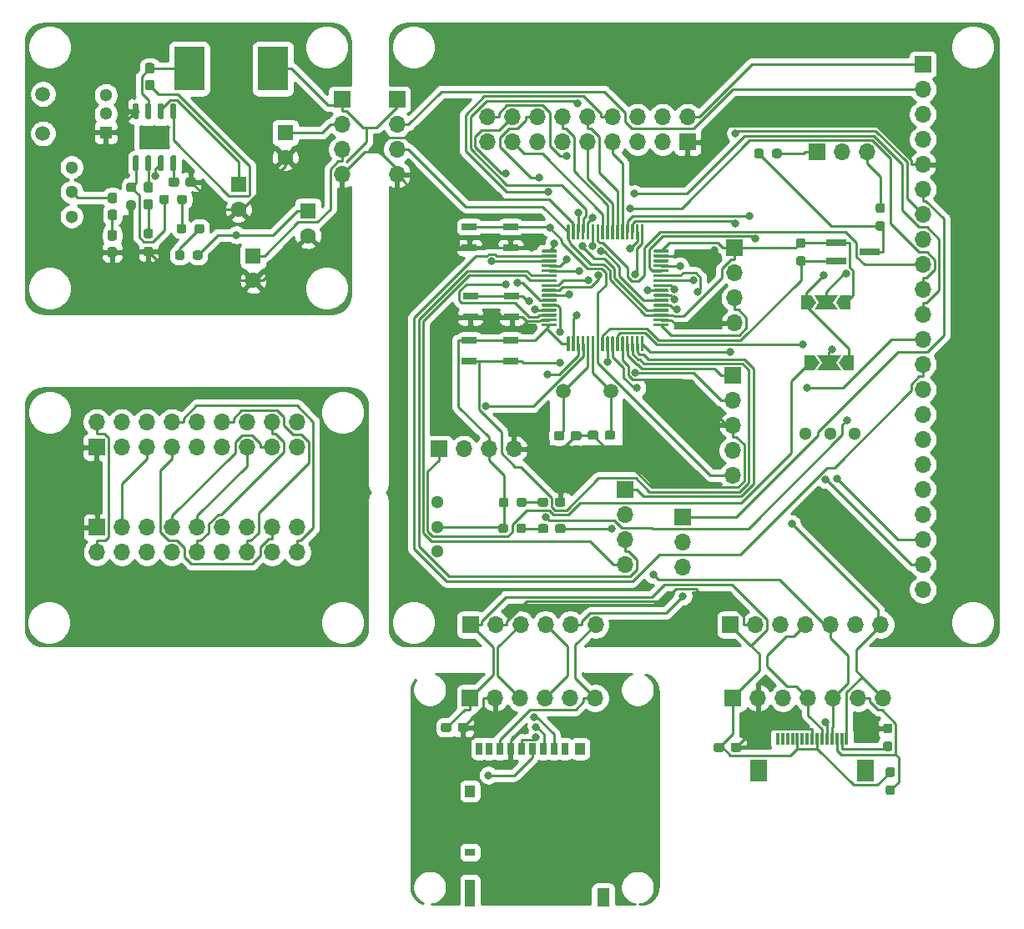
<source format=gtl>
G04 #@! TF.GenerationSoftware,KiCad,Pcbnew,5.1.10-88a1d61d58~88~ubuntu18.04.1*
G04 #@! TF.CreationDate,2021-10-23T19:35:26+09:00*
G04 #@! TF.ProjectId,CameraJigSTM32F446RE_Logic,43616d65-7261-44a6-9967-53544d333246,rev?*
G04 #@! TF.SameCoordinates,Original*
G04 #@! TF.FileFunction,Copper,L1,Top*
G04 #@! TF.FilePolarity,Positive*
%FSLAX46Y46*%
G04 Gerber Fmt 4.6, Leading zero omitted, Abs format (unit mm)*
G04 Created by KiCad (PCBNEW 5.1.10-88a1d61d58~88~ubuntu18.04.1) date 2021-10-23 19:35:26*
%MOMM*%
%LPD*%
G01*
G04 APERTURE LIST*
G04 #@! TA.AperFunction,ComponentPad*
%ADD10R,1.600000X1.600000*%
G04 #@! TD*
G04 #@! TA.AperFunction,ComponentPad*
%ADD11C,1.600000*%
G04 #@! TD*
G04 #@! TA.AperFunction,ComponentPad*
%ADD12R,1.700000X1.700000*%
G04 #@! TD*
G04 #@! TA.AperFunction,ComponentPad*
%ADD13O,1.700000X1.700000*%
G04 #@! TD*
G04 #@! TA.AperFunction,SMDPad,CuDef*
%ADD14R,0.700000X1.200000*%
G04 #@! TD*
G04 #@! TA.AperFunction,SMDPad,CuDef*
%ADD15R,1.000000X1.200000*%
G04 #@! TD*
G04 #@! TA.AperFunction,SMDPad,CuDef*
%ADD16R,1.000000X0.800000*%
G04 #@! TD*
G04 #@! TA.AperFunction,SMDPad,CuDef*
%ADD17R,1.000000X2.800000*%
G04 #@! TD*
G04 #@! TA.AperFunction,SMDPad,CuDef*
%ADD18R,1.300000X1.900000*%
G04 #@! TD*
G04 #@! TA.AperFunction,SMDPad,CuDef*
%ADD19R,3.100000X4.500000*%
G04 #@! TD*
G04 #@! TA.AperFunction,SMDPad,CuDef*
%ADD20R,2.000000X0.650000*%
G04 #@! TD*
G04 #@! TA.AperFunction,ComponentPad*
%ADD21C,1.300000*%
G04 #@! TD*
G04 #@! TA.AperFunction,SMDPad,CuDef*
%ADD22R,1.550000X0.650000*%
G04 #@! TD*
G04 #@! TA.AperFunction,ComponentPad*
%ADD23R,1.300000X1.300000*%
G04 #@! TD*
G04 #@! TA.AperFunction,ComponentPad*
%ADD24C,1.500000*%
G04 #@! TD*
G04 #@! TA.AperFunction,SMDPad,CuDef*
%ADD25R,3.100000X2.410000*%
G04 #@! TD*
G04 #@! TA.AperFunction,ComponentPad*
%ADD26C,0.500000*%
G04 #@! TD*
G04 #@! TA.AperFunction,SMDPad,CuDef*
%ADD27R,1.800000X2.200000*%
G04 #@! TD*
G04 #@! TA.AperFunction,SMDPad,CuDef*
%ADD28R,0.300000X1.300000*%
G04 #@! TD*
G04 #@! TA.AperFunction,SMDPad,CuDef*
%ADD29C,0.100000*%
G04 #@! TD*
G04 #@! TA.AperFunction,ViaPad*
%ADD30C,0.800000*%
G04 #@! TD*
G04 #@! TA.AperFunction,Conductor*
%ADD31C,0.250000*%
G04 #@! TD*
G04 #@! TA.AperFunction,Conductor*
%ADD32C,0.254000*%
G04 #@! TD*
G04 #@! TA.AperFunction,Conductor*
%ADD33C,0.100000*%
G04 #@! TD*
G04 APERTURE END LIST*
D10*
G04 #@! TO.P,C1,1*
G04 #@! TO.N,+9V*
X69250000Y-79000000D03*
D11*
G04 #@! TO.P,C1,2*
G04 #@! TO.N,GND*
X69250000Y-81500000D03*
G04 #@! TD*
D10*
G04 #@! TO.P,C5,1*
G04 #@! TO.N,+5V*
X74000000Y-73750000D03*
D11*
G04 #@! TO.P,C5,2*
G04 #@! TO.N,GND*
X74000000Y-76250000D03*
G04 #@! TD*
G04 #@! TO.P,C6,2*
G04 #@! TO.N,GND*
X70750000Y-88750000D03*
D10*
G04 #@! TO.P,C6,1*
G04 #@! TO.N,+3V3*
X70750000Y-86250000D03*
G04 #@! TD*
D11*
G04 #@! TO.P,C4,2*
G04 #@! TO.N,GND*
X76300000Y-84200000D03*
D10*
G04 #@! TO.P,C4,1*
G04 #@! TO.N,+8V*
X76300000Y-81700000D03*
G04 #@! TD*
G04 #@! TO.P,C2,2*
G04 #@! TO.N,GND*
G04 #@! TA.AperFunction,SMDPad,CuDef*
G36*
G01*
X102964000Y-104740500D02*
X102964000Y-104265500D01*
G75*
G02*
X103201500Y-104028000I237500J0D01*
G01*
X103801500Y-104028000D01*
G75*
G02*
X104039000Y-104265500I0J-237500D01*
G01*
X104039000Y-104740500D01*
G75*
G02*
X103801500Y-104978000I-237500J0D01*
G01*
X103201500Y-104978000D01*
G75*
G02*
X102964000Y-104740500I0J237500D01*
G01*
G37*
G04 #@! TD.AperFunction*
G04 #@! TO.P,C2,1*
G04 #@! TO.N,Net-(C2-Pad1)*
G04 #@! TA.AperFunction,SMDPad,CuDef*
G36*
G01*
X101239000Y-104740500D02*
X101239000Y-104265500D01*
G75*
G02*
X101476500Y-104028000I237500J0D01*
G01*
X102076500Y-104028000D01*
G75*
G02*
X102314000Y-104265500I0J-237500D01*
G01*
X102314000Y-104740500D01*
G75*
G02*
X102076500Y-104978000I-237500J0D01*
G01*
X101476500Y-104978000D01*
G75*
G02*
X101239000Y-104740500I0J237500D01*
G01*
G37*
G04 #@! TD.AperFunction*
G04 #@! TD*
G04 #@! TO.P,C3,1*
G04 #@! TO.N,Net-(C3-Pad1)*
G04 #@! TA.AperFunction,SMDPad,CuDef*
G36*
G01*
X107483000Y-104209500D02*
X107483000Y-104684500D01*
G75*
G02*
X107245500Y-104922000I-237500J0D01*
G01*
X106645500Y-104922000D01*
G75*
G02*
X106408000Y-104684500I0J237500D01*
G01*
X106408000Y-104209500D01*
G75*
G02*
X106645500Y-103972000I237500J0D01*
G01*
X107245500Y-103972000D01*
G75*
G02*
X107483000Y-104209500I0J-237500D01*
G01*
G37*
G04 #@! TD.AperFunction*
G04 #@! TO.P,C3,2*
G04 #@! TO.N,GND*
G04 #@! TA.AperFunction,SMDPad,CuDef*
G36*
G01*
X105758000Y-104209500D02*
X105758000Y-104684500D01*
G75*
G02*
X105520500Y-104922000I-237500J0D01*
G01*
X104920500Y-104922000D01*
G75*
G02*
X104683000Y-104684500I0J237500D01*
G01*
X104683000Y-104209500D01*
G75*
G02*
X104920500Y-103972000I237500J0D01*
G01*
X105520500Y-103972000D01*
G75*
G02*
X105758000Y-104209500I0J-237500D01*
G01*
G37*
G04 #@! TD.AperFunction*
G04 #@! TD*
G04 #@! TO.P,C7,2*
G04 #@! TO.N,Net-(C7-Pad2)*
G04 #@! TA.AperFunction,SMDPad,CuDef*
G36*
G01*
X56230600Y-81548200D02*
X56705600Y-81548200D01*
G75*
G02*
X56943100Y-81785700I0J-237500D01*
G01*
X56943100Y-82385700D01*
G75*
G02*
X56705600Y-82623200I-237500J0D01*
G01*
X56230600Y-82623200D01*
G75*
G02*
X55993100Y-82385700I0J237500D01*
G01*
X55993100Y-81785700D01*
G75*
G02*
X56230600Y-81548200I237500J0D01*
G01*
G37*
G04 #@! TD.AperFunction*
G04 #@! TO.P,C7,1*
G04 #@! TO.N,+9V*
G04 #@! TA.AperFunction,SMDPad,CuDef*
G36*
G01*
X56230600Y-79823200D02*
X56705600Y-79823200D01*
G75*
G02*
X56943100Y-80060700I0J-237500D01*
G01*
X56943100Y-80660700D01*
G75*
G02*
X56705600Y-80898200I-237500J0D01*
G01*
X56230600Y-80898200D01*
G75*
G02*
X55993100Y-80660700I0J237500D01*
G01*
X55993100Y-80060700D01*
G75*
G02*
X56230600Y-79823200I237500J0D01*
G01*
G37*
G04 #@! TD.AperFunction*
G04 #@! TD*
G04 #@! TO.P,C8,1*
G04 #@! TO.N,Net-(C7-Pad2)*
G04 #@! TA.AperFunction,SMDPad,CuDef*
G36*
G01*
X56205200Y-83628100D02*
X56680200Y-83628100D01*
G75*
G02*
X56917700Y-83865600I0J-237500D01*
G01*
X56917700Y-84465600D01*
G75*
G02*
X56680200Y-84703100I-237500J0D01*
G01*
X56205200Y-84703100D01*
G75*
G02*
X55967700Y-84465600I0J237500D01*
G01*
X55967700Y-83865600D01*
G75*
G02*
X56205200Y-83628100I237500J0D01*
G01*
G37*
G04 #@! TD.AperFunction*
G04 #@! TO.P,C8,2*
G04 #@! TO.N,GND*
G04 #@! TA.AperFunction,SMDPad,CuDef*
G36*
G01*
X56205200Y-85353100D02*
X56680200Y-85353100D01*
G75*
G02*
X56917700Y-85590600I0J-237500D01*
G01*
X56917700Y-86190600D01*
G75*
G02*
X56680200Y-86428100I-237500J0D01*
G01*
X56205200Y-86428100D01*
G75*
G02*
X55967700Y-86190600I0J237500D01*
G01*
X55967700Y-85590600D01*
G75*
G02*
X56205200Y-85353100I237500J0D01*
G01*
G37*
G04 #@! TD.AperFunction*
G04 #@! TD*
G04 #@! TO.P,C10,2*
G04 #@! TO.N,Net-(C10-Pad2)*
G04 #@! TA.AperFunction,SMDPad,CuDef*
G36*
G01*
X59862500Y-80475000D02*
X60337500Y-80475000D01*
G75*
G02*
X60575000Y-80712500I0J-237500D01*
G01*
X60575000Y-81312500D01*
G75*
G02*
X60337500Y-81550000I-237500J0D01*
G01*
X59862500Y-81550000D01*
G75*
G02*
X59625000Y-81312500I0J237500D01*
G01*
X59625000Y-80712500D01*
G75*
G02*
X59862500Y-80475000I237500J0D01*
G01*
G37*
G04 #@! TD.AperFunction*
G04 #@! TO.P,C10,1*
G04 #@! TO.N,Net-(C10-Pad1)*
G04 #@! TA.AperFunction,SMDPad,CuDef*
G36*
G01*
X59862500Y-78750000D02*
X60337500Y-78750000D01*
G75*
G02*
X60575000Y-78987500I0J-237500D01*
G01*
X60575000Y-79587500D01*
G75*
G02*
X60337500Y-79825000I-237500J0D01*
G01*
X59862500Y-79825000D01*
G75*
G02*
X59625000Y-79587500I0J237500D01*
G01*
X59625000Y-78987500D01*
G75*
G02*
X59862500Y-78750000I237500J0D01*
G01*
G37*
G04 #@! TD.AperFunction*
G04 #@! TD*
G04 #@! TO.P,C12,1*
G04 #@! TO.N,Net-(C12-Pad1)*
G04 #@! TA.AperFunction,SMDPad,CuDef*
G36*
G01*
X62150000Y-78994000D02*
X62150000Y-78519000D01*
G75*
G02*
X62387500Y-78281500I237500J0D01*
G01*
X62987500Y-78281500D01*
G75*
G02*
X63225000Y-78519000I0J-237500D01*
G01*
X63225000Y-78994000D01*
G75*
G02*
X62987500Y-79231500I-237500J0D01*
G01*
X62387500Y-79231500D01*
G75*
G02*
X62150000Y-78994000I0J237500D01*
G01*
G37*
G04 #@! TD.AperFunction*
G04 #@! TO.P,C12,2*
G04 #@! TO.N,GND*
G04 #@! TA.AperFunction,SMDPad,CuDef*
G36*
G01*
X63875000Y-78994000D02*
X63875000Y-78519000D01*
G75*
G02*
X64112500Y-78281500I237500J0D01*
G01*
X64712500Y-78281500D01*
G75*
G02*
X64950000Y-78519000I0J-237500D01*
G01*
X64950000Y-78994000D01*
G75*
G02*
X64712500Y-79231500I-237500J0D01*
G01*
X64112500Y-79231500D01*
G75*
G02*
X63875000Y-78994000I0J237500D01*
G01*
G37*
G04 #@! TD.AperFunction*
G04 #@! TD*
G04 #@! TO.P,C13,2*
G04 #@! TO.N,Net-(C13-Pad2)*
G04 #@! TA.AperFunction,SMDPad,CuDef*
G36*
G01*
X60010500Y-68381000D02*
X60485500Y-68381000D01*
G75*
G02*
X60723000Y-68618500I0J-237500D01*
G01*
X60723000Y-69218500D01*
G75*
G02*
X60485500Y-69456000I-237500J0D01*
G01*
X60010500Y-69456000D01*
G75*
G02*
X59773000Y-69218500I0J237500D01*
G01*
X59773000Y-68618500D01*
G75*
G02*
X60010500Y-68381000I237500J0D01*
G01*
G37*
G04 #@! TD.AperFunction*
G04 #@! TO.P,C13,1*
G04 #@! TO.N,Net-(C13-Pad1)*
G04 #@! TA.AperFunction,SMDPad,CuDef*
G36*
G01*
X60010500Y-66656000D02*
X60485500Y-66656000D01*
G75*
G02*
X60723000Y-66893500I0J-237500D01*
G01*
X60723000Y-67493500D01*
G75*
G02*
X60485500Y-67731000I-237500J0D01*
G01*
X60010500Y-67731000D01*
G75*
G02*
X59773000Y-67493500I0J237500D01*
G01*
X59773000Y-66893500D01*
G75*
G02*
X60010500Y-66656000I237500J0D01*
G01*
G37*
G04 #@! TD.AperFunction*
G04 #@! TD*
G04 #@! TO.P,C17,1*
G04 #@! TO.N,+3V3*
G04 #@! TA.AperFunction,SMDPad,CuDef*
G36*
G01*
X117472000Y-136381500D02*
X117472000Y-135906500D01*
G75*
G02*
X117709500Y-135669000I237500J0D01*
G01*
X118309500Y-135669000D01*
G75*
G02*
X118547000Y-135906500I0J-237500D01*
G01*
X118547000Y-136381500D01*
G75*
G02*
X118309500Y-136619000I-237500J0D01*
G01*
X117709500Y-136619000D01*
G75*
G02*
X117472000Y-136381500I0J237500D01*
G01*
G37*
G04 #@! TD.AperFunction*
G04 #@! TO.P,C17,2*
G04 #@! TO.N,GND*
G04 #@! TA.AperFunction,SMDPad,CuDef*
G36*
G01*
X119197000Y-136381500D02*
X119197000Y-135906500D01*
G75*
G02*
X119434500Y-135669000I237500J0D01*
G01*
X120034500Y-135669000D01*
G75*
G02*
X120272000Y-135906500I0J-237500D01*
G01*
X120272000Y-136381500D01*
G75*
G02*
X120034500Y-136619000I-237500J0D01*
G01*
X119434500Y-136619000D01*
G75*
G02*
X119197000Y-136381500I0J237500D01*
G01*
G37*
G04 #@! TD.AperFunction*
G04 #@! TD*
G04 #@! TO.P,C18,1*
G04 #@! TO.N,+3V3*
G04 #@! TA.AperFunction,SMDPad,CuDef*
G36*
G01*
X89786000Y-134349500D02*
X89786000Y-133874500D01*
G75*
G02*
X90023500Y-133637000I237500J0D01*
G01*
X90623500Y-133637000D01*
G75*
G02*
X90861000Y-133874500I0J-237500D01*
G01*
X90861000Y-134349500D01*
G75*
G02*
X90623500Y-134587000I-237500J0D01*
G01*
X90023500Y-134587000D01*
G75*
G02*
X89786000Y-134349500I0J237500D01*
G01*
G37*
G04 #@! TD.AperFunction*
G04 #@! TO.P,C18,2*
G04 #@! TO.N,GND*
G04 #@! TA.AperFunction,SMDPad,CuDef*
G36*
G01*
X91511000Y-134349500D02*
X91511000Y-133874500D01*
G75*
G02*
X91748500Y-133637000I237500J0D01*
G01*
X92348500Y-133637000D01*
G75*
G02*
X92586000Y-133874500I0J-237500D01*
G01*
X92586000Y-134349500D01*
G75*
G02*
X92348500Y-134587000I-237500J0D01*
G01*
X91748500Y-134587000D01*
G75*
G02*
X91511000Y-134349500I0J237500D01*
G01*
G37*
G04 #@! TD.AperFunction*
G04 #@! TD*
G04 #@! TO.P,D1,2*
G04 #@! TO.N,Net-(D1-Pad2)*
G04 #@! TA.AperFunction,SMDPad,CuDef*
G36*
G01*
X100684000Y-113701500D02*
X100684000Y-114176500D01*
G75*
G02*
X100446500Y-114414000I-237500J0D01*
G01*
X99871500Y-114414000D01*
G75*
G02*
X99634000Y-114176500I0J237500D01*
G01*
X99634000Y-113701500D01*
G75*
G02*
X99871500Y-113464000I237500J0D01*
G01*
X100446500Y-113464000D01*
G75*
G02*
X100684000Y-113701500I0J-237500D01*
G01*
G37*
G04 #@! TD.AperFunction*
G04 #@! TO.P,D1,1*
G04 #@! TO.N,LD2*
G04 #@! TA.AperFunction,SMDPad,CuDef*
G36*
G01*
X102434000Y-113701500D02*
X102434000Y-114176500D01*
G75*
G02*
X102196500Y-114414000I-237500J0D01*
G01*
X101621500Y-114414000D01*
G75*
G02*
X101384000Y-114176500I0J237500D01*
G01*
X101384000Y-113701500D01*
G75*
G02*
X101621500Y-113464000I237500J0D01*
G01*
X102196500Y-113464000D01*
G75*
G02*
X102434000Y-113701500I0J-237500D01*
G01*
G37*
G04 #@! TD.AperFunction*
G04 #@! TD*
G04 #@! TO.P,D2,1*
G04 #@! TO.N,GND*
G04 #@! TA.AperFunction,SMDPad,CuDef*
G36*
G01*
X102413000Y-111014500D02*
X102413000Y-111489500D01*
G75*
G02*
X102175500Y-111727000I-237500J0D01*
G01*
X101600500Y-111727000D01*
G75*
G02*
X101363000Y-111489500I0J237500D01*
G01*
X101363000Y-111014500D01*
G75*
G02*
X101600500Y-110777000I237500J0D01*
G01*
X102175500Y-110777000D01*
G75*
G02*
X102413000Y-111014500I0J-237500D01*
G01*
G37*
G04 #@! TD.AperFunction*
G04 #@! TO.P,D2,2*
G04 #@! TO.N,Net-(D2-Pad2)*
G04 #@! TA.AperFunction,SMDPad,CuDef*
G36*
G01*
X100663000Y-111014500D02*
X100663000Y-111489500D01*
G75*
G02*
X100425500Y-111727000I-237500J0D01*
G01*
X99850500Y-111727000D01*
G75*
G02*
X99613000Y-111489500I0J237500D01*
G01*
X99613000Y-111014500D01*
G75*
G02*
X99850500Y-110777000I237500J0D01*
G01*
X100425500Y-110777000D01*
G75*
G02*
X100663000Y-111014500I0J-237500D01*
G01*
G37*
G04 #@! TD.AperFunction*
G04 #@! TD*
D12*
G04 #@! TO.P,J2,1*
G04 #@! TO.N,+3V3*
X119390000Y-98369100D03*
D13*
G04 #@! TO.P,J2,2*
G04 #@! TO.N,TCK*
X119390000Y-100909100D03*
G04 #@! TO.P,J2,3*
G04 #@! TO.N,GND*
X119390000Y-103449100D03*
G04 #@! TO.P,J2,4*
G04 #@! TO.N,TMS*
X119390000Y-105989100D03*
G04 #@! TO.P,J2,5*
G04 #@! TO.N,RESET*
X119390000Y-108529100D03*
G04 #@! TD*
D12*
G04 #@! TO.P,J4,1*
G04 #@! TO.N,+3V3*
X119591000Y-85453200D03*
D13*
G04 #@! TO.P,J4,2*
G04 #@! TO.N,USART2_TX*
X119591000Y-87993200D03*
G04 #@! TO.P,J4,3*
G04 #@! TO.N,USART2_RX*
X119591000Y-90533200D03*
G04 #@! TO.P,J4,4*
G04 #@! TO.N,GND*
X119591000Y-93073200D03*
G04 #@! TD*
D12*
G04 #@! TO.P,J5,1*
G04 #@! TO.N,Net-(J5-Pad1)*
X127914000Y-75694500D03*
D13*
G04 #@! TO.P,J5,2*
G04 #@! TO.N,SUPPLY_OUT*
X130454000Y-75694500D03*
G04 #@! TO.P,J5,3*
G04 #@! TO.N,SUPPLY_V*
X132994000Y-75694500D03*
G04 #@! TD*
D12*
G04 #@! TO.P,J6,1*
G04 #@! TO.N,GND*
X114808000Y-74676000D03*
D13*
G04 #@! TO.P,J6,2*
G04 #@! TO.N,+3V3*
X114808000Y-72136000D03*
G04 #@! TO.P,J6,3*
G04 #@! TO.N,I2C2_SCL*
X112268000Y-74676000D03*
G04 #@! TO.P,J6,4*
G04 #@! TO.N,DCMI_VSYNC*
X112268000Y-72136000D03*
G04 #@! TO.P,J6,5*
G04 #@! TO.N,I2C2_SDA*
X109728000Y-74676000D03*
G04 #@! TO.P,J6,6*
G04 #@! TO.N,DCMI_HSYNC*
X109728000Y-72136000D03*
G04 #@! TO.P,J6,7*
G04 #@! TO.N,DCMI_D0*
X107188000Y-74676000D03*
G04 #@! TO.P,J6,8*
G04 #@! TO.N,RESET*
X107188000Y-72136000D03*
G04 #@! TO.P,J6,9*
G04 #@! TO.N,DCMI_D2*
X104648000Y-74676000D03*
G04 #@! TO.P,J6,10*
G04 #@! TO.N,DCMI_D1*
X104648000Y-72136000D03*
G04 #@! TO.P,J6,11*
G04 #@! TO.N,DCMI_D4*
X102108000Y-74676000D03*
G04 #@! TO.P,J6,12*
G04 #@! TO.N,DCMI_D3*
X102108000Y-72136000D03*
G04 #@! TO.P,J6,13*
G04 #@! TO.N,DCMI_D6*
X99568000Y-74676000D03*
G04 #@! TO.P,J6,14*
G04 #@! TO.N,DCMI_D5*
X99568000Y-72136000D03*
G04 #@! TO.P,J6,15*
G04 #@! TO.N,RCC_MCO_1*
X97028000Y-74676000D03*
G04 #@! TO.P,J6,16*
G04 #@! TO.N,DCMI_D7*
X97028000Y-72136000D03*
G04 #@! TO.P,J6,17*
G04 #@! TO.N,CAMERA_PWDN*
X94488000Y-74676000D03*
G04 #@! TO.P,J6,18*
G04 #@! TO.N,DCMI_PIXCLK*
X94488000Y-72136000D03*
G04 #@! TD*
G04 #@! TO.P,J8,4*
G04 #@! TO.N,GND*
X85323500Y-77981000D03*
G04 #@! TO.P,J8,3*
G04 #@! TO.N,+3V3*
X85323500Y-75441000D03*
G04 #@! TO.P,J8,2*
G04 #@! TO.N,+5V*
X85323500Y-72901000D03*
D12*
G04 #@! TO.P,J8,1*
G04 #@! TO.N,+8V*
X85323500Y-70361000D03*
G04 #@! TD*
G04 #@! TO.P,J9,1*
G04 #@! TO.N,+8V*
X89562900Y-105839000D03*
D13*
G04 #@! TO.P,J9,2*
G04 #@! TO.N,+5V*
X92102900Y-105839000D03*
G04 #@! TO.P,J9,3*
G04 #@! TO.N,+3V3*
X94642900Y-105839000D03*
G04 #@! TO.P,J9,4*
G04 #@! TO.N,GND*
X97182900Y-105839000D03*
G04 #@! TD*
D12*
G04 #@! TO.P,J10,1*
G04 #@! TO.N,+3V3*
X119418000Y-131133000D03*
D13*
G04 #@! TO.P,J10,2*
G04 #@! TO.N,GND*
X121958000Y-131133000D03*
G04 #@! TO.P,J10,3*
G04 #@! TO.N,LCD_SCK*
X124498000Y-131133000D03*
G04 #@! TO.P,J10,4*
G04 #@! TO.N,SPI_MOSI*
X127038000Y-131133000D03*
G04 #@! TO.P,J10,5*
G04 #@! TO.N,LCD_A0*
X129578000Y-131133000D03*
G04 #@! TO.P,J10,6*
G04 #@! TO.N,LCD_RESET*
X132118000Y-131133000D03*
G04 #@! TO.P,J10,7*
G04 #@! TO.N,LCD_NSS*
X134658000Y-131133000D03*
G04 #@! TD*
G04 #@! TO.P,J11,7*
G04 #@! TO.N,LCD_NSS*
X134404000Y-123683000D03*
G04 #@! TO.P,J11,6*
G04 #@! TO.N,LCD_RESET*
X131864000Y-123683000D03*
G04 #@! TO.P,J11,5*
G04 #@! TO.N,LCD_A0*
X129324000Y-123683000D03*
G04 #@! TO.P,J11,4*
G04 #@! TO.N,SPI_MOSI*
X126784000Y-123683000D03*
G04 #@! TO.P,J11,3*
G04 #@! TO.N,LCD_SCK*
X124244000Y-123683000D03*
G04 #@! TO.P,J11,2*
G04 #@! TO.N,GND*
X121704000Y-123683000D03*
D12*
G04 #@! TO.P,J11,1*
G04 #@! TO.N,+3V3*
X119164000Y-123683000D03*
G04 #@! TD*
G04 #@! TO.P,J13,1*
G04 #@! TO.N,Net-(J12-Pad1)*
X54887500Y-113802000D03*
D13*
G04 #@! TO.P,J13,2*
G04 #@! TO.N,Net-(J12-Pad2)*
X54887500Y-116342000D03*
G04 #@! TO.P,J13,3*
G04 #@! TO.N,Net-(J12-Pad5)*
X57427500Y-113802000D03*
G04 #@! TO.P,J13,4*
G04 #@! TO.N,Net-(J12-Pad3)*
X57427500Y-116342000D03*
G04 #@! TO.P,J13,5*
G04 #@! TO.N,Net-(J12-Pad6)*
X59967500Y-113802000D03*
G04 #@! TO.P,J13,6*
G04 #@! TO.N,Net-(J12-Pad4)*
X59967500Y-116342000D03*
G04 #@! TO.P,J13,7*
G04 #@! TO.N,Net-(J12-Pad15)*
X62507500Y-113802000D03*
G04 #@! TO.P,J13,8*
G04 #@! TO.N,Net-(J12-Pad18)*
X62507500Y-116342000D03*
G04 #@! TO.P,J13,9*
G04 #@! TO.N,Net-(J12-Pad13)*
X65047500Y-113802000D03*
G04 #@! TO.P,J13,10*
G04 #@! TO.N,Net-(J12-Pad16)*
X65047500Y-116342000D03*
G04 #@! TO.P,J13,11*
G04 #@! TO.N,Net-(J12-Pad11)*
X67587500Y-113802000D03*
G04 #@! TO.P,J13,12*
G04 #@! TO.N,Net-(J12-Pad14)*
X67587500Y-116342000D03*
G04 #@! TO.P,J13,13*
G04 #@! TO.N,Net-(J12-Pad9)*
X70127500Y-113802000D03*
G04 #@! TO.P,J13,14*
G04 #@! TO.N,Net-(J12-Pad12)*
X70127500Y-116342000D03*
G04 #@! TO.P,J13,15*
G04 #@! TO.N,Net-(J12-Pad7)*
X72667500Y-113802000D03*
G04 #@! TO.P,J13,16*
G04 #@! TO.N,Net-(J12-Pad10)*
X72667500Y-116342000D03*
G04 #@! TO.P,J13,17*
G04 #@! TO.N,Net-(J12-Pad17)*
X75207500Y-113802000D03*
G04 #@! TO.P,J13,18*
G04 #@! TO.N,Net-(J12-Pad8)*
X75207500Y-116342000D03*
G04 #@! TD*
G04 #@! TO.P,J14,6*
G04 #@! TO.N,SPI2_MISO*
X105473500Y-123683000D03*
G04 #@! TO.P,J14,5*
G04 #@! TO.N,SPI2_SCK*
X102933500Y-123683000D03*
G04 #@! TO.P,J14,4*
G04 #@! TO.N,SPI2_MOSI*
X100393500Y-123683000D03*
G04 #@! TO.P,J14,3*
G04 #@! TO.N,SD_NSS*
X97853500Y-123683000D03*
G04 #@! TO.P,J14,2*
G04 #@! TO.N,GND*
X95313500Y-123683000D03*
D12*
G04 #@! TO.P,J14,1*
G04 #@! TO.N,+3V3*
X92773500Y-123683000D03*
G04 #@! TD*
G04 #@! TO.P,J15,1*
G04 #@! TO.N,+3V3*
X92737900Y-131133000D03*
D13*
G04 #@! TO.P,J15,2*
G04 #@! TO.N,GND*
X95277900Y-131133000D03*
G04 #@! TO.P,J15,3*
G04 #@! TO.N,SD_NSS*
X97817900Y-131133000D03*
G04 #@! TO.P,J15,4*
G04 #@! TO.N,SPI2_MOSI*
X100357900Y-131133000D03*
G04 #@! TO.P,J15,5*
G04 #@! TO.N,SPI2_SCK*
X102897900Y-131133000D03*
G04 #@! TO.P,J15,6*
G04 #@! TO.N,SPI2_MISO*
X105437900Y-131133000D03*
G04 #@! TD*
D14*
G04 #@! TO.P,J16,9*
G04 #@! TO.N,Net-(J16-Pad9)*
X93693000Y-136293000D03*
G04 #@! TO.P,J16,8*
G04 #@! TO.N,Net-(J16-Pad8)*
X94643000Y-136293000D03*
G04 #@! TO.P,J16,1*
G04 #@! TO.N,Net-(J16-Pad1)*
X102343000Y-136293000D03*
G04 #@! TO.P,J16,2*
G04 #@! TO.N,SD_NSS*
X101243000Y-136293000D03*
G04 #@! TO.P,J16,3*
G04 #@! TO.N,SPI2_MOSI*
X100143000Y-136293000D03*
G04 #@! TO.P,J16,4*
G04 #@! TO.N,+3V3*
X99043000Y-136293000D03*
G04 #@! TO.P,J16,5*
G04 #@! TO.N,SPI2_SCK*
X97943000Y-136293000D03*
G04 #@! TO.P,J16,6*
G04 #@! TO.N,GND*
X96843000Y-136293000D03*
G04 #@! TO.P,J16,7*
G04 #@! TO.N,SPI2_MISO*
X95743000Y-136293000D03*
D15*
G04 #@! TO.P,J16,11*
G04 #@! TO.N,N/C*
X103893000Y-136293000D03*
X92743000Y-140593000D03*
D16*
G04 #@! TO.P,J16,10*
X92743000Y-146793000D03*
D17*
G04 #@! TO.P,J16,11*
X92743000Y-150943000D03*
D18*
X106243000Y-151393000D03*
G04 #@! TD*
D13*
G04 #@! TO.P,J17,4*
G04 #@! TO.N,PB3*
X108458000Y-117602000D03*
G04 #@! TO.P,J17,3*
G04 #@! TO.N,PD2*
X108458000Y-115062000D03*
G04 #@! TO.P,J17,2*
G04 #@! TO.N,ADC2_IN7*
X108458000Y-112522000D03*
D12*
G04 #@! TO.P,J17,1*
G04 #@! TO.N,ADC1_IN1*
X108458000Y-109982000D03*
G04 #@! TD*
G04 #@! TO.P,J21,1*
G04 #@! TO.N,+8V*
X79756000Y-70358000D03*
D13*
G04 #@! TO.P,J21,2*
G04 #@! TO.N,+5V*
X79756000Y-72898000D03*
G04 #@! TO.P,J21,3*
G04 #@! TO.N,+3V3*
X79756000Y-75438000D03*
G04 #@! TO.P,J21,4*
G04 #@! TO.N,GND*
X79756000Y-77978000D03*
G04 #@! TD*
D19*
G04 #@! TO.P,L1,1*
G04 #@! TO.N,Net-(C13-Pad1)*
X64250000Y-67250000D03*
G04 #@! TO.P,L1,2*
G04 #@! TO.N,+8V*
X72750000Y-67250000D03*
G04 #@! TD*
D20*
G04 #@! TO.P,Q1,3*
G04 #@! TO.N,HSUPPLY*
X133315000Y-85857100D03*
G04 #@! TO.P,Q1,2*
G04 #@! TO.N,SUPPLY*
X129895000Y-86807100D03*
G04 #@! TO.P,Q1,1*
G04 #@! TO.N,+3V3*
X129895000Y-84907100D03*
G04 #@! TD*
G04 #@! TO.P,R1,1*
G04 #@! TO.N,Net-(D1-Pad2)*
G04 #@! TA.AperFunction,SMDPad,CuDef*
G36*
G01*
X98425500Y-113671500D02*
X98425500Y-114146500D01*
G75*
G02*
X98188000Y-114384000I-237500J0D01*
G01*
X97688000Y-114384000D01*
G75*
G02*
X97450500Y-114146500I0J237500D01*
G01*
X97450500Y-113671500D01*
G75*
G02*
X97688000Y-113434000I237500J0D01*
G01*
X98188000Y-113434000D01*
G75*
G02*
X98425500Y-113671500I0J-237500D01*
G01*
G37*
G04 #@! TD.AperFunction*
G04 #@! TO.P,R1,2*
G04 #@! TO.N,+3V3*
G04 #@! TA.AperFunction,SMDPad,CuDef*
G36*
G01*
X96600500Y-113671500D02*
X96600500Y-114146500D01*
G75*
G02*
X96363000Y-114384000I-237500J0D01*
G01*
X95863000Y-114384000D01*
G75*
G02*
X95625500Y-114146500I0J237500D01*
G01*
X95625500Y-113671500D01*
G75*
G02*
X95863000Y-113434000I237500J0D01*
G01*
X96363000Y-113434000D01*
G75*
G02*
X96600500Y-113671500I0J-237500D01*
G01*
G37*
G04 #@! TD.AperFunction*
G04 #@! TD*
G04 #@! TO.P,R5,2*
G04 #@! TO.N,Net-(D2-Pad2)*
G04 #@! TA.AperFunction,SMDPad,CuDef*
G36*
G01*
X97496200Y-111509500D02*
X97496200Y-111034500D01*
G75*
G02*
X97733700Y-110797000I237500J0D01*
G01*
X98233700Y-110797000D01*
G75*
G02*
X98471200Y-111034500I0J-237500D01*
G01*
X98471200Y-111509500D01*
G75*
G02*
X98233700Y-111747000I-237500J0D01*
G01*
X97733700Y-111747000D01*
G75*
G02*
X97496200Y-111509500I0J237500D01*
G01*
G37*
G04 #@! TD.AperFunction*
G04 #@! TO.P,R5,1*
G04 #@! TO.N,+3V3*
G04 #@! TA.AperFunction,SMDPad,CuDef*
G36*
G01*
X95671200Y-111509500D02*
X95671200Y-111034500D01*
G75*
G02*
X95908700Y-110797000I237500J0D01*
G01*
X96408700Y-110797000D01*
G75*
G02*
X96646200Y-111034500I0J-237500D01*
G01*
X96646200Y-111509500D01*
G75*
G02*
X96408700Y-111747000I-237500J0D01*
G01*
X95908700Y-111747000D01*
G75*
G02*
X95671200Y-111509500I0J237500D01*
G01*
G37*
G04 #@! TD.AperFunction*
G04 #@! TD*
G04 #@! TO.P,R7,2*
G04 #@! TO.N,HSUPPLY*
G04 #@! TA.AperFunction,SMDPad,CuDef*
G36*
G01*
X122531000Y-75609400D02*
X122531000Y-76084400D01*
G75*
G02*
X122293500Y-76321900I-237500J0D01*
G01*
X121793500Y-76321900D01*
G75*
G02*
X121556000Y-76084400I0J237500D01*
G01*
X121556000Y-75609400D01*
G75*
G02*
X121793500Y-75371900I237500J0D01*
G01*
X122293500Y-75371900D01*
G75*
G02*
X122531000Y-75609400I0J-237500D01*
G01*
G37*
G04 #@! TD.AperFunction*
G04 #@! TO.P,R7,1*
G04 #@! TO.N,Net-(J5-Pad1)*
G04 #@! TA.AperFunction,SMDPad,CuDef*
G36*
G01*
X124356000Y-75609400D02*
X124356000Y-76084400D01*
G75*
G02*
X124118500Y-76321900I-237500J0D01*
G01*
X123618500Y-76321900D01*
G75*
G02*
X123381000Y-76084400I0J237500D01*
G01*
X123381000Y-75609400D01*
G75*
G02*
X123618500Y-75371900I237500J0D01*
G01*
X124118500Y-75371900D01*
G75*
G02*
X124356000Y-75609400I0J-237500D01*
G01*
G37*
G04 #@! TD.AperFunction*
G04 #@! TD*
G04 #@! TO.P,R14,1*
G04 #@! TO.N,+3V3*
G04 #@! TA.AperFunction,SMDPad,CuDef*
G36*
G01*
X126069500Y-84446900D02*
X126544500Y-84446900D01*
G75*
G02*
X126782000Y-84684400I0J-237500D01*
G01*
X126782000Y-85184400D01*
G75*
G02*
X126544500Y-85421900I-237500J0D01*
G01*
X126069500Y-85421900D01*
G75*
G02*
X125832000Y-85184400I0J237500D01*
G01*
X125832000Y-84684400D01*
G75*
G02*
X126069500Y-84446900I237500J0D01*
G01*
G37*
G04 #@! TD.AperFunction*
G04 #@! TO.P,R14,2*
G04 #@! TO.N,SUPPLY*
G04 #@! TA.AperFunction,SMDPad,CuDef*
G36*
G01*
X126069500Y-86271900D02*
X126544500Y-86271900D01*
G75*
G02*
X126782000Y-86509400I0J-237500D01*
G01*
X126782000Y-87009400D01*
G75*
G02*
X126544500Y-87246900I-237500J0D01*
G01*
X126069500Y-87246900D01*
G75*
G02*
X125832000Y-87009400I0J237500D01*
G01*
X125832000Y-86509400D01*
G75*
G02*
X126069500Y-86271900I237500J0D01*
G01*
G37*
G04 #@! TD.AperFunction*
G04 #@! TD*
G04 #@! TO.P,R15,2*
G04 #@! TO.N,HSUPPLY*
G04 #@! TA.AperFunction,SMDPad,CuDef*
G36*
G01*
X134128500Y-82721000D02*
X134603500Y-82721000D01*
G75*
G02*
X134841000Y-82958500I0J-237500D01*
G01*
X134841000Y-83458500D01*
G75*
G02*
X134603500Y-83696000I-237500J0D01*
G01*
X134128500Y-83696000D01*
G75*
G02*
X133891000Y-83458500I0J237500D01*
G01*
X133891000Y-82958500D01*
G75*
G02*
X134128500Y-82721000I237500J0D01*
G01*
G37*
G04 #@! TD.AperFunction*
G04 #@! TO.P,R15,1*
G04 #@! TO.N,SUPPLY_V*
G04 #@! TA.AperFunction,SMDPad,CuDef*
G36*
G01*
X134128500Y-80896000D02*
X134603500Y-80896000D01*
G75*
G02*
X134841000Y-81133500I0J-237500D01*
G01*
X134841000Y-81633500D01*
G75*
G02*
X134603500Y-81871000I-237500J0D01*
G01*
X134128500Y-81871000D01*
G75*
G02*
X133891000Y-81633500I0J237500D01*
G01*
X133891000Y-81133500D01*
G75*
G02*
X134128500Y-80896000I237500J0D01*
G01*
G37*
G04 #@! TD.AperFunction*
G04 #@! TD*
G04 #@! TO.P,R33,2*
G04 #@! TO.N,GND*
G04 #@! TA.AperFunction,SMDPad,CuDef*
G36*
G01*
X59862500Y-85325000D02*
X60337500Y-85325000D01*
G75*
G02*
X60575000Y-85562500I0J-237500D01*
G01*
X60575000Y-86062500D01*
G75*
G02*
X60337500Y-86300000I-237500J0D01*
G01*
X59862500Y-86300000D01*
G75*
G02*
X59625000Y-86062500I0J237500D01*
G01*
X59625000Y-85562500D01*
G75*
G02*
X59862500Y-85325000I237500J0D01*
G01*
G37*
G04 #@! TD.AperFunction*
G04 #@! TO.P,R33,1*
G04 #@! TO.N,Net-(C10-Pad2)*
G04 #@! TA.AperFunction,SMDPad,CuDef*
G36*
G01*
X59862500Y-83500000D02*
X60337500Y-83500000D01*
G75*
G02*
X60575000Y-83737500I0J-237500D01*
G01*
X60575000Y-84237500D01*
G75*
G02*
X60337500Y-84475000I-237500J0D01*
G01*
X59862500Y-84475000D01*
G75*
G02*
X59625000Y-84237500I0J237500D01*
G01*
X59625000Y-83737500D01*
G75*
G02*
X59862500Y-83500000I237500J0D01*
G01*
G37*
G04 #@! TD.AperFunction*
G04 #@! TD*
G04 #@! TO.P,R34,1*
G04 #@! TO.N,Net-(R34-Pad1)*
G04 #@! TA.AperFunction,SMDPad,CuDef*
G36*
G01*
X58112500Y-78800000D02*
X58587500Y-78800000D01*
G75*
G02*
X58825000Y-79037500I0J-237500D01*
G01*
X58825000Y-79537500D01*
G75*
G02*
X58587500Y-79775000I-237500J0D01*
G01*
X58112500Y-79775000D01*
G75*
G02*
X57875000Y-79537500I0J237500D01*
G01*
X57875000Y-79037500D01*
G75*
G02*
X58112500Y-78800000I237500J0D01*
G01*
G37*
G04 #@! TD.AperFunction*
G04 #@! TO.P,R34,2*
G04 #@! TO.N,GND*
G04 #@! TA.AperFunction,SMDPad,CuDef*
G36*
G01*
X58112500Y-80625000D02*
X58587500Y-80625000D01*
G75*
G02*
X58825000Y-80862500I0J-237500D01*
G01*
X58825000Y-81362500D01*
G75*
G02*
X58587500Y-81600000I-237500J0D01*
G01*
X58112500Y-81600000D01*
G75*
G02*
X57875000Y-81362500I0J237500D01*
G01*
X57875000Y-80862500D01*
G75*
G02*
X58112500Y-80625000I237500J0D01*
G01*
G37*
G04 #@! TD.AperFunction*
G04 #@! TD*
G04 #@! TO.P,R35,1*
G04 #@! TO.N,Net-(R35-Pad1)*
G04 #@! TA.AperFunction,SMDPad,CuDef*
G36*
G01*
X64023900Y-80287200D02*
X64023900Y-80762200D01*
G75*
G02*
X63786400Y-80999700I-237500J0D01*
G01*
X63286400Y-80999700D01*
G75*
G02*
X63048900Y-80762200I0J237500D01*
G01*
X63048900Y-80287200D01*
G75*
G02*
X63286400Y-80049700I237500J0D01*
G01*
X63786400Y-80049700D01*
G75*
G02*
X64023900Y-80287200I0J-237500D01*
G01*
G37*
G04 #@! TD.AperFunction*
G04 #@! TO.P,R35,2*
G04 #@! TO.N,Net-(R34-Pad1)*
G04 #@! TA.AperFunction,SMDPad,CuDef*
G36*
G01*
X62198900Y-80287200D02*
X62198900Y-80762200D01*
G75*
G02*
X61961400Y-80999700I-237500J0D01*
G01*
X61461400Y-80999700D01*
G75*
G02*
X61223900Y-80762200I0J237500D01*
G01*
X61223900Y-80287200D01*
G75*
G02*
X61461400Y-80049700I237500J0D01*
G01*
X61961400Y-80049700D01*
G75*
G02*
X62198900Y-80287200I0J-237500D01*
G01*
G37*
G04 #@! TD.AperFunction*
G04 #@! TD*
G04 #@! TO.P,R36,2*
G04 #@! TO.N,Net-(R35-Pad1)*
G04 #@! TA.AperFunction,SMDPad,CuDef*
G36*
G01*
X63956800Y-83250800D02*
X63956800Y-83725800D01*
G75*
G02*
X63719300Y-83963300I-237500J0D01*
G01*
X63219300Y-83963300D01*
G75*
G02*
X62981800Y-83725800I0J237500D01*
G01*
X62981800Y-83250800D01*
G75*
G02*
X63219300Y-83013300I237500J0D01*
G01*
X63719300Y-83013300D01*
G75*
G02*
X63956800Y-83250800I0J-237500D01*
G01*
G37*
G04 #@! TD.AperFunction*
G04 #@! TO.P,R36,1*
G04 #@! TO.N,Net-(R36-Pad1)*
G04 #@! TA.AperFunction,SMDPad,CuDef*
G36*
G01*
X65781800Y-83250800D02*
X65781800Y-83725800D01*
G75*
G02*
X65544300Y-83963300I-237500J0D01*
G01*
X65044300Y-83963300D01*
G75*
G02*
X64806800Y-83725800I0J237500D01*
G01*
X64806800Y-83250800D01*
G75*
G02*
X65044300Y-83013300I237500J0D01*
G01*
X65544300Y-83013300D01*
G75*
G02*
X65781800Y-83250800I0J-237500D01*
G01*
G37*
G04 #@! TD.AperFunction*
G04 #@! TD*
G04 #@! TO.P,R37,2*
G04 #@! TO.N,Net-(R36-Pad1)*
G04 #@! TA.AperFunction,SMDPad,CuDef*
G36*
G01*
X63782400Y-85937800D02*
X63782400Y-86412800D01*
G75*
G02*
X63544900Y-86650300I-237500J0D01*
G01*
X63044900Y-86650300D01*
G75*
G02*
X62807400Y-86412800I0J237500D01*
G01*
X62807400Y-85937800D01*
G75*
G02*
X63044900Y-85700300I237500J0D01*
G01*
X63544900Y-85700300D01*
G75*
G02*
X63782400Y-85937800I0J-237500D01*
G01*
G37*
G04 #@! TD.AperFunction*
G04 #@! TO.P,R37,1*
G04 #@! TO.N,+8V*
G04 #@! TA.AperFunction,SMDPad,CuDef*
G36*
G01*
X65607400Y-85937800D02*
X65607400Y-86412800D01*
G75*
G02*
X65369900Y-86650300I-237500J0D01*
G01*
X64869900Y-86650300D01*
G75*
G02*
X64632400Y-86412800I0J237500D01*
G01*
X64632400Y-85937800D01*
G75*
G02*
X64869900Y-85700300I237500J0D01*
G01*
X65369900Y-85700300D01*
G75*
G02*
X65607400Y-85937800I0J-237500D01*
G01*
G37*
G04 #@! TD.AperFunction*
G04 #@! TD*
G04 #@! TO.P,R38,2*
G04 #@! TO.N,LCD_RESET*
G04 #@! TA.AperFunction,SMDPad,CuDef*
G36*
G01*
X135144500Y-139998000D02*
X135619500Y-139998000D01*
G75*
G02*
X135857000Y-140235500I0J-237500D01*
G01*
X135857000Y-140735500D01*
G75*
G02*
X135619500Y-140973000I-237500J0D01*
G01*
X135144500Y-140973000D01*
G75*
G02*
X134907000Y-140735500I0J237500D01*
G01*
X134907000Y-140235500D01*
G75*
G02*
X135144500Y-139998000I237500J0D01*
G01*
G37*
G04 #@! TD.AperFunction*
G04 #@! TO.P,R38,1*
G04 #@! TO.N,+3V3*
G04 #@! TA.AperFunction,SMDPad,CuDef*
G36*
G01*
X135144500Y-138173000D02*
X135619500Y-138173000D01*
G75*
G02*
X135857000Y-138410500I0J-237500D01*
G01*
X135857000Y-138910500D01*
G75*
G02*
X135619500Y-139148000I-237500J0D01*
G01*
X135144500Y-139148000D01*
G75*
G02*
X134907000Y-138910500I0J237500D01*
G01*
X134907000Y-138410500D01*
G75*
G02*
X135144500Y-138173000I237500J0D01*
G01*
G37*
G04 #@! TD.AperFunction*
G04 #@! TD*
G04 #@! TO.P,R39,2*
G04 #@! TO.N,Net-(R39-Pad2)*
G04 #@! TA.AperFunction,SMDPad,CuDef*
G36*
G01*
X134890500Y-135553000D02*
X135365500Y-135553000D01*
G75*
G02*
X135603000Y-135790500I0J-237500D01*
G01*
X135603000Y-136290500D01*
G75*
G02*
X135365500Y-136528000I-237500J0D01*
G01*
X134890500Y-136528000D01*
G75*
G02*
X134653000Y-136290500I0J237500D01*
G01*
X134653000Y-135790500D01*
G75*
G02*
X134890500Y-135553000I237500J0D01*
G01*
G37*
G04 #@! TD.AperFunction*
G04 #@! TO.P,R39,1*
G04 #@! TO.N,GND*
G04 #@! TA.AperFunction,SMDPad,CuDef*
G36*
G01*
X134890500Y-133728000D02*
X135365500Y-133728000D01*
G75*
G02*
X135603000Y-133965500I0J-237500D01*
G01*
X135603000Y-134465500D01*
G75*
G02*
X135365500Y-134703000I-237500J0D01*
G01*
X134890500Y-134703000D01*
G75*
G02*
X134653000Y-134465500I0J237500D01*
G01*
X134653000Y-133965500D01*
G75*
G02*
X134890500Y-133728000I237500J0D01*
G01*
G37*
G04 #@! TD.AperFunction*
G04 #@! TD*
D21*
G04 #@! TO.P,SW1,1*
G04 #@! TO.N,Net-(R3-Pad1)*
X89425800Y-111251000D03*
G04 #@! TO.P,SW1,2*
G04 #@! TO.N,+3V3*
X89425800Y-113751000D03*
G04 #@! TO.P,SW1,3*
G04 #@! TO.N,N/C*
X89425800Y-116251000D03*
G04 #@! TD*
D22*
G04 #@! TO.P,SW2,1*
G04 #@! TO.N,GND*
X96859800Y-85436000D03*
X92659800Y-85436000D03*
G04 #@! TO.P,SW2,2*
G04 #@! TO.N,RESET*
X92659800Y-83286000D03*
X96859800Y-83286000D03*
G04 #@! TD*
G04 #@! TO.P,SW3,1*
G04 #@! TO.N,+3V3*
X92662300Y-94802400D03*
X96862300Y-94802400D03*
G04 #@! TO.P,SW3,2*
G04 #@! TO.N,SYS_WKUP0*
X96862300Y-96952400D03*
X92662300Y-96952400D03*
G04 #@! TD*
D21*
G04 #@! TO.P,SW4,1*
G04 #@! TO.N,SUPPLY_OUT*
X131775000Y-104264000D03*
G04 #@! TO.P,SW4,2*
G04 #@! TO.N,VH*
X129275000Y-104264000D03*
G04 #@! TO.P,SW4,3*
G04 #@! TO.N,N/C*
X126775000Y-104264000D03*
G04 #@! TD*
D22*
G04 #@! TO.P,SW5,2*
G04 #@! TO.N,SHUTTER*
X96974100Y-90311700D03*
X92774100Y-90311700D03*
G04 #@! TO.P,SW5,1*
G04 #@! TO.N,GND*
X92774100Y-92461700D03*
X96974100Y-92461700D03*
G04 #@! TD*
D21*
G04 #@! TO.P,SW6,3*
G04 #@! TO.N,N/C*
X52324000Y-82256000D03*
G04 #@! TO.P,SW6,2*
G04 #@! TO.N,+9V*
X52324000Y-79756000D03*
G04 #@! TO.P,SW6,1*
G04 #@! TO.N,Net-(SW6-Pad1)*
X52324000Y-77256000D03*
G04 #@! TD*
G04 #@! TO.P,U2,1*
G04 #@! TO.N,+3V3*
G04 #@! TA.AperFunction,SMDPad,CuDef*
G36*
G01*
X102779000Y-95952000D02*
X102629000Y-95952000D01*
G75*
G02*
X102554000Y-95877000I0J75000D01*
G01*
X102554000Y-94477000D01*
G75*
G02*
X102629000Y-94402000I75000J0D01*
G01*
X102779000Y-94402000D01*
G75*
G02*
X102854000Y-94477000I0J-75000D01*
G01*
X102854000Y-95877000D01*
G75*
G02*
X102779000Y-95952000I-75000J0D01*
G01*
G37*
G04 #@! TD.AperFunction*
G04 #@! TO.P,U2,2*
G04 #@! TO.N,SHUTTER*
G04 #@! TA.AperFunction,SMDPad,CuDef*
G36*
G01*
X103279000Y-95952000D02*
X103129000Y-95952000D01*
G75*
G02*
X103054000Y-95877000I0J75000D01*
G01*
X103054000Y-94477000D01*
G75*
G02*
X103129000Y-94402000I75000J0D01*
G01*
X103279000Y-94402000D01*
G75*
G02*
X103354000Y-94477000I0J-75000D01*
G01*
X103354000Y-95877000D01*
G75*
G02*
X103279000Y-95952000I-75000J0D01*
G01*
G37*
G04 #@! TD.AperFunction*
G04 #@! TO.P,U2,3*
G04 #@! TO.N,CLK*
G04 #@! TA.AperFunction,SMDPad,CuDef*
G36*
G01*
X103779000Y-95952000D02*
X103629000Y-95952000D01*
G75*
G02*
X103554000Y-95877000I0J75000D01*
G01*
X103554000Y-94477000D01*
G75*
G02*
X103629000Y-94402000I75000J0D01*
G01*
X103779000Y-94402000D01*
G75*
G02*
X103854000Y-94477000I0J-75000D01*
G01*
X103854000Y-95877000D01*
G75*
G02*
X103779000Y-95952000I-75000J0D01*
G01*
G37*
G04 #@! TD.AperFunction*
G04 #@! TO.P,U2,4*
G04 #@! TO.N,DI*
G04 #@! TA.AperFunction,SMDPad,CuDef*
G36*
G01*
X104279000Y-95952000D02*
X104129000Y-95952000D01*
G75*
G02*
X104054000Y-95877000I0J75000D01*
G01*
X104054000Y-94477000D01*
G75*
G02*
X104129000Y-94402000I75000J0D01*
G01*
X104279000Y-94402000D01*
G75*
G02*
X104354000Y-94477000I0J-75000D01*
G01*
X104354000Y-95877000D01*
G75*
G02*
X104279000Y-95952000I-75000J0D01*
G01*
G37*
G04 #@! TD.AperFunction*
G04 #@! TO.P,U2,5*
G04 #@! TO.N,Net-(C2-Pad1)*
G04 #@! TA.AperFunction,SMDPad,CuDef*
G36*
G01*
X104779000Y-95952000D02*
X104629000Y-95952000D01*
G75*
G02*
X104554000Y-95877000I0J75000D01*
G01*
X104554000Y-94477000D01*
G75*
G02*
X104629000Y-94402000I75000J0D01*
G01*
X104779000Y-94402000D01*
G75*
G02*
X104854000Y-94477000I0J-75000D01*
G01*
X104854000Y-95877000D01*
G75*
G02*
X104779000Y-95952000I-75000J0D01*
G01*
G37*
G04 #@! TD.AperFunction*
G04 #@! TO.P,U2,6*
G04 #@! TO.N,Net-(C3-Pad1)*
G04 #@! TA.AperFunction,SMDPad,CuDef*
G36*
G01*
X105279000Y-95952000D02*
X105129000Y-95952000D01*
G75*
G02*
X105054000Y-95877000I0J75000D01*
G01*
X105054000Y-94477000D01*
G75*
G02*
X105129000Y-94402000I75000J0D01*
G01*
X105279000Y-94402000D01*
G75*
G02*
X105354000Y-94477000I0J-75000D01*
G01*
X105354000Y-95877000D01*
G75*
G02*
X105279000Y-95952000I-75000J0D01*
G01*
G37*
G04 #@! TD.AperFunction*
G04 #@! TO.P,U2,7*
G04 #@! TO.N,RESET*
G04 #@! TA.AperFunction,SMDPad,CuDef*
G36*
G01*
X105779000Y-95952000D02*
X105629000Y-95952000D01*
G75*
G02*
X105554000Y-95877000I0J75000D01*
G01*
X105554000Y-94477000D01*
G75*
G02*
X105629000Y-94402000I75000J0D01*
G01*
X105779000Y-94402000D01*
G75*
G02*
X105854000Y-94477000I0J-75000D01*
G01*
X105854000Y-95877000D01*
G75*
G02*
X105779000Y-95952000I-75000J0D01*
G01*
G37*
G04 #@! TD.AperFunction*
G04 #@! TO.P,U2,8*
G04 #@! TO.N,SUPPLY*
G04 #@! TA.AperFunction,SMDPad,CuDef*
G36*
G01*
X106279000Y-95952000D02*
X106129000Y-95952000D01*
G75*
G02*
X106054000Y-95877000I0J75000D01*
G01*
X106054000Y-94477000D01*
G75*
G02*
X106129000Y-94402000I75000J0D01*
G01*
X106279000Y-94402000D01*
G75*
G02*
X106354000Y-94477000I0J-75000D01*
G01*
X106354000Y-95877000D01*
G75*
G02*
X106279000Y-95952000I-75000J0D01*
G01*
G37*
G04 #@! TD.AperFunction*
G04 #@! TO.P,U2,9*
G04 #@! TO.N,SPI2_MOSI*
G04 #@! TA.AperFunction,SMDPad,CuDef*
G36*
G01*
X106779000Y-95952000D02*
X106629000Y-95952000D01*
G75*
G02*
X106554000Y-95877000I0J75000D01*
G01*
X106554000Y-94477000D01*
G75*
G02*
X106629000Y-94402000I75000J0D01*
G01*
X106779000Y-94402000D01*
G75*
G02*
X106854000Y-94477000I0J-75000D01*
G01*
X106854000Y-95877000D01*
G75*
G02*
X106779000Y-95952000I-75000J0D01*
G01*
G37*
G04 #@! TD.AperFunction*
G04 #@! TO.P,U2,10*
G04 #@! TO.N,SPI2_MISO*
G04 #@! TA.AperFunction,SMDPad,CuDef*
G36*
G01*
X107279000Y-95952000D02*
X107129000Y-95952000D01*
G75*
G02*
X107054000Y-95877000I0J75000D01*
G01*
X107054000Y-94477000D01*
G75*
G02*
X107129000Y-94402000I75000J0D01*
G01*
X107279000Y-94402000D01*
G75*
G02*
X107354000Y-94477000I0J-75000D01*
G01*
X107354000Y-95877000D01*
G75*
G02*
X107279000Y-95952000I-75000J0D01*
G01*
G37*
G04 #@! TD.AperFunction*
G04 #@! TO.P,U2,11*
G04 #@! TO.N,CAMERA_PWDN*
G04 #@! TA.AperFunction,SMDPad,CuDef*
G36*
G01*
X107779000Y-95952000D02*
X107629000Y-95952000D01*
G75*
G02*
X107554000Y-95877000I0J75000D01*
G01*
X107554000Y-94477000D01*
G75*
G02*
X107629000Y-94402000I75000J0D01*
G01*
X107779000Y-94402000D01*
G75*
G02*
X107854000Y-94477000I0J-75000D01*
G01*
X107854000Y-95877000D01*
G75*
G02*
X107779000Y-95952000I-75000J0D01*
G01*
G37*
G04 #@! TD.AperFunction*
G04 #@! TO.P,U2,12*
G04 #@! TO.N,GND*
G04 #@! TA.AperFunction,SMDPad,CuDef*
G36*
G01*
X108279000Y-95952000D02*
X108129000Y-95952000D01*
G75*
G02*
X108054000Y-95877000I0J75000D01*
G01*
X108054000Y-94477000D01*
G75*
G02*
X108129000Y-94402000I75000J0D01*
G01*
X108279000Y-94402000D01*
G75*
G02*
X108354000Y-94477000I0J-75000D01*
G01*
X108354000Y-95877000D01*
G75*
G02*
X108279000Y-95952000I-75000J0D01*
G01*
G37*
G04 #@! TD.AperFunction*
G04 #@! TO.P,U2,13*
G04 #@! TO.N,+3V3*
G04 #@! TA.AperFunction,SMDPad,CuDef*
G36*
G01*
X108779000Y-95952000D02*
X108629000Y-95952000D01*
G75*
G02*
X108554000Y-95877000I0J75000D01*
G01*
X108554000Y-94477000D01*
G75*
G02*
X108629000Y-94402000I75000J0D01*
G01*
X108779000Y-94402000D01*
G75*
G02*
X108854000Y-94477000I0J-75000D01*
G01*
X108854000Y-95877000D01*
G75*
G02*
X108779000Y-95952000I-75000J0D01*
G01*
G37*
G04 #@! TD.AperFunction*
G04 #@! TO.P,U2,14*
G04 #@! TO.N,SYS_WKUP0*
G04 #@! TA.AperFunction,SMDPad,CuDef*
G36*
G01*
X109279000Y-95952000D02*
X109129000Y-95952000D01*
G75*
G02*
X109054000Y-95877000I0J75000D01*
G01*
X109054000Y-94477000D01*
G75*
G02*
X109129000Y-94402000I75000J0D01*
G01*
X109279000Y-94402000D01*
G75*
G02*
X109354000Y-94477000I0J-75000D01*
G01*
X109354000Y-95877000D01*
G75*
G02*
X109279000Y-95952000I-75000J0D01*
G01*
G37*
G04 #@! TD.AperFunction*
G04 #@! TO.P,U2,15*
G04 #@! TO.N,ADC1_IN1*
G04 #@! TA.AperFunction,SMDPad,CuDef*
G36*
G01*
X109779000Y-95952000D02*
X109629000Y-95952000D01*
G75*
G02*
X109554000Y-95877000I0J75000D01*
G01*
X109554000Y-94477000D01*
G75*
G02*
X109629000Y-94402000I75000J0D01*
G01*
X109779000Y-94402000D01*
G75*
G02*
X109854000Y-94477000I0J-75000D01*
G01*
X109854000Y-95877000D01*
G75*
G02*
X109779000Y-95952000I-75000J0D01*
G01*
G37*
G04 #@! TD.AperFunction*
G04 #@! TO.P,U2,16*
G04 #@! TO.N,USART2_TX*
G04 #@! TA.AperFunction,SMDPad,CuDef*
G36*
G01*
X110279000Y-95952000D02*
X110129000Y-95952000D01*
G75*
G02*
X110054000Y-95877000I0J75000D01*
G01*
X110054000Y-94477000D01*
G75*
G02*
X110129000Y-94402000I75000J0D01*
G01*
X110279000Y-94402000D01*
G75*
G02*
X110354000Y-94477000I0J-75000D01*
G01*
X110354000Y-95877000D01*
G75*
G02*
X110279000Y-95952000I-75000J0D01*
G01*
G37*
G04 #@! TD.AperFunction*
G04 #@! TO.P,U2,17*
G04 #@! TO.N,USART2_RX*
G04 #@! TA.AperFunction,SMDPad,CuDef*
G36*
G01*
X112829000Y-93402000D02*
X111429000Y-93402000D01*
G75*
G02*
X111354000Y-93327000I0J75000D01*
G01*
X111354000Y-93177000D01*
G75*
G02*
X111429000Y-93102000I75000J0D01*
G01*
X112829000Y-93102000D01*
G75*
G02*
X112904000Y-93177000I0J-75000D01*
G01*
X112904000Y-93327000D01*
G75*
G02*
X112829000Y-93402000I-75000J0D01*
G01*
G37*
G04 #@! TD.AperFunction*
G04 #@! TO.P,U2,18*
G04 #@! TO.N,GND*
G04 #@! TA.AperFunction,SMDPad,CuDef*
G36*
G01*
X112829000Y-92902000D02*
X111429000Y-92902000D01*
G75*
G02*
X111354000Y-92827000I0J75000D01*
G01*
X111354000Y-92677000D01*
G75*
G02*
X111429000Y-92602000I75000J0D01*
G01*
X112829000Y-92602000D01*
G75*
G02*
X112904000Y-92677000I0J-75000D01*
G01*
X112904000Y-92827000D01*
G75*
G02*
X112829000Y-92902000I-75000J0D01*
G01*
G37*
G04 #@! TD.AperFunction*
G04 #@! TO.P,U2,19*
G04 #@! TO.N,+3V3*
G04 #@! TA.AperFunction,SMDPad,CuDef*
G36*
G01*
X112829000Y-92402000D02*
X111429000Y-92402000D01*
G75*
G02*
X111354000Y-92327000I0J75000D01*
G01*
X111354000Y-92177000D01*
G75*
G02*
X111429000Y-92102000I75000J0D01*
G01*
X112829000Y-92102000D01*
G75*
G02*
X112904000Y-92177000I0J-75000D01*
G01*
X112904000Y-92327000D01*
G75*
G02*
X112829000Y-92402000I-75000J0D01*
G01*
G37*
G04 #@! TD.AperFunction*
G04 #@! TO.P,U2,20*
G04 #@! TO.N,DCMI_HSYNC*
G04 #@! TA.AperFunction,SMDPad,CuDef*
G36*
G01*
X112829000Y-91902000D02*
X111429000Y-91902000D01*
G75*
G02*
X111354000Y-91827000I0J75000D01*
G01*
X111354000Y-91677000D01*
G75*
G02*
X111429000Y-91602000I75000J0D01*
G01*
X112829000Y-91602000D01*
G75*
G02*
X112904000Y-91677000I0J-75000D01*
G01*
X112904000Y-91827000D01*
G75*
G02*
X112829000Y-91902000I-75000J0D01*
G01*
G37*
G04 #@! TD.AperFunction*
G04 #@! TO.P,U2,21*
G04 #@! TO.N,LD2*
G04 #@! TA.AperFunction,SMDPad,CuDef*
G36*
G01*
X112829000Y-91402000D02*
X111429000Y-91402000D01*
G75*
G02*
X111354000Y-91327000I0J75000D01*
G01*
X111354000Y-91177000D01*
G75*
G02*
X111429000Y-91102000I75000J0D01*
G01*
X112829000Y-91102000D01*
G75*
G02*
X112904000Y-91177000I0J-75000D01*
G01*
X112904000Y-91327000D01*
G75*
G02*
X112829000Y-91402000I-75000J0D01*
G01*
G37*
G04 #@! TD.AperFunction*
G04 #@! TO.P,U2,22*
G04 #@! TO.N,DCMI_PIXCLK*
G04 #@! TA.AperFunction,SMDPad,CuDef*
G36*
G01*
X112829000Y-90902000D02*
X111429000Y-90902000D01*
G75*
G02*
X111354000Y-90827000I0J75000D01*
G01*
X111354000Y-90677000D01*
G75*
G02*
X111429000Y-90602000I75000J0D01*
G01*
X112829000Y-90602000D01*
G75*
G02*
X112904000Y-90677000I0J-75000D01*
G01*
X112904000Y-90827000D01*
G75*
G02*
X112829000Y-90902000I-75000J0D01*
G01*
G37*
G04 #@! TD.AperFunction*
G04 #@! TO.P,U2,23*
G04 #@! TO.N,ADC2_IN7*
G04 #@! TA.AperFunction,SMDPad,CuDef*
G36*
G01*
X112829000Y-90402000D02*
X111429000Y-90402000D01*
G75*
G02*
X111354000Y-90327000I0J75000D01*
G01*
X111354000Y-90177000D01*
G75*
G02*
X111429000Y-90102000I75000J0D01*
G01*
X112829000Y-90102000D01*
G75*
G02*
X112904000Y-90177000I0J-75000D01*
G01*
X112904000Y-90327000D01*
G75*
G02*
X112829000Y-90402000I-75000J0D01*
G01*
G37*
G04 #@! TD.AperFunction*
G04 #@! TO.P,U2,24*
G04 #@! TO.N,LCD_RESET*
G04 #@! TA.AperFunction,SMDPad,CuDef*
G36*
G01*
X112829000Y-89902000D02*
X111429000Y-89902000D01*
G75*
G02*
X111354000Y-89827000I0J75000D01*
G01*
X111354000Y-89677000D01*
G75*
G02*
X111429000Y-89602000I75000J0D01*
G01*
X112829000Y-89602000D01*
G75*
G02*
X112904000Y-89677000I0J-75000D01*
G01*
X112904000Y-89827000D01*
G75*
G02*
X112829000Y-89902000I-75000J0D01*
G01*
G37*
G04 #@! TD.AperFunction*
G04 #@! TO.P,U2,25*
G04 #@! TO.N,LCD_A0*
G04 #@! TA.AperFunction,SMDPad,CuDef*
G36*
G01*
X112829000Y-89402000D02*
X111429000Y-89402000D01*
G75*
G02*
X111354000Y-89327000I0J75000D01*
G01*
X111354000Y-89177000D01*
G75*
G02*
X111429000Y-89102000I75000J0D01*
G01*
X112829000Y-89102000D01*
G75*
G02*
X112904000Y-89177000I0J-75000D01*
G01*
X112904000Y-89327000D01*
G75*
G02*
X112829000Y-89402000I-75000J0D01*
G01*
G37*
G04 #@! TD.AperFunction*
G04 #@! TO.P,U2,26*
G04 #@! TO.N,LCD_NSS*
G04 #@! TA.AperFunction,SMDPad,CuDef*
G36*
G01*
X112829000Y-88902000D02*
X111429000Y-88902000D01*
G75*
G02*
X111354000Y-88827000I0J75000D01*
G01*
X111354000Y-88677000D01*
G75*
G02*
X111429000Y-88602000I75000J0D01*
G01*
X112829000Y-88602000D01*
G75*
G02*
X112904000Y-88677000I0J-75000D01*
G01*
X112904000Y-88827000D01*
G75*
G02*
X112829000Y-88902000I-75000J0D01*
G01*
G37*
G04 #@! TD.AperFunction*
G04 #@! TO.P,U2,27*
G04 #@! TO.N,MTA_PHASE*
G04 #@! TA.AperFunction,SMDPad,CuDef*
G36*
G01*
X112829000Y-88402000D02*
X111429000Y-88402000D01*
G75*
G02*
X111354000Y-88327000I0J75000D01*
G01*
X111354000Y-88177000D01*
G75*
G02*
X111429000Y-88102000I75000J0D01*
G01*
X112829000Y-88102000D01*
G75*
G02*
X112904000Y-88177000I0J-75000D01*
G01*
X112904000Y-88327000D01*
G75*
G02*
X112829000Y-88402000I-75000J0D01*
G01*
G37*
G04 #@! TD.AperFunction*
G04 #@! TO.P,U2,28*
G04 #@! TO.N,MTA_EN*
G04 #@! TA.AperFunction,SMDPad,CuDef*
G36*
G01*
X112829000Y-87902000D02*
X111429000Y-87902000D01*
G75*
G02*
X111354000Y-87827000I0J75000D01*
G01*
X111354000Y-87677000D01*
G75*
G02*
X111429000Y-87602000I75000J0D01*
G01*
X112829000Y-87602000D01*
G75*
G02*
X112904000Y-87677000I0J-75000D01*
G01*
X112904000Y-87827000D01*
G75*
G02*
X112829000Y-87902000I-75000J0D01*
G01*
G37*
G04 #@! TD.AperFunction*
G04 #@! TO.P,U2,29*
G04 #@! TO.N,I2C2_SCL*
G04 #@! TA.AperFunction,SMDPad,CuDef*
G36*
G01*
X112829000Y-87402000D02*
X111429000Y-87402000D01*
G75*
G02*
X111354000Y-87327000I0J75000D01*
G01*
X111354000Y-87177000D01*
G75*
G02*
X111429000Y-87102000I75000J0D01*
G01*
X112829000Y-87102000D01*
G75*
G02*
X112904000Y-87177000I0J-75000D01*
G01*
X112904000Y-87327000D01*
G75*
G02*
X112829000Y-87402000I-75000J0D01*
G01*
G37*
G04 #@! TD.AperFunction*
G04 #@! TO.P,U2,30*
G04 #@! TO.N,Net-(U2-Pad30)*
G04 #@! TA.AperFunction,SMDPad,CuDef*
G36*
G01*
X112829000Y-86902000D02*
X111429000Y-86902000D01*
G75*
G02*
X111354000Y-86827000I0J75000D01*
G01*
X111354000Y-86677000D01*
G75*
G02*
X111429000Y-86602000I75000J0D01*
G01*
X112829000Y-86602000D01*
G75*
G02*
X112904000Y-86677000I0J-75000D01*
G01*
X112904000Y-86827000D01*
G75*
G02*
X112829000Y-86902000I-75000J0D01*
G01*
G37*
G04 #@! TD.AperFunction*
G04 #@! TO.P,U2,31*
G04 #@! TO.N,GND*
G04 #@! TA.AperFunction,SMDPad,CuDef*
G36*
G01*
X112829000Y-86402000D02*
X111429000Y-86402000D01*
G75*
G02*
X111354000Y-86327000I0J75000D01*
G01*
X111354000Y-86177000D01*
G75*
G02*
X111429000Y-86102000I75000J0D01*
G01*
X112829000Y-86102000D01*
G75*
G02*
X112904000Y-86177000I0J-75000D01*
G01*
X112904000Y-86327000D01*
G75*
G02*
X112829000Y-86402000I-75000J0D01*
G01*
G37*
G04 #@! TD.AperFunction*
G04 #@! TO.P,U2,32*
G04 #@! TO.N,+3V3*
G04 #@! TA.AperFunction,SMDPad,CuDef*
G36*
G01*
X112829000Y-85902000D02*
X111429000Y-85902000D01*
G75*
G02*
X111354000Y-85827000I0J75000D01*
G01*
X111354000Y-85677000D01*
G75*
G02*
X111429000Y-85602000I75000J0D01*
G01*
X112829000Y-85602000D01*
G75*
G02*
X112904000Y-85677000I0J-75000D01*
G01*
X112904000Y-85827000D01*
G75*
G02*
X112829000Y-85902000I-75000J0D01*
G01*
G37*
G04 #@! TD.AperFunction*
G04 #@! TO.P,U2,33*
G04 #@! TO.N,SD_NSS*
G04 #@! TA.AperFunction,SMDPad,CuDef*
G36*
G01*
X110279000Y-84602000D02*
X110129000Y-84602000D01*
G75*
G02*
X110054000Y-84527000I0J75000D01*
G01*
X110054000Y-83127000D01*
G75*
G02*
X110129000Y-83052000I75000J0D01*
G01*
X110279000Y-83052000D01*
G75*
G02*
X110354000Y-83127000I0J-75000D01*
G01*
X110354000Y-84527000D01*
G75*
G02*
X110279000Y-84602000I-75000J0D01*
G01*
G37*
G04 #@! TD.AperFunction*
G04 #@! TO.P,U2,34*
G04 #@! TO.N,SPI2_SCK*
G04 #@! TA.AperFunction,SMDPad,CuDef*
G36*
G01*
X109779000Y-84602000D02*
X109629000Y-84602000D01*
G75*
G02*
X109554000Y-84527000I0J75000D01*
G01*
X109554000Y-83127000D01*
G75*
G02*
X109629000Y-83052000I75000J0D01*
G01*
X109779000Y-83052000D01*
G75*
G02*
X109854000Y-83127000I0J-75000D01*
G01*
X109854000Y-84527000D01*
G75*
G02*
X109779000Y-84602000I-75000J0D01*
G01*
G37*
G04 #@! TD.AperFunction*
G04 #@! TO.P,U2,35*
G04 #@! TO.N,MTB_PHASE*
G04 #@! TA.AperFunction,SMDPad,CuDef*
G36*
G01*
X109279000Y-84602000D02*
X109129000Y-84602000D01*
G75*
G02*
X109054000Y-84527000I0J75000D01*
G01*
X109054000Y-83127000D01*
G75*
G02*
X109129000Y-83052000I75000J0D01*
G01*
X109279000Y-83052000D01*
G75*
G02*
X109354000Y-83127000I0J-75000D01*
G01*
X109354000Y-84527000D01*
G75*
G02*
X109279000Y-84602000I-75000J0D01*
G01*
G37*
G04 #@! TD.AperFunction*
G04 #@! TO.P,U2,36*
G04 #@! TO.N,MTB_EN*
G04 #@! TA.AperFunction,SMDPad,CuDef*
G36*
G01*
X108779000Y-84602000D02*
X108629000Y-84602000D01*
G75*
G02*
X108554000Y-84527000I0J75000D01*
G01*
X108554000Y-83127000D01*
G75*
G02*
X108629000Y-83052000I75000J0D01*
G01*
X108779000Y-83052000D01*
G75*
G02*
X108854000Y-83127000I0J-75000D01*
G01*
X108854000Y-84527000D01*
G75*
G02*
X108779000Y-84602000I-75000J0D01*
G01*
G37*
G04 #@! TD.AperFunction*
G04 #@! TO.P,U2,37*
G04 #@! TO.N,DCMI_D0*
G04 #@! TA.AperFunction,SMDPad,CuDef*
G36*
G01*
X108279000Y-84602000D02*
X108129000Y-84602000D01*
G75*
G02*
X108054000Y-84527000I0J75000D01*
G01*
X108054000Y-83127000D01*
G75*
G02*
X108129000Y-83052000I75000J0D01*
G01*
X108279000Y-83052000D01*
G75*
G02*
X108354000Y-83127000I0J-75000D01*
G01*
X108354000Y-84527000D01*
G75*
G02*
X108279000Y-84602000I-75000J0D01*
G01*
G37*
G04 #@! TD.AperFunction*
G04 #@! TO.P,U2,38*
G04 #@! TO.N,DCMI_D1*
G04 #@! TA.AperFunction,SMDPad,CuDef*
G36*
G01*
X107779000Y-84602000D02*
X107629000Y-84602000D01*
G75*
G02*
X107554000Y-84527000I0J75000D01*
G01*
X107554000Y-83127000D01*
G75*
G02*
X107629000Y-83052000I75000J0D01*
G01*
X107779000Y-83052000D01*
G75*
G02*
X107854000Y-83127000I0J-75000D01*
G01*
X107854000Y-84527000D01*
G75*
G02*
X107779000Y-84602000I-75000J0D01*
G01*
G37*
G04 #@! TD.AperFunction*
G04 #@! TO.P,U2,39*
G04 #@! TO.N,DCMI_D2*
G04 #@! TA.AperFunction,SMDPad,CuDef*
G36*
G01*
X107279000Y-84602000D02*
X107129000Y-84602000D01*
G75*
G02*
X107054000Y-84527000I0J75000D01*
G01*
X107054000Y-83127000D01*
G75*
G02*
X107129000Y-83052000I75000J0D01*
G01*
X107279000Y-83052000D01*
G75*
G02*
X107354000Y-83127000I0J-75000D01*
G01*
X107354000Y-84527000D01*
G75*
G02*
X107279000Y-84602000I-75000J0D01*
G01*
G37*
G04 #@! TD.AperFunction*
G04 #@! TO.P,U2,40*
G04 #@! TO.N,DCMI_D3*
G04 #@! TA.AperFunction,SMDPad,CuDef*
G36*
G01*
X106779000Y-84602000D02*
X106629000Y-84602000D01*
G75*
G02*
X106554000Y-84527000I0J75000D01*
G01*
X106554000Y-83127000D01*
G75*
G02*
X106629000Y-83052000I75000J0D01*
G01*
X106779000Y-83052000D01*
G75*
G02*
X106854000Y-83127000I0J-75000D01*
G01*
X106854000Y-84527000D01*
G75*
G02*
X106779000Y-84602000I-75000J0D01*
G01*
G37*
G04 #@! TD.AperFunction*
G04 #@! TO.P,U2,41*
G04 #@! TO.N,RCC_MCO_1*
G04 #@! TA.AperFunction,SMDPad,CuDef*
G36*
G01*
X106279000Y-84602000D02*
X106129000Y-84602000D01*
G75*
G02*
X106054000Y-84527000I0J75000D01*
G01*
X106054000Y-83127000D01*
G75*
G02*
X106129000Y-83052000I75000J0D01*
G01*
X106279000Y-83052000D01*
G75*
G02*
X106354000Y-83127000I0J-75000D01*
G01*
X106354000Y-84527000D01*
G75*
G02*
X106279000Y-84602000I-75000J0D01*
G01*
G37*
G04 #@! TD.AperFunction*
G04 #@! TO.P,U2,42*
G04 #@! TO.N,STB1*
G04 #@! TA.AperFunction,SMDPad,CuDef*
G36*
G01*
X105779000Y-84602000D02*
X105629000Y-84602000D01*
G75*
G02*
X105554000Y-84527000I0J75000D01*
G01*
X105554000Y-83127000D01*
G75*
G02*
X105629000Y-83052000I75000J0D01*
G01*
X105779000Y-83052000D01*
G75*
G02*
X105854000Y-83127000I0J-75000D01*
G01*
X105854000Y-84527000D01*
G75*
G02*
X105779000Y-84602000I-75000J0D01*
G01*
G37*
G04 #@! TD.AperFunction*
G04 #@! TO.P,U2,43*
G04 #@! TO.N,STB2*
G04 #@! TA.AperFunction,SMDPad,CuDef*
G36*
G01*
X105279000Y-84602000D02*
X105129000Y-84602000D01*
G75*
G02*
X105054000Y-84527000I0J75000D01*
G01*
X105054000Y-83127000D01*
G75*
G02*
X105129000Y-83052000I75000J0D01*
G01*
X105279000Y-83052000D01*
G75*
G02*
X105354000Y-83127000I0J-75000D01*
G01*
X105354000Y-84527000D01*
G75*
G02*
X105279000Y-84602000I-75000J0D01*
G01*
G37*
G04 #@! TD.AperFunction*
G04 #@! TO.P,U2,44*
G04 #@! TO.N,STB3*
G04 #@! TA.AperFunction,SMDPad,CuDef*
G36*
G01*
X104779000Y-84602000D02*
X104629000Y-84602000D01*
G75*
G02*
X104554000Y-84527000I0J75000D01*
G01*
X104554000Y-83127000D01*
G75*
G02*
X104629000Y-83052000I75000J0D01*
G01*
X104779000Y-83052000D01*
G75*
G02*
X104854000Y-83127000I0J-75000D01*
G01*
X104854000Y-84527000D01*
G75*
G02*
X104779000Y-84602000I-75000J0D01*
G01*
G37*
G04 #@! TD.AperFunction*
G04 #@! TO.P,U2,45*
G04 #@! TO.N,STB4*
G04 #@! TA.AperFunction,SMDPad,CuDef*
G36*
G01*
X104279000Y-84602000D02*
X104129000Y-84602000D01*
G75*
G02*
X104054000Y-84527000I0J75000D01*
G01*
X104054000Y-83127000D01*
G75*
G02*
X104129000Y-83052000I75000J0D01*
G01*
X104279000Y-83052000D01*
G75*
G02*
X104354000Y-83127000I0J-75000D01*
G01*
X104354000Y-84527000D01*
G75*
G02*
X104279000Y-84602000I-75000J0D01*
G01*
G37*
G04 #@! TD.AperFunction*
G04 #@! TO.P,U2,46*
G04 #@! TO.N,TMS*
G04 #@! TA.AperFunction,SMDPad,CuDef*
G36*
G01*
X103779000Y-84602000D02*
X103629000Y-84602000D01*
G75*
G02*
X103554000Y-84527000I0J75000D01*
G01*
X103554000Y-83127000D01*
G75*
G02*
X103629000Y-83052000I75000J0D01*
G01*
X103779000Y-83052000D01*
G75*
G02*
X103854000Y-83127000I0J-75000D01*
G01*
X103854000Y-84527000D01*
G75*
G02*
X103779000Y-84602000I-75000J0D01*
G01*
G37*
G04 #@! TD.AperFunction*
G04 #@! TO.P,U2,47*
G04 #@! TO.N,GND*
G04 #@! TA.AperFunction,SMDPad,CuDef*
G36*
G01*
X103279000Y-84602000D02*
X103129000Y-84602000D01*
G75*
G02*
X103054000Y-84527000I0J75000D01*
G01*
X103054000Y-83127000D01*
G75*
G02*
X103129000Y-83052000I75000J0D01*
G01*
X103279000Y-83052000D01*
G75*
G02*
X103354000Y-83127000I0J-75000D01*
G01*
X103354000Y-84527000D01*
G75*
G02*
X103279000Y-84602000I-75000J0D01*
G01*
G37*
G04 #@! TD.AperFunction*
G04 #@! TO.P,U2,48*
G04 #@! TO.N,+3V3*
G04 #@! TA.AperFunction,SMDPad,CuDef*
G36*
G01*
X102779000Y-84602000D02*
X102629000Y-84602000D01*
G75*
G02*
X102554000Y-84527000I0J75000D01*
G01*
X102554000Y-83127000D01*
G75*
G02*
X102629000Y-83052000I75000J0D01*
G01*
X102779000Y-83052000D01*
G75*
G02*
X102854000Y-83127000I0J-75000D01*
G01*
X102854000Y-84527000D01*
G75*
G02*
X102779000Y-84602000I-75000J0D01*
G01*
G37*
G04 #@! TD.AperFunction*
G04 #@! TO.P,U2,49*
G04 #@! TO.N,TCK*
G04 #@! TA.AperFunction,SMDPad,CuDef*
G36*
G01*
X101479000Y-85902000D02*
X100079000Y-85902000D01*
G75*
G02*
X100004000Y-85827000I0J75000D01*
G01*
X100004000Y-85677000D01*
G75*
G02*
X100079000Y-85602000I75000J0D01*
G01*
X101479000Y-85602000D01*
G75*
G02*
X101554000Y-85677000I0J-75000D01*
G01*
X101554000Y-85827000D01*
G75*
G02*
X101479000Y-85902000I-75000J0D01*
G01*
G37*
G04 #@! TD.AperFunction*
G04 #@! TO.P,U2,50*
G04 #@! TO.N,STB5*
G04 #@! TA.AperFunction,SMDPad,CuDef*
G36*
G01*
X101479000Y-86402000D02*
X100079000Y-86402000D01*
G75*
G02*
X100004000Y-86327000I0J75000D01*
G01*
X100004000Y-86177000D01*
G75*
G02*
X100079000Y-86102000I75000J0D01*
G01*
X101479000Y-86102000D01*
G75*
G02*
X101554000Y-86177000I0J-75000D01*
G01*
X101554000Y-86327000D01*
G75*
G02*
X101479000Y-86402000I-75000J0D01*
G01*
G37*
G04 #@! TD.AperFunction*
G04 #@! TO.P,U2,51*
G04 #@! TO.N,STB6*
G04 #@! TA.AperFunction,SMDPad,CuDef*
G36*
G01*
X101479000Y-86902000D02*
X100079000Y-86902000D01*
G75*
G02*
X100004000Y-86827000I0J75000D01*
G01*
X100004000Y-86677000D01*
G75*
G02*
X100079000Y-86602000I75000J0D01*
G01*
X101479000Y-86602000D01*
G75*
G02*
X101554000Y-86677000I0J-75000D01*
G01*
X101554000Y-86827000D01*
G75*
G02*
X101479000Y-86902000I-75000J0D01*
G01*
G37*
G04 #@! TD.AperFunction*
G04 #@! TO.P,U2,52*
G04 #@! TO.N,DCMI_D4*
G04 #@! TA.AperFunction,SMDPad,CuDef*
G36*
G01*
X101479000Y-87402000D02*
X100079000Y-87402000D01*
G75*
G02*
X100004000Y-87327000I0J75000D01*
G01*
X100004000Y-87177000D01*
G75*
G02*
X100079000Y-87102000I75000J0D01*
G01*
X101479000Y-87102000D01*
G75*
G02*
X101554000Y-87177000I0J-75000D01*
G01*
X101554000Y-87327000D01*
G75*
G02*
X101479000Y-87402000I-75000J0D01*
G01*
G37*
G04 #@! TD.AperFunction*
G04 #@! TO.P,U2,53*
G04 #@! TO.N,I2C2_SDA*
G04 #@! TA.AperFunction,SMDPad,CuDef*
G36*
G01*
X101479000Y-87902000D02*
X100079000Y-87902000D01*
G75*
G02*
X100004000Y-87827000I0J75000D01*
G01*
X100004000Y-87677000D01*
G75*
G02*
X100079000Y-87602000I75000J0D01*
G01*
X101479000Y-87602000D01*
G75*
G02*
X101554000Y-87677000I0J-75000D01*
G01*
X101554000Y-87827000D01*
G75*
G02*
X101479000Y-87902000I-75000J0D01*
G01*
G37*
G04 #@! TD.AperFunction*
G04 #@! TO.P,U2,54*
G04 #@! TO.N,PD2*
G04 #@! TA.AperFunction,SMDPad,CuDef*
G36*
G01*
X101479000Y-88402000D02*
X100079000Y-88402000D01*
G75*
G02*
X100004000Y-88327000I0J75000D01*
G01*
X100004000Y-88177000D01*
G75*
G02*
X100079000Y-88102000I75000J0D01*
G01*
X101479000Y-88102000D01*
G75*
G02*
X101554000Y-88177000I0J-75000D01*
G01*
X101554000Y-88327000D01*
G75*
G02*
X101479000Y-88402000I-75000J0D01*
G01*
G37*
G04 #@! TD.AperFunction*
G04 #@! TO.P,U2,55*
G04 #@! TO.N,PB3*
G04 #@! TA.AperFunction,SMDPad,CuDef*
G36*
G01*
X101479000Y-88902000D02*
X100079000Y-88902000D01*
G75*
G02*
X100004000Y-88827000I0J75000D01*
G01*
X100004000Y-88677000D01*
G75*
G02*
X100079000Y-88602000I75000J0D01*
G01*
X101479000Y-88602000D01*
G75*
G02*
X101554000Y-88677000I0J-75000D01*
G01*
X101554000Y-88827000D01*
G75*
G02*
X101479000Y-88902000I-75000J0D01*
G01*
G37*
G04 #@! TD.AperFunction*
G04 #@! TO.P,U2,56*
G04 #@! TO.N,LAT*
G04 #@! TA.AperFunction,SMDPad,CuDef*
G36*
G01*
X101479000Y-89402000D02*
X100079000Y-89402000D01*
G75*
G02*
X100004000Y-89327000I0J75000D01*
G01*
X100004000Y-89177000D01*
G75*
G02*
X100079000Y-89102000I75000J0D01*
G01*
X101479000Y-89102000D01*
G75*
G02*
X101554000Y-89177000I0J-75000D01*
G01*
X101554000Y-89327000D01*
G75*
G02*
X101479000Y-89402000I-75000J0D01*
G01*
G37*
G04 #@! TD.AperFunction*
G04 #@! TO.P,U2,57*
G04 #@! TO.N,DO*
G04 #@! TA.AperFunction,SMDPad,CuDef*
G36*
G01*
X101479000Y-89902000D02*
X100079000Y-89902000D01*
G75*
G02*
X100004000Y-89827000I0J75000D01*
G01*
X100004000Y-89677000D01*
G75*
G02*
X100079000Y-89602000I75000J0D01*
G01*
X101479000Y-89602000D01*
G75*
G02*
X101554000Y-89677000I0J-75000D01*
G01*
X101554000Y-89827000D01*
G75*
G02*
X101479000Y-89902000I-75000J0D01*
G01*
G37*
G04 #@! TD.AperFunction*
G04 #@! TO.P,U2,58*
G04 #@! TO.N,DCMI_D5*
G04 #@! TA.AperFunction,SMDPad,CuDef*
G36*
G01*
X101479000Y-90402000D02*
X100079000Y-90402000D01*
G75*
G02*
X100004000Y-90327000I0J75000D01*
G01*
X100004000Y-90177000D01*
G75*
G02*
X100079000Y-90102000I75000J0D01*
G01*
X101479000Y-90102000D01*
G75*
G02*
X101554000Y-90177000I0J-75000D01*
G01*
X101554000Y-90327000D01*
G75*
G02*
X101479000Y-90402000I-75000J0D01*
G01*
G37*
G04 #@! TD.AperFunction*
G04 #@! TO.P,U2,59*
G04 #@! TO.N,DCMI_VSYNC*
G04 #@! TA.AperFunction,SMDPad,CuDef*
G36*
G01*
X101479000Y-90902000D02*
X100079000Y-90902000D01*
G75*
G02*
X100004000Y-90827000I0J75000D01*
G01*
X100004000Y-90677000D01*
G75*
G02*
X100079000Y-90602000I75000J0D01*
G01*
X101479000Y-90602000D01*
G75*
G02*
X101554000Y-90677000I0J-75000D01*
G01*
X101554000Y-90827000D01*
G75*
G02*
X101479000Y-90902000I-75000J0D01*
G01*
G37*
G04 #@! TD.AperFunction*
G04 #@! TO.P,U2,60*
G04 #@! TO.N,Net-(R3-Pad1)*
G04 #@! TA.AperFunction,SMDPad,CuDef*
G36*
G01*
X101479000Y-91402000D02*
X100079000Y-91402000D01*
G75*
G02*
X100004000Y-91327000I0J75000D01*
G01*
X100004000Y-91177000D01*
G75*
G02*
X100079000Y-91102000I75000J0D01*
G01*
X101479000Y-91102000D01*
G75*
G02*
X101554000Y-91177000I0J-75000D01*
G01*
X101554000Y-91327000D01*
G75*
G02*
X101479000Y-91402000I-75000J0D01*
G01*
G37*
G04 #@! TD.AperFunction*
G04 #@! TO.P,U2,61*
G04 #@! TO.N,DCMI_D6*
G04 #@! TA.AperFunction,SMDPad,CuDef*
G36*
G01*
X101479000Y-91902000D02*
X100079000Y-91902000D01*
G75*
G02*
X100004000Y-91827000I0J75000D01*
G01*
X100004000Y-91677000D01*
G75*
G02*
X100079000Y-91602000I75000J0D01*
G01*
X101479000Y-91602000D01*
G75*
G02*
X101554000Y-91677000I0J-75000D01*
G01*
X101554000Y-91827000D01*
G75*
G02*
X101479000Y-91902000I-75000J0D01*
G01*
G37*
G04 #@! TD.AperFunction*
G04 #@! TO.P,U2,62*
G04 #@! TO.N,DCMI_D7*
G04 #@! TA.AperFunction,SMDPad,CuDef*
G36*
G01*
X101479000Y-92402000D02*
X100079000Y-92402000D01*
G75*
G02*
X100004000Y-92327000I0J75000D01*
G01*
X100004000Y-92177000D01*
G75*
G02*
X100079000Y-92102000I75000J0D01*
G01*
X101479000Y-92102000D01*
G75*
G02*
X101554000Y-92177000I0J-75000D01*
G01*
X101554000Y-92327000D01*
G75*
G02*
X101479000Y-92402000I-75000J0D01*
G01*
G37*
G04 #@! TD.AperFunction*
G04 #@! TO.P,U2,63*
G04 #@! TO.N,GND*
G04 #@! TA.AperFunction,SMDPad,CuDef*
G36*
G01*
X101479000Y-92902000D02*
X100079000Y-92902000D01*
G75*
G02*
X100004000Y-92827000I0J75000D01*
G01*
X100004000Y-92677000D01*
G75*
G02*
X100079000Y-92602000I75000J0D01*
G01*
X101479000Y-92602000D01*
G75*
G02*
X101554000Y-92677000I0J-75000D01*
G01*
X101554000Y-92827000D01*
G75*
G02*
X101479000Y-92902000I-75000J0D01*
G01*
G37*
G04 #@! TD.AperFunction*
G04 #@! TO.P,U2,64*
G04 #@! TO.N,+3V3*
G04 #@! TA.AperFunction,SMDPad,CuDef*
G36*
G01*
X101479000Y-93402000D02*
X100079000Y-93402000D01*
G75*
G02*
X100004000Y-93327000I0J75000D01*
G01*
X100004000Y-93177000D01*
G75*
G02*
X100079000Y-93102000I75000J0D01*
G01*
X101479000Y-93102000D01*
G75*
G02*
X101554000Y-93177000I0J-75000D01*
G01*
X101554000Y-93327000D01*
G75*
G02*
X101479000Y-93402000I-75000J0D01*
G01*
G37*
G04 #@! TD.AperFunction*
G04 #@! TD*
G04 #@! TO.P,U3,*
G04 #@! TO.N,*
X55792000Y-69918500D03*
D23*
G04 #@! TO.P,U3,2*
G04 #@! TO.N,GND*
X55792000Y-73718500D03*
D21*
G04 #@! TO.P,U3,1*
G04 #@! TO.N,Net-(SW6-Pad1)*
X55792000Y-71816000D03*
D24*
G04 #@! TO.P,U3,*
G04 #@! TO.N,*
X49403000Y-69818500D03*
X49403000Y-73818500D03*
G04 #@! TD*
G04 #@! TO.P,U5,1*
G04 #@! TO.N,Net-(C13-Pad2)*
G04 #@! TA.AperFunction,SMDPad,CuDef*
G36*
G01*
X62505000Y-70750000D02*
X62805000Y-70750000D01*
G75*
G02*
X62955000Y-70900000I0J-150000D01*
G01*
X62955000Y-72200000D01*
G75*
G02*
X62805000Y-72350000I-150000J0D01*
G01*
X62505000Y-72350000D01*
G75*
G02*
X62355000Y-72200000I0J150000D01*
G01*
X62355000Y-70900000D01*
G75*
G02*
X62505000Y-70750000I150000J0D01*
G01*
G37*
G04 #@! TD.AperFunction*
G04 #@! TO.P,U5,2*
G04 #@! TO.N,+9V*
G04 #@! TA.AperFunction,SMDPad,CuDef*
G36*
G01*
X61235000Y-70750000D02*
X61535000Y-70750000D01*
G75*
G02*
X61685000Y-70900000I0J-150000D01*
G01*
X61685000Y-72200000D01*
G75*
G02*
X61535000Y-72350000I-150000J0D01*
G01*
X61235000Y-72350000D01*
G75*
G02*
X61085000Y-72200000I0J150000D01*
G01*
X61085000Y-70900000D01*
G75*
G02*
X61235000Y-70750000I150000J0D01*
G01*
G37*
G04 #@! TD.AperFunction*
G04 #@! TO.P,U5,3*
G04 #@! TO.N,Net-(C13-Pad1)*
G04 #@! TA.AperFunction,SMDPad,CuDef*
G36*
G01*
X59965000Y-70750000D02*
X60265000Y-70750000D01*
G75*
G02*
X60415000Y-70900000I0J-150000D01*
G01*
X60415000Y-72200000D01*
G75*
G02*
X60265000Y-72350000I-150000J0D01*
G01*
X59965000Y-72350000D01*
G75*
G02*
X59815000Y-72200000I0J150000D01*
G01*
X59815000Y-70900000D01*
G75*
G02*
X59965000Y-70750000I150000J0D01*
G01*
G37*
G04 #@! TD.AperFunction*
G04 #@! TO.P,U5,4*
G04 #@! TO.N,GND*
G04 #@! TA.AperFunction,SMDPad,CuDef*
G36*
G01*
X58695000Y-70750000D02*
X58995000Y-70750000D01*
G75*
G02*
X59145000Y-70900000I0J-150000D01*
G01*
X59145000Y-72200000D01*
G75*
G02*
X58995000Y-72350000I-150000J0D01*
G01*
X58695000Y-72350000D01*
G75*
G02*
X58545000Y-72200000I0J150000D01*
G01*
X58545000Y-70900000D01*
G75*
G02*
X58695000Y-70750000I150000J0D01*
G01*
G37*
G04 #@! TD.AperFunction*
G04 #@! TO.P,U5,5*
G04 #@! TO.N,Net-(R34-Pad1)*
G04 #@! TA.AperFunction,SMDPad,CuDef*
G36*
G01*
X58695000Y-76050000D02*
X58995000Y-76050000D01*
G75*
G02*
X59145000Y-76200000I0J-150000D01*
G01*
X59145000Y-77500000D01*
G75*
G02*
X58995000Y-77650000I-150000J0D01*
G01*
X58695000Y-77650000D01*
G75*
G02*
X58545000Y-77500000I0J150000D01*
G01*
X58545000Y-76200000D01*
G75*
G02*
X58695000Y-76050000I150000J0D01*
G01*
G37*
G04 #@! TD.AperFunction*
G04 #@! TO.P,U5,6*
G04 #@! TO.N,Net-(C10-Pad1)*
G04 #@! TA.AperFunction,SMDPad,CuDef*
G36*
G01*
X59965000Y-76050000D02*
X60265000Y-76050000D01*
G75*
G02*
X60415000Y-76200000I0J-150000D01*
G01*
X60415000Y-77500000D01*
G75*
G02*
X60265000Y-77650000I-150000J0D01*
G01*
X59965000Y-77650000D01*
G75*
G02*
X59815000Y-77500000I0J150000D01*
G01*
X59815000Y-76200000D01*
G75*
G02*
X59965000Y-76050000I150000J0D01*
G01*
G37*
G04 #@! TD.AperFunction*
G04 #@! TO.P,U5,7*
G04 #@! TO.N,Net-(R32-Pad2)*
G04 #@! TA.AperFunction,SMDPad,CuDef*
G36*
G01*
X61235000Y-76050000D02*
X61535000Y-76050000D01*
G75*
G02*
X61685000Y-76200000I0J-150000D01*
G01*
X61685000Y-77500000D01*
G75*
G02*
X61535000Y-77650000I-150000J0D01*
G01*
X61235000Y-77650000D01*
G75*
G02*
X61085000Y-77500000I0J150000D01*
G01*
X61085000Y-76200000D01*
G75*
G02*
X61235000Y-76050000I150000J0D01*
G01*
G37*
G04 #@! TD.AperFunction*
G04 #@! TO.P,U5,8*
G04 #@! TO.N,Net-(C12-Pad1)*
G04 #@! TA.AperFunction,SMDPad,CuDef*
G36*
G01*
X62505000Y-76050000D02*
X62805000Y-76050000D01*
G75*
G02*
X62955000Y-76200000I0J-150000D01*
G01*
X62955000Y-77500000D01*
G75*
G02*
X62805000Y-77650000I-150000J0D01*
G01*
X62505000Y-77650000D01*
G75*
G02*
X62355000Y-77500000I0J150000D01*
G01*
X62355000Y-76200000D01*
G75*
G02*
X62505000Y-76050000I150000J0D01*
G01*
G37*
G04 #@! TD.AperFunction*
D25*
G04 #@! TO.P,U5,9*
G04 #@! TO.N,N/C*
X60750000Y-74200000D03*
D26*
X62050000Y-73245000D03*
X62050000Y-75155000D03*
X60750000Y-73245000D03*
X60750000Y-75155000D03*
X59450000Y-73245000D03*
X59450000Y-75155000D03*
G04 #@! TD*
D27*
G04 #@! TO.P,U7,MP*
G04 #@! TO.N,N/C*
X132852000Y-138535000D03*
X122052000Y-138535000D03*
D28*
G04 #@! TO.P,U7,1*
G04 #@! TO.N,Net-(U7-Pad1)*
X123952000Y-135285000D03*
G04 #@! TO.P,U7,2*
G04 #@! TO.N,Net-(U7-Pad2)*
X124452000Y-135285000D03*
G04 #@! TO.P,U7,3*
G04 #@! TO.N,Net-(U7-Pad3)*
X124952000Y-135285000D03*
G04 #@! TO.P,U7,4*
G04 #@! TO.N,Net-(U7-Pad4)*
X125452000Y-135285000D03*
G04 #@! TO.P,U7,5*
G04 #@! TO.N,+3V3*
X125952000Y-135285000D03*
G04 #@! TO.P,U7,6*
G04 #@! TO.N,Net-(U7-Pad6)*
X126452000Y-135285000D03*
G04 #@! TO.P,U7,7*
G04 #@! TO.N,Net-(U7-Pad7)*
X126952000Y-135285000D03*
G04 #@! TO.P,U7,8*
G04 #@! TO.N,GND*
X127452000Y-135285000D03*
G04 #@! TO.P,U7,9*
G04 #@! TO.N,+3V3*
X127952000Y-135285000D03*
G04 #@! TO.P,U7,10*
G04 #@! TO.N,SPI_MOSI*
X128452000Y-135285000D03*
G04 #@! TO.P,U7,11*
G04 #@! TO.N,LCD_SCK*
X128952000Y-135285000D03*
G04 #@! TO.P,U7,12*
G04 #@! TO.N,LCD_A0*
X129452000Y-135285000D03*
G04 #@! TO.P,U7,13*
G04 #@! TO.N,LCD_RESET*
X129952000Y-135285000D03*
G04 #@! TO.P,U7,14*
G04 #@! TO.N,Net-(R39-Pad2)*
X130452000Y-135285000D03*
G04 #@! TO.P,U7,15*
G04 #@! TO.N,LCD_NSS*
X130952000Y-135285000D03*
G04 #@! TD*
D24*
G04 #@! TO.P,Y1,1*
G04 #@! TO.N,Net-(C2-Pad1)*
X102196000Y-99982800D03*
G04 #@! TO.P,Y1,2*
G04 #@! TO.N,Net-(C3-Pad1)*
X107076000Y-99982800D03*
G04 #@! TD*
G04 #@! TA.AperFunction,SMDPad,CuDef*
D29*
G04 #@! TO.P,J22,1*
G04 #@! TO.N,+5V*
G36*
X127857000Y-90965000D02*
G01*
X127357000Y-91715000D01*
X126357000Y-91715000D01*
X126357000Y-90215000D01*
X127357000Y-90215000D01*
X127857000Y-90965000D01*
G37*
G04 #@! TD.AperFunction*
G04 #@! TA.AperFunction,SMDPad,CuDef*
G04 #@! TO.P,J22,2*
G04 #@! TO.N,VLOGIC*
G36*
X129557000Y-90965000D02*
G01*
X130057000Y-91715000D01*
X127657000Y-91715000D01*
X128157000Y-90965000D01*
X127657000Y-90215000D01*
X130057000Y-90215000D01*
X129557000Y-90965000D01*
G37*
G04 #@! TD.AperFunction*
G04 #@! TA.AperFunction,SMDPad,CuDef*
G04 #@! TO.P,J22,3*
G04 #@! TO.N,+3V3*
G36*
X129857000Y-90965000D02*
G01*
X130357000Y-90215000D01*
X131357000Y-90215000D01*
X131357000Y-91715000D01*
X130357000Y-91715000D01*
X129857000Y-90965000D01*
G37*
G04 #@! TD.AperFunction*
G04 #@! TD*
G04 #@! TA.AperFunction,SMDPad,CuDef*
G04 #@! TO.P,J23,3*
G04 #@! TO.N,+5V*
G36*
X130167000Y-97101700D02*
G01*
X130667000Y-96351700D01*
X131667000Y-96351700D01*
X131667000Y-97851700D01*
X130667000Y-97851700D01*
X130167000Y-97101700D01*
G37*
G04 #@! TD.AperFunction*
G04 #@! TA.AperFunction,SMDPad,CuDef*
G04 #@! TO.P,J23,2*
G04 #@! TO.N,SUPPLY_V*
G36*
X129867000Y-97101700D02*
G01*
X130367000Y-97851700D01*
X127967000Y-97851700D01*
X128467000Y-97101700D01*
X127967000Y-96351700D01*
X130367000Y-96351700D01*
X129867000Y-97101700D01*
G37*
G04 #@! TD.AperFunction*
G04 #@! TA.AperFunction,SMDPad,CuDef*
G04 #@! TO.P,J23,1*
G04 #@! TO.N,+8V*
G36*
X128167000Y-97101700D02*
G01*
X127667000Y-97851700D01*
X126667000Y-97851700D01*
X126667000Y-96351700D01*
X127667000Y-96351700D01*
X128167000Y-97101700D01*
G37*
G04 #@! TD.AperFunction*
G04 #@! TD*
D12*
G04 #@! TO.P,J1,1*
G04 #@! TO.N,PHE*
X114300000Y-112776000D03*
D13*
G04 #@! TO.P,J1,2*
G04 #@! TO.N,TM*
X114300000Y-115316000D03*
G04 #@! TO.P,J1,3*
G04 #@! TO.N,TM_*
X114300000Y-117856000D03*
G04 #@! TD*
D12*
G04 #@! TO.P,J3,1*
G04 #@! TO.N,+3V3*
X138684000Y-66802000D03*
D13*
G04 #@! TO.P,J3,2*
G04 #@! TO.N,+5V*
X138684000Y-69342000D03*
G04 #@! TO.P,J3,3*
G04 #@! TO.N,VH*
X138684000Y-71882000D03*
G04 #@! TO.P,J3,4*
G04 #@! TO.N,VLOGIC*
X138684000Y-74422000D03*
G04 #@! TO.P,J3,5*
G04 #@! TO.N,GND*
X138684000Y-76962000D03*
G04 #@! TO.P,J3,6*
G04 #@! TO.N,PHE*
X138684000Y-79502000D03*
G04 #@! TO.P,J3,7*
G04 #@! TO.N,DI*
X138684000Y-82042000D03*
G04 #@! TO.P,J3,8*
G04 #@! TO.N,CLK*
X138684000Y-84582000D03*
G04 #@! TO.P,J3,9*
G04 #@! TO.N,STB1*
X138684000Y-87122000D03*
G04 #@! TO.P,J3,10*
G04 #@! TO.N,STB2*
X138684000Y-89662000D03*
G04 #@! TO.P,J3,11*
G04 #@! TO.N,STB3*
X138684000Y-92202000D03*
G04 #@! TO.P,J3,12*
G04 #@! TO.N,STB4*
X138684000Y-94742000D03*
G04 #@! TO.P,J3,13*
G04 #@! TO.N,STB5*
X138684000Y-97282000D03*
G04 #@! TO.P,J3,14*
G04 #@! TO.N,STB6*
X138684000Y-99822000D03*
G04 #@! TO.P,J3,15*
G04 #@! TO.N,TM*
X138684000Y-102362000D03*
G04 #@! TO.P,J3,16*
G04 #@! TO.N,TM_*
X138684000Y-104902000D03*
G04 #@! TO.P,J3,17*
G04 #@! TO.N,LAT*
X138684000Y-107442000D03*
G04 #@! TO.P,J3,18*
G04 #@! TO.N,DO*
X138684000Y-109982000D03*
G04 #@! TO.P,J3,19*
G04 #@! TO.N,MTA_PHASE*
X138684000Y-112522000D03*
G04 #@! TO.P,J3,20*
G04 #@! TO.N,MTA_EN*
X138684000Y-115062000D03*
G04 #@! TO.P,J3,21*
G04 #@! TO.N,MTB_PHASE*
X138684000Y-117602000D03*
G04 #@! TO.P,J3,22*
G04 #@! TO.N,MTB_EN*
X138684000Y-120142000D03*
G04 #@! TD*
D12*
G04 #@! TO.P,J12,1*
G04 #@! TO.N,Net-(J12-Pad1)*
X54864000Y-105664000D03*
D13*
G04 #@! TO.P,J12,2*
G04 #@! TO.N,Net-(J12-Pad2)*
X54864000Y-103124000D03*
G04 #@! TO.P,J12,3*
G04 #@! TO.N,Net-(J12-Pad3)*
X57404000Y-105664000D03*
G04 #@! TO.P,J12,4*
G04 #@! TO.N,Net-(J12-Pad4)*
X57404000Y-103124000D03*
G04 #@! TO.P,J12,5*
G04 #@! TO.N,Net-(J12-Pad5)*
X59944000Y-105664000D03*
G04 #@! TO.P,J12,6*
G04 #@! TO.N,Net-(J12-Pad6)*
X59944000Y-103124000D03*
G04 #@! TO.P,J12,7*
G04 #@! TO.N,Net-(J12-Pad7)*
X62484000Y-105664000D03*
G04 #@! TO.P,J12,8*
G04 #@! TO.N,Net-(J12-Pad8)*
X62484000Y-103124000D03*
G04 #@! TO.P,J12,9*
G04 #@! TO.N,Net-(J12-Pad9)*
X65024000Y-105664000D03*
G04 #@! TO.P,J12,10*
G04 #@! TO.N,Net-(J12-Pad10)*
X65024000Y-103124000D03*
G04 #@! TO.P,J12,11*
G04 #@! TO.N,Net-(J12-Pad11)*
X67564000Y-105664000D03*
G04 #@! TO.P,J12,12*
G04 #@! TO.N,Net-(J12-Pad12)*
X67564000Y-103124000D03*
G04 #@! TO.P,J12,13*
G04 #@! TO.N,Net-(J12-Pad13)*
X70104000Y-105664000D03*
G04 #@! TO.P,J12,14*
G04 #@! TO.N,Net-(J12-Pad14)*
X70104000Y-103124000D03*
G04 #@! TO.P,J12,15*
G04 #@! TO.N,Net-(J12-Pad15)*
X72644000Y-105664000D03*
G04 #@! TO.P,J12,16*
G04 #@! TO.N,Net-(J12-Pad16)*
X72644000Y-103124000D03*
G04 #@! TO.P,J12,17*
G04 #@! TO.N,Net-(J12-Pad17)*
X75184000Y-105664000D03*
G04 #@! TO.P,J12,18*
G04 #@! TO.N,Net-(J12-Pad18)*
X75184000Y-103124000D03*
G04 #@! TD*
D30*
G04 #@! TO.N,GND*
X132042000Y-134216000D03*
X117566000Y-85655200D03*
X99031300Y-85436000D03*
X95589000Y-92320100D03*
X98280000Y-134420000D03*
G04 #@! TO.N,+5V*
X128628000Y-88180300D03*
G04 #@! TO.N,+3V3*
X94610000Y-138980000D03*
G04 #@! TO.N,+8V*
X69029600Y-84118800D03*
G04 #@! TO.N,LD2*
X113738000Y-91669500D03*
X107156000Y-113939000D03*
G04 #@! TO.N,VLOGIC*
X130875000Y-88066700D03*
G04 #@! TO.N,TCK*
X101266000Y-84987700D03*
X109514000Y-98108900D03*
G04 #@! TO.N,TMS*
X103746000Y-81850000D03*
G04 #@! TO.N,RESET*
X100814000Y-83388000D03*
X100654000Y-79764700D03*
G04 #@! TO.N,DI*
X94364700Y-101525000D03*
X119680000Y-73804500D03*
G04 #@! TO.N,STB2*
X108977000Y-81427700D03*
X105190063Y-85245829D03*
G04 #@! TO.N,STB3*
X105197000Y-82366100D03*
X109434000Y-79944700D03*
G04 #@! TO.N,STB4*
X126925000Y-99650600D03*
X103658000Y-70792800D03*
G04 #@! TO.N,STB6*
X94957100Y-86781000D03*
G04 #@! TO.N,LAT*
X104718000Y-88695100D03*
G04 #@! TO.N,DO*
X105779000Y-88249000D03*
G04 #@! TO.N,MTA_PHASE*
X115863000Y-89917200D03*
G04 #@! TO.N,MTA_EN*
X129972000Y-108871000D03*
X121681000Y-84525300D03*
G04 #@! TO.N,MTB_PHASE*
X128760000Y-108936000D03*
X119660000Y-82999300D03*
G04 #@! TO.N,MTB_EN*
X121065000Y-82210100D03*
G04 #@! TO.N,USART2_TX*
X119162000Y-96016300D03*
G04 #@! TO.N,I2C2_SCL*
X114031000Y-87252000D03*
G04 #@! TO.N,DCMI_VSYNC*
X97560400Y-88942800D03*
G04 #@! TO.N,I2C2_SDA*
X103811000Y-87752000D03*
G04 #@! TO.N,DCMI_HSYNC*
X104188000Y-85252100D03*
G04 #@! TO.N,DCMI_D4*
X102563000Y-86583800D03*
G04 #@! TO.N,DCMI_D6*
X99292100Y-91719000D03*
G04 #@! TO.N,DCMI_D5*
X102828000Y-90182100D03*
X99763600Y-78309200D03*
G04 #@! TO.N,DCMI_D7*
X96398100Y-89141900D03*
X96398100Y-77858800D03*
G04 #@! TO.N,CAMERA_PWDN*
X126477000Y-95253500D03*
G04 #@! TO.N,DCMI_PIXCLK*
X106028000Y-85791600D03*
X102527000Y-76132600D03*
G04 #@! TO.N,LCD_SCK*
X128755000Y-133578000D03*
G04 #@! TO.N,LCD_A0*
X113509000Y-89619600D03*
X111350000Y-118625000D03*
G04 #@! TO.N,LCD_RESET*
X110733000Y-89752000D03*
G04 #@! TO.N,LCD_NSS*
X125380000Y-113458000D03*
X115382000Y-88752000D03*
G04 #@! TO.N,SPI2_MISO*
X109676000Y-99660000D03*
G04 #@! TO.N,SPI2_SCK*
X99449400Y-135082000D03*
X114350000Y-120797000D03*
X108973000Y-85485400D03*
G04 #@! TO.N,SPI2_MOSI*
X99434000Y-134071000D03*
X106704000Y-97025300D03*
G04 #@! TO.N,SD_NSS*
X109482000Y-88103600D03*
X99221200Y-133052000D03*
G04 #@! TO.N,ADC2_IN7*
X113509000Y-90669100D03*
G04 #@! TO.N,CLK*
X130965000Y-102902000D03*
X100434000Y-112802000D03*
X100614000Y-98247900D03*
G04 #@! TO.N,SYS_WKUP0*
X101839000Y-97092800D03*
G04 #@! TO.N,Net-(R3-Pad1)*
X101880000Y-93926900D03*
G04 #@! TO.N,SHUTTER*
X103601000Y-92284900D03*
X98737500Y-90845300D03*
G04 #@! TO.N,Net-(R32-Pad2)*
X60846600Y-78173400D03*
G04 #@! TO.N,SUPPLY_V*
X129466000Y-95727000D03*
G04 #@! TD*
D31*
G04 #@! TO.N,GND*
X74000000Y-76250000D02*
X74000000Y-77094200D01*
X74000000Y-77094200D02*
X69594200Y-81500000D01*
X69594200Y-81500000D02*
X69250000Y-81500000D01*
X76300000Y-84200000D02*
X71750000Y-88750000D01*
X71750000Y-88750000D02*
X70750000Y-88750000D01*
X70750000Y-88750000D02*
X63037500Y-88750000D01*
X63037500Y-88750000D02*
X60100000Y-85812500D01*
X69250000Y-81500000D02*
X67156000Y-81500000D01*
X67156000Y-81500000D02*
X64412500Y-78756500D01*
X82042000Y-75692000D02*
X79756000Y-77978000D01*
X82042000Y-75692000D02*
X82804000Y-75692000D01*
X58350000Y-85812500D02*
X58350000Y-81112500D01*
X56442700Y-85890600D02*
X58271900Y-85890600D01*
X58271900Y-85890600D02*
X58350000Y-85812500D01*
X58350000Y-85812500D02*
X60100000Y-85812500D01*
X55792000Y-73718500D02*
X56767300Y-73718500D01*
X56767300Y-73718500D02*
X56767300Y-73627700D01*
X56767300Y-73627700D02*
X58845000Y-71550000D01*
X119390000Y-103449100D02*
X119390000Y-104037000D01*
X119390000Y-103449000D02*
X119390000Y-103449100D01*
X85323500Y-77980900D02*
X85323500Y-77981000D01*
X85323500Y-77980800D02*
X85323500Y-77980900D01*
X121704000Y-123683000D02*
X120529000Y-123683000D01*
X120529000Y-123683000D02*
X120529000Y-122875000D01*
X120529000Y-122875000D02*
X118971000Y-121317000D01*
X127452000Y-135285000D02*
X127452000Y-134310000D01*
X127452000Y-134310000D02*
X122347000Y-134310000D01*
X122347000Y-134310000D02*
X121958000Y-133920000D01*
X96974100Y-92461700D02*
X98074400Y-92461700D01*
X98074400Y-92461700D02*
X98507300Y-92894600D01*
X98507300Y-92894600D02*
X99779200Y-92894600D01*
X99779200Y-92894600D02*
X99921800Y-92752000D01*
X99921800Y-92752000D02*
X100779000Y-92752000D01*
X85323500Y-77957500D02*
X85323500Y-77969200D01*
X85323500Y-77957500D02*
X85323500Y-77969200D01*
X135128000Y-134216000D02*
X132042000Y-134216000D01*
X97182900Y-105839000D02*
X98358200Y-105839000D01*
X98358200Y-105839000D02*
X98635700Y-106116000D01*
X98635700Y-106116000D02*
X101888000Y-106116000D01*
X138684000Y-76962000D02*
X137509000Y-76962000D01*
X137509000Y-76962000D02*
X137509000Y-76521300D01*
X137509000Y-76521300D02*
X134061000Y-73073800D01*
X134061000Y-73073800D02*
X117586000Y-73073800D01*
X117586000Y-73073800D02*
X115983000Y-74676000D01*
X115983000Y-74676000D02*
X114808000Y-74676000D01*
X85323500Y-77969200D02*
X85323500Y-77975100D01*
X85323500Y-77975100D02*
X85323500Y-77978000D01*
X101888000Y-111252000D02*
X101888000Y-106116000D01*
X85323500Y-77978000D02*
X85323500Y-77979500D01*
X85323500Y-77978000D02*
X85323500Y-77979500D01*
X85323500Y-77979500D02*
X85323500Y-77980200D01*
X85323500Y-77979500D02*
X85323500Y-77980200D01*
X119591000Y-93073200D02*
X113479000Y-93073200D01*
X113479000Y-93073200D02*
X113158000Y-92752000D01*
X113158000Y-92752000D02*
X112129000Y-92752000D01*
X85323500Y-77980200D02*
X85323500Y-77980600D01*
X85323500Y-77980600D02*
X85323500Y-77980800D01*
X95277900Y-131133000D02*
X94102600Y-131133000D01*
X94102600Y-131133000D02*
X94102600Y-132058000D01*
X94102600Y-132058000D02*
X92048500Y-134112000D01*
X85323500Y-77980900D02*
X91559500Y-84216900D01*
X91559500Y-84216900D02*
X91559500Y-85436000D01*
X91559500Y-85436000D02*
X92659800Y-85436000D01*
X82804000Y-75692000D02*
X83566000Y-75692000D01*
X83566000Y-75692000D02*
X85323500Y-77449500D01*
X85323500Y-77449500D02*
X85323500Y-77957500D01*
X117566000Y-85655200D02*
X116970000Y-86252000D01*
X116970000Y-86252000D02*
X112129000Y-86252000D01*
X108204000Y-95177000D02*
X108204000Y-96838800D01*
X108204000Y-96838800D02*
X108789000Y-97423400D01*
X108789000Y-97423400D02*
X108789000Y-98409300D01*
X108789000Y-98409300D02*
X109214000Y-98834200D01*
X109214000Y-98834200D02*
X114188000Y-98834200D01*
X114188000Y-98834200D02*
X119390000Y-104037000D01*
X82804000Y-75692000D02*
X84230400Y-74265600D01*
X84230400Y-74265600D02*
X89526200Y-74265600D01*
X89526200Y-74265600D02*
X95755600Y-80495000D01*
X95755600Y-80495000D02*
X100749000Y-80495000D01*
X100749000Y-80495000D02*
X103204000Y-82950300D01*
X103204000Y-82950300D02*
X103204000Y-83827000D01*
X92659800Y-85436000D02*
X96859800Y-85436000D01*
X96859800Y-85436000D02*
X99031300Y-85436000D01*
X96974100Y-92461700D02*
X95873800Y-92461700D01*
X95873800Y-92461700D02*
X95732200Y-92320100D01*
X95732200Y-92320100D02*
X95589000Y-92320100D01*
X95589000Y-92320100D02*
X94016000Y-92320100D01*
X94016000Y-92320100D02*
X93874400Y-92461700D01*
X93874400Y-92461700D02*
X92774100Y-92461700D01*
X85323500Y-77980800D02*
X85323500Y-77980900D01*
X85323500Y-77980900D02*
X85323500Y-77981000D01*
X85323500Y-77980200D02*
X85323500Y-77980600D01*
X85323500Y-77980600D02*
X85323500Y-77980800D01*
X85323500Y-77969200D02*
X85323500Y-77975100D01*
X85323500Y-77975100D02*
X85323500Y-77978000D01*
X121958000Y-131133000D02*
X121958000Y-133920000D01*
X121958000Y-133920000D02*
X119734000Y-136144000D01*
X119390000Y-104037000D02*
X119390000Y-104624000D01*
X119390000Y-104624000D02*
X119757000Y-104624000D01*
X119757000Y-104624000D02*
X120565000Y-105432000D01*
X120565000Y-105432000D02*
X120565000Y-109081000D01*
X120565000Y-109081000D02*
X119913000Y-109734000D01*
X119913000Y-109734000D02*
X111144000Y-109734000D01*
X111144000Y-109734000D02*
X108391000Y-106980000D01*
X108391000Y-106980000D02*
X107754000Y-106980000D01*
X107754000Y-106980000D02*
X105220000Y-104447000D01*
X105220000Y-104447000D02*
X105164000Y-104503000D01*
X105164000Y-104503000D02*
X103502000Y-104503000D01*
X103502000Y-104503000D02*
X101888000Y-106116000D01*
X95313500Y-123683000D02*
X96488800Y-123683000D01*
X96488800Y-123683000D02*
X96488800Y-123316000D01*
X96488800Y-123316000D02*
X98487400Y-121317000D01*
X98487400Y-121317000D02*
X112383000Y-121317000D01*
X115646999Y-120071999D02*
X116892000Y-121317000D01*
X113628001Y-120071999D02*
X115646999Y-120071999D01*
X118971000Y-121317000D02*
X116892000Y-121317000D01*
X112383000Y-121317000D02*
X113628001Y-120071999D01*
X97866000Y-134420000D02*
X98280000Y-134420000D01*
X96843000Y-136293000D02*
X96843000Y-135443000D01*
X96843000Y-135443000D02*
X97866000Y-134420000D01*
G04 #@! TO.N,+5V*
X79756000Y-72898000D02*
X78580700Y-72898000D01*
X74000000Y-73750000D02*
X77728700Y-73750000D01*
X77728700Y-73750000D02*
X78580700Y-72898000D01*
X126857000Y-90965000D02*
X126857000Y-91377800D01*
X126857000Y-91377800D02*
X131167000Y-95687800D01*
X131167000Y-95687800D02*
X131167000Y-97101700D01*
X128628000Y-88180300D02*
X126857000Y-89951400D01*
X126857000Y-89951400D02*
X126857000Y-90965000D01*
X85323500Y-72901000D02*
X86498800Y-72901000D01*
X86498800Y-72901000D02*
X89835500Y-69564300D01*
X89835500Y-69564300D02*
X106326000Y-69564300D01*
X106326000Y-69564300D02*
X108458000Y-71696600D01*
X108458000Y-71696600D02*
X108458000Y-72605000D01*
X108458000Y-72605000D02*
X109189000Y-73336100D01*
X109189000Y-73336100D02*
X115420000Y-73336100D01*
X115420000Y-73336100D02*
X119414000Y-69342000D01*
X119414000Y-69342000D02*
X138684000Y-69342000D01*
G04 #@! TO.N,Net-(C2-Pad1)*
X102196000Y-99982800D02*
X102196000Y-104083000D01*
X102196000Y-104083000D02*
X101776000Y-104502000D01*
X104704000Y-95177000D02*
X104704000Y-95448100D01*
X104704000Y-95448100D02*
X104679000Y-95473100D01*
X104679000Y-95473100D02*
X104679000Y-97500100D01*
X104679000Y-97500100D02*
X102196000Y-99982800D01*
G04 #@! TO.N,Net-(C3-Pad1)*
X107076000Y-99982800D02*
X107076000Y-104317000D01*
X107076000Y-104317000D02*
X106946000Y-104447000D01*
X106946000Y-104447000D02*
X107010000Y-104382000D01*
X107010000Y-104382000D02*
X107011000Y-104382000D01*
X105204000Y-95177000D02*
X105204000Y-98110400D01*
X105204000Y-98110400D02*
X107076000Y-99982800D01*
G04 #@! TO.N,+3V3*
X79756000Y-75438000D02*
X79756000Y-76613300D01*
X79756000Y-76613300D02*
X79388600Y-76613300D01*
X79388600Y-76613300D02*
X78580700Y-77421200D01*
X78580700Y-77421200D02*
X78580700Y-81479400D01*
X78580700Y-81479400D02*
X77234700Y-82825400D01*
X77234700Y-82825400D02*
X75320000Y-82825400D01*
X75320000Y-82825400D02*
X71895400Y-86250000D01*
X71895400Y-86250000D02*
X70750000Y-86250000D01*
X118009500Y-136144000D02*
X118010000Y-136144000D01*
X90382900Y-134112000D02*
X90323500Y-134112000D01*
X92737900Y-131133000D02*
X92737900Y-132308000D01*
X92737900Y-132308000D02*
X92186600Y-132308000D01*
X92186600Y-132308000D02*
X90382900Y-134112000D01*
X92773500Y-123683000D02*
X95100200Y-126010000D01*
X95100200Y-126010000D02*
X95100200Y-128770000D01*
X95100200Y-128770000D02*
X92737900Y-131133000D01*
X112129000Y-92252000D02*
X110544000Y-92252000D01*
X110544000Y-92252000D02*
X106955000Y-88663100D01*
X106955000Y-88663100D02*
X106955000Y-87742500D01*
X106955000Y-87742500D02*
X106286000Y-87073300D01*
X106286000Y-87073300D02*
X104973000Y-87073300D01*
X104973000Y-87073300D02*
X102850000Y-84950600D01*
X102850000Y-84950600D02*
X102850000Y-84813700D01*
X102850000Y-84813700D02*
X102729000Y-84692700D01*
X102729000Y-84692700D02*
X102729000Y-83852000D01*
X102729000Y-83852000D02*
X102704000Y-83827000D01*
X129895000Y-84907100D02*
X131220000Y-84907100D01*
X131220000Y-84907100D02*
X131220000Y-87386300D01*
X131220000Y-87386300D02*
X131600000Y-87766200D01*
X131600000Y-87766200D02*
X131600000Y-90221800D01*
X131600000Y-90221800D02*
X130857000Y-90965000D01*
X94642900Y-105839000D02*
X94642900Y-104664000D01*
X94642900Y-104664000D02*
X91562000Y-101583000D01*
X91562000Y-101583000D02*
X91562000Y-94802400D01*
X91562000Y-94802400D02*
X92662300Y-94802400D01*
X92662300Y-94802400D02*
X96862300Y-94802400D01*
X119591000Y-85453200D02*
X119591000Y-86628500D01*
X119591000Y-86628500D02*
X119226000Y-86628500D01*
X119226000Y-86628500D02*
X118305000Y-87549700D01*
X118305000Y-87549700D02*
X118305000Y-88500400D01*
X118305000Y-88500400D02*
X114411000Y-92394800D01*
X114411000Y-92394800D02*
X113438000Y-92394800D01*
X113438000Y-92394800D02*
X113295000Y-92252000D01*
X113295000Y-92252000D02*
X112129000Y-92252000D01*
X119591000Y-85453200D02*
X118416000Y-85453200D01*
X118416000Y-85453200D02*
X117884000Y-84921900D01*
X117884000Y-84921900D02*
X112959000Y-84921900D01*
X112959000Y-84921900D02*
X112129000Y-85752000D01*
X125952000Y-135285000D02*
X125952000Y-136260000D01*
X96862300Y-94802400D02*
X99292400Y-94802400D01*
X99292400Y-94802400D02*
X100482000Y-93613200D01*
X100779000Y-93252000D02*
X100482000Y-93549400D01*
X100482000Y-93549400D02*
X100482000Y-93613200D01*
X119591000Y-85453200D02*
X125788000Y-85453200D01*
X125788000Y-85453200D02*
X126307000Y-84934400D01*
X89425800Y-113751000D02*
X95955000Y-113751000D01*
X95955000Y-113751000D02*
X96113000Y-113909000D01*
X85323500Y-75441000D02*
X86498800Y-75441000D01*
X86498800Y-75441000D02*
X92305500Y-81247700D01*
X92305500Y-81247700D02*
X100125000Y-81247700D01*
X100125000Y-81247700D02*
X102704000Y-83827000D01*
X100482000Y-93613200D02*
X102045000Y-95177000D01*
X102045000Y-95177000D02*
X102704000Y-95177000D01*
X127952000Y-135285000D02*
X127952000Y-136260000D01*
X114808000Y-72136000D02*
X115983000Y-72136000D01*
X115983000Y-72136000D02*
X121317000Y-66802000D01*
X121317000Y-66802000D02*
X138684000Y-66802000D01*
X119390000Y-98369100D02*
X118215000Y-98369100D01*
X118215000Y-98369100D02*
X117538000Y-97692700D01*
X117538000Y-97692700D02*
X110162000Y-97692700D01*
X110162000Y-97692700D02*
X109758000Y-97287900D01*
X109758000Y-97287900D02*
X109641000Y-97287900D01*
X109641000Y-97287900D02*
X108704000Y-96351100D01*
X108704000Y-96351100D02*
X108704000Y-95177000D01*
X129895000Y-84907100D02*
X128570000Y-84907100D01*
X128570000Y-84907100D02*
X128542000Y-84934400D01*
X128542000Y-84934400D02*
X126307000Y-84934400D01*
X119418000Y-131133000D02*
X119418000Y-134736000D01*
X119418000Y-134736000D02*
X118187000Y-135966000D01*
X118187000Y-135966000D02*
X118010000Y-136144000D01*
X118187000Y-135966000D02*
X119171000Y-136950000D01*
X119171000Y-136950000D02*
X125262000Y-136950000D01*
X125262000Y-136950000D02*
X125952000Y-136260000D01*
X125952000Y-136260000D02*
X127952000Y-136260000D01*
X127952000Y-136260000D02*
X131652000Y-139960000D01*
X131652000Y-139960000D02*
X134082000Y-139960000D01*
X134082000Y-139960000D02*
X135382000Y-138660000D01*
X96113000Y-113909000D02*
X96158700Y-113863000D01*
X96158700Y-113863000D02*
X96158700Y-111272000D01*
X96158700Y-111272000D02*
X96158700Y-108530000D01*
X96158700Y-108530000D02*
X94642900Y-107014000D01*
X94642900Y-107014000D02*
X94642900Y-105839000D01*
X119164000Y-123683000D02*
X119164000Y-123736000D01*
X119164000Y-123736000D02*
X121129000Y-125701000D01*
X121129000Y-125701000D02*
X122103000Y-126675000D01*
X122103000Y-126675000D02*
X122103000Y-128341000D01*
X122103000Y-128341000D02*
X119418000Y-131026000D01*
X119418000Y-131026000D02*
X119418000Y-131133000D01*
X122884000Y-124193000D02*
X121376000Y-125701000D01*
X122884000Y-123173000D02*
X122884000Y-124193000D01*
X119332000Y-119621000D02*
X122884000Y-123173000D01*
X93948800Y-123683000D02*
X93948800Y-123316000D01*
X121376000Y-125701000D02*
X121129000Y-125701000D01*
X92773500Y-123683000D02*
X93948800Y-123683000D01*
X93948800Y-123316000D02*
X96397800Y-120867000D01*
X112439000Y-119621000D02*
X119332000Y-119621000D01*
X96397800Y-120867000D02*
X111193000Y-120867000D01*
X111193000Y-120867000D02*
X112439000Y-119621000D01*
X99043000Y-136293000D02*
X99043000Y-137143000D01*
X97206000Y-138980000D02*
X94610000Y-138980000D01*
X99043000Y-137143000D02*
X97206000Y-138980000D01*
G04 #@! TO.N,+9V*
X56468100Y-80360700D02*
X52928700Y-80360700D01*
X52928700Y-80360700D02*
X52324000Y-79756000D01*
X69250000Y-79000000D02*
X69250000Y-76661500D01*
X69250000Y-76661500D02*
X63005000Y-70416500D01*
X63005000Y-70416500D02*
X62298700Y-70416500D01*
X62298700Y-70416500D02*
X61385000Y-71330200D01*
X61385000Y-71330200D02*
X61385000Y-71550000D01*
G04 #@! TO.N,Net-(C7-Pad2)*
X56468100Y-82085700D02*
X56442700Y-82111100D01*
X56442700Y-82111100D02*
X56442700Y-84165600D01*
G04 #@! TO.N,+8V*
X69029600Y-84118800D02*
X67176400Y-84118800D01*
X67176400Y-84118800D02*
X65119900Y-86175300D01*
X75174700Y-81700000D02*
X72755900Y-84118800D01*
X72755900Y-84118800D02*
X69029600Y-84118800D01*
X72750000Y-67250000D02*
X74625300Y-67250000D01*
X79756000Y-70945600D02*
X78320900Y-70945600D01*
X78320900Y-70945600D02*
X74625300Y-67250000D01*
X79756000Y-70945600D02*
X79756000Y-71533300D01*
X79756000Y-70358000D02*
X79756000Y-70945600D01*
X76300000Y-81700000D02*
X75174700Y-81700000D01*
X79756000Y-71533300D02*
X80232300Y-71533300D01*
X80232300Y-71533300D02*
X81881000Y-73182000D01*
X127167000Y-97101700D02*
X125329000Y-98939400D01*
X125329000Y-98939400D02*
X125329000Y-106229000D01*
X125329000Y-106229000D02*
X120222000Y-111336000D01*
X120222000Y-111336000D02*
X103868000Y-111336000D01*
X103868000Y-111336000D02*
X102701000Y-112504000D01*
X102701000Y-112504000D02*
X101162000Y-112504000D01*
X101162000Y-112504000D02*
X100735000Y-112077000D01*
X100735000Y-112077000D02*
X98462200Y-112077000D01*
X98462200Y-112077000D02*
X97025500Y-113514000D01*
X97025500Y-113514000D02*
X97025500Y-114286000D01*
X97025500Y-114286000D02*
X96574700Y-114736000D01*
X96574700Y-114736000D02*
X88955600Y-114736000D01*
X88955600Y-114736000D02*
X88436800Y-114218000D01*
X88436800Y-114218000D02*
X88436800Y-108140000D01*
X88436800Y-108140000D02*
X89562900Y-107014000D01*
X89562900Y-107014000D02*
X89562900Y-105839000D01*
X81881000Y-73182000D02*
X82234600Y-73182000D01*
X80214400Y-76708000D02*
X82234600Y-74687800D01*
X82234600Y-74687800D02*
X82234600Y-73182000D01*
X82234600Y-73182000D02*
X83263400Y-73182000D01*
X83263400Y-73182000D02*
X85323500Y-71121900D01*
X85323500Y-71121900D02*
X85323500Y-70361000D01*
G04 #@! TO.N,Net-(C10-Pad1)*
X60100000Y-79287500D02*
X60100000Y-76865000D01*
X60100000Y-76865000D02*
X60115000Y-76850000D01*
G04 #@! TO.N,Net-(C10-Pad2)*
X60100000Y-81012500D02*
X60100000Y-83987500D01*
G04 #@! TO.N,Net-(C12-Pad1)*
X62687500Y-78756500D02*
X62687500Y-76882500D01*
X62687500Y-76882500D02*
X62655000Y-76850000D01*
G04 #@! TO.N,Net-(C13-Pad1)*
X60248000Y-67250000D02*
X59420100Y-68077900D01*
X59420100Y-68077900D02*
X59420100Y-69731400D01*
X59420100Y-69731400D02*
X60115000Y-70426300D01*
X60115000Y-70426300D02*
X60115000Y-71550000D01*
X60248000Y-67193500D02*
X60248000Y-67250000D01*
X60248000Y-67250000D02*
X62374700Y-67250000D01*
X64250000Y-67250000D02*
X62374700Y-67250000D01*
G04 #@! TO.N,Net-(C13-Pad2)*
X60248000Y-68918500D02*
X61154900Y-69825400D01*
X61154900Y-69825400D02*
X63090400Y-69825400D01*
X63090400Y-69825400D02*
X70375400Y-77110400D01*
X70375400Y-77110400D02*
X70375400Y-79997400D01*
X70375400Y-79997400D02*
X70247400Y-80125400D01*
X70247400Y-80125400D02*
X68245400Y-80125400D01*
X68245400Y-80125400D02*
X62655000Y-74535000D01*
X62655000Y-74535000D02*
X62655000Y-71550000D01*
G04 #@! TO.N,Net-(D1-Pad2)*
X97938000Y-113909000D02*
X100129000Y-113909000D01*
X100129000Y-113909000D02*
X100159000Y-113939000D01*
G04 #@! TO.N,LD2*
X112129000Y-91252000D02*
X113066000Y-91252000D01*
X113066000Y-91252000D02*
X113483000Y-91669500D01*
X113483000Y-91669500D02*
X113738000Y-91669500D01*
X101909000Y-113939000D02*
X107156000Y-113939000D01*
G04 #@! TO.N,Net-(D2-Pad2)*
X97983700Y-111272000D02*
X100118000Y-111272000D01*
X100118000Y-111272000D02*
X100138000Y-111252000D01*
G04 #@! TO.N,VLOGIC*
X128857000Y-90965000D02*
X128857000Y-89889700D01*
X128857000Y-89889700D02*
X130680000Y-88066700D01*
X130680000Y-88066700D02*
X130875000Y-88066700D01*
G04 #@! TO.N,TCK*
X109514000Y-98108900D02*
X109548000Y-98143100D01*
X109548000Y-98143100D02*
X115449000Y-98143100D01*
X115449000Y-98143100D02*
X118215000Y-100909000D01*
X118215000Y-100909000D02*
X119390000Y-100909000D01*
X100779000Y-85752000D02*
X101266000Y-85265000D01*
X101266000Y-85265000D02*
X101266000Y-84987700D01*
G04 #@! TO.N,TMS*
X103704000Y-83827000D02*
X103704000Y-81892000D01*
X103704000Y-81892000D02*
X103746000Y-81850000D01*
G04 #@! TO.N,RESET*
X96859800Y-83286000D02*
X92659800Y-83286000D01*
X105704000Y-95177000D02*
X105704000Y-97089800D01*
X105704000Y-97089800D02*
X117143000Y-108529000D01*
X117143000Y-108529000D02*
X119390000Y-108529000D01*
X96859800Y-83286000D02*
X100712000Y-83286000D01*
X100712000Y-83286000D02*
X100814000Y-83388000D01*
X107188000Y-72136000D02*
X106013000Y-72136000D01*
X106013000Y-72136000D02*
X106013000Y-71768700D01*
X106013000Y-71768700D02*
X104272000Y-70028200D01*
X104272000Y-70028200D02*
X94197700Y-70028200D01*
X94197700Y-70028200D02*
X92309000Y-71916900D01*
X92309000Y-71916900D02*
X92309000Y-75597100D01*
X92309000Y-75597100D02*
X96476600Y-79764700D01*
X96476600Y-79764700D02*
X100654000Y-79764700D01*
X100814000Y-83388000D02*
X102077000Y-84651000D01*
X102077000Y-84651000D02*
X102077000Y-84918200D01*
X102077000Y-84918200D02*
X104683000Y-87523600D01*
X104683000Y-87523600D02*
X106088000Y-87523600D01*
X106088000Y-87523600D02*
X106504000Y-87940200D01*
X106504000Y-87940200D02*
X106504000Y-89223500D01*
X106504000Y-89223500D02*
X105704000Y-90024000D01*
X105704000Y-90024000D02*
X105704000Y-95177000D01*
G04 #@! TO.N,PHE*
X138684000Y-79502000D02*
X138684000Y-80677300D01*
X138684000Y-80677300D02*
X138994000Y-80677300D01*
X138994000Y-80677300D02*
X140809000Y-82492800D01*
X140809000Y-82492800D02*
X140809000Y-94313900D01*
X140809000Y-94313900D02*
X139111000Y-96012000D01*
X139111000Y-96012000D02*
X136140000Y-96012000D01*
X136140000Y-96012000D02*
X128025000Y-104127000D01*
X128025000Y-104127000D02*
X128025000Y-104457000D01*
X128025000Y-104457000D02*
X119706000Y-112776000D01*
X119706000Y-112776000D02*
X114300000Y-112776000D01*
G04 #@! TO.N,DI*
X119680000Y-73804500D02*
X119945000Y-73539500D01*
X119945000Y-73539500D02*
X133871000Y-73539500D01*
X133871000Y-73539500D02*
X137054000Y-76723000D01*
X137054000Y-76723000D02*
X137054000Y-80412100D01*
X137054000Y-80412100D02*
X138684000Y-82042000D01*
X104204000Y-95177000D02*
X104204000Y-96451400D01*
X104204000Y-96451400D02*
X99130300Y-101525000D01*
X99130300Y-101525000D02*
X94364700Y-101525000D01*
G04 #@! TO.N,STB1*
X138684000Y-87122000D02*
X132766000Y-87122000D01*
X132766000Y-87122000D02*
X131952000Y-86307700D01*
X131952000Y-86307700D02*
X131952000Y-84943200D01*
X131952000Y-84943200D02*
X130797000Y-83788500D01*
X130797000Y-83788500D02*
X112034000Y-83788500D01*
X112034000Y-83788500D02*
X110439000Y-85383200D01*
X110439000Y-85383200D02*
X110439000Y-88200200D01*
X110439000Y-88200200D02*
X109810000Y-88829100D01*
X109810000Y-88829100D02*
X109129000Y-88829100D01*
X109129000Y-88829100D02*
X108690000Y-88390600D01*
X108690000Y-88390600D02*
X108690000Y-87428000D01*
X108690000Y-87428000D02*
X106197000Y-84934700D01*
X106197000Y-84934700D02*
X105929000Y-84934700D01*
X105929000Y-84934700D02*
X105704000Y-84709400D01*
X105704000Y-84709400D02*
X105704000Y-83827000D01*
G04 #@! TO.N,STB2*
X138684000Y-89662000D02*
X138684000Y-88486700D01*
X138684000Y-88486700D02*
X139051000Y-88486700D01*
X139051000Y-88486700D02*
X139899000Y-87639400D01*
X139899000Y-87639400D02*
X139899000Y-86663400D01*
X139899000Y-86663400D02*
X139087000Y-85852000D01*
X139087000Y-85852000D02*
X138238000Y-85852000D01*
X138238000Y-85852000D02*
X135380000Y-82994000D01*
X135380000Y-82994000D02*
X135380000Y-76375200D01*
X135380000Y-76375200D02*
X133512000Y-74506800D01*
X133512000Y-74506800D02*
X121114000Y-74506800D01*
X121114000Y-74506800D02*
X114193000Y-81427700D01*
X114193000Y-81427700D02*
X108977000Y-81427700D01*
X105204000Y-83827000D02*
X105204000Y-85231892D01*
X105204000Y-85231892D02*
X105190063Y-85245829D01*
G04 #@! TO.N,STB3*
X105197000Y-82366100D02*
X104704000Y-82859100D01*
X104704000Y-82859100D02*
X104704000Y-83827000D01*
X138684000Y-92202000D02*
X138684000Y-91026700D01*
X138684000Y-91026700D02*
X139051000Y-91026700D01*
X139051000Y-91026700D02*
X140349000Y-89729100D01*
X140349000Y-89729100D02*
X140349000Y-84573800D01*
X140349000Y-84573800D02*
X139087000Y-83312000D01*
X139087000Y-83312000D02*
X138284000Y-83312000D01*
X138284000Y-83312000D02*
X136604000Y-81631900D01*
X136604000Y-81631900D02*
X136604000Y-76913300D01*
X136604000Y-76913300D02*
X133737000Y-74046800D01*
X133737000Y-74046800D02*
X120597000Y-74046800D01*
X120597000Y-74046800D02*
X114699000Y-79944700D01*
X114699000Y-79944700D02*
X109434000Y-79944700D01*
G04 #@! TO.N,STB4*
X104204000Y-83827000D02*
X104204000Y-82465000D01*
X104204000Y-82465000D02*
X104471000Y-82198000D01*
X104471000Y-82198000D02*
X104471000Y-81502000D01*
X104471000Y-81502000D02*
X102004000Y-79034500D01*
X102004000Y-79034500D02*
X96451900Y-79034500D01*
X96451900Y-79034500D02*
X92771900Y-75354500D01*
X92771900Y-75354500D02*
X92771900Y-72146000D01*
X92771900Y-72146000D02*
X94409600Y-70508300D01*
X94409600Y-70508300D02*
X103374000Y-70508300D01*
X103374000Y-70508300D02*
X103658000Y-70792800D01*
X138684000Y-94742000D02*
X135441000Y-94742000D01*
X135441000Y-94742000D02*
X130532000Y-99650600D01*
X130532000Y-99650600D02*
X126925000Y-99650600D01*
G04 #@! TO.N,STB5*
X138684000Y-97282000D02*
X138684000Y-98457300D01*
X138684000Y-98457300D02*
X138317000Y-98457300D01*
X138317000Y-98457300D02*
X137509000Y-99265200D01*
X137509000Y-99265200D02*
X137509000Y-99918600D01*
X137509000Y-99918600D02*
X129688000Y-107739000D01*
X129688000Y-107739000D02*
X128931000Y-107739000D01*
X128931000Y-107739000D02*
X120139000Y-116532000D01*
X120139000Y-116532000D02*
X111936000Y-116532000D01*
X111936000Y-116532000D02*
X109214000Y-119254000D01*
X109214000Y-119254000D02*
X90353700Y-119254000D01*
X90353700Y-119254000D02*
X87081000Y-115981000D01*
X87081000Y-115981000D02*
X87081000Y-92503200D01*
X87081000Y-92503200D02*
X93332200Y-86252000D01*
X93332200Y-86252000D02*
X94460400Y-86252000D01*
X94460400Y-86252000D02*
X94656700Y-86055700D01*
X94656700Y-86055700D02*
X95257600Y-86055700D01*
X95257600Y-86055700D02*
X95453900Y-86252000D01*
X95453900Y-86252000D02*
X100779000Y-86252000D01*
G04 #@! TO.N,STB6*
X94957100Y-86781000D02*
X94986100Y-86752000D01*
X94986100Y-86752000D02*
X100779000Y-86752000D01*
G04 #@! TO.N,LAT*
X104718000Y-88695100D02*
X102243000Y-88695100D01*
X102243000Y-88695100D02*
X101686000Y-89252000D01*
X101686000Y-89252000D02*
X100779000Y-89252000D01*
G04 #@! TO.N,DO*
X100779000Y-89752000D02*
X101826000Y-89752000D01*
X101826000Y-89752000D02*
X102158000Y-89420400D01*
X102158000Y-89420400D02*
X105019000Y-89420400D01*
X105019000Y-89420400D02*
X105779000Y-88660000D01*
X105779000Y-88660000D02*
X105779000Y-88249000D01*
G04 #@! TO.N,MTA_PHASE*
X115863000Y-89917200D02*
X116120000Y-89659900D01*
X116120000Y-89659900D02*
X116120000Y-88449600D01*
X116120000Y-88449600D02*
X115635000Y-87964800D01*
X115635000Y-87964800D02*
X114368000Y-87964800D01*
X114368000Y-87964800D02*
X114081000Y-88252000D01*
X114081000Y-88252000D02*
X112129000Y-88252000D01*
G04 #@! TO.N,MTA_EN*
X138684000Y-115062000D02*
X136163000Y-115062000D01*
X136163000Y-115062000D02*
X129972000Y-108871000D01*
X112129000Y-87752000D02*
X111270000Y-87752000D01*
X111270000Y-87752000D02*
X110959000Y-87441300D01*
X110959000Y-87441300D02*
X110959000Y-85577000D01*
X110959000Y-85577000D02*
X112297000Y-84238900D01*
X112297000Y-84238900D02*
X121395000Y-84238900D01*
X121395000Y-84238900D02*
X121681000Y-84525300D01*
G04 #@! TO.N,MTB_PHASE*
X138684000Y-117602000D02*
X137509000Y-117602000D01*
X137509000Y-117602000D02*
X128843000Y-108936000D01*
X128843000Y-108936000D02*
X128760000Y-108936000D01*
X119660000Y-82999300D02*
X119354000Y-82693400D01*
X119354000Y-82693400D02*
X109472000Y-82693400D01*
X109472000Y-82693400D02*
X109204000Y-82961200D01*
X109204000Y-82961200D02*
X109204000Y-83827000D01*
G04 #@! TO.N,MTB_EN*
X108704000Y-83827000D02*
X108704000Y-82733100D01*
X108704000Y-82733100D02*
X109227000Y-82210100D01*
X109227000Y-82210100D02*
X121065000Y-82210100D01*
G04 #@! TO.N,USART2_RX*
X112129000Y-93252000D02*
X113160000Y-94283100D01*
X113160000Y-94283100D02*
X120065000Y-94283100D01*
X120065000Y-94283100D02*
X120766000Y-93581500D01*
X120766000Y-93581500D02*
X120766000Y-92516400D01*
X120766000Y-92516400D02*
X119958000Y-91708500D01*
X119958000Y-91708500D02*
X119591000Y-91708500D01*
X119591000Y-91708500D02*
X119591000Y-90533200D01*
G04 #@! TO.N,USART2_TX*
X119162000Y-96016300D02*
X111043000Y-96016300D01*
X111043000Y-96016300D02*
X110204000Y-95177000D01*
G04 #@! TO.N,Net-(J5-Pad1)*
X123868500Y-75846900D02*
X123868000Y-75846900D01*
X127914000Y-75694500D02*
X126739000Y-75694500D01*
X126739000Y-75694500D02*
X126586000Y-75846900D01*
X126586000Y-75846900D02*
X123868500Y-75846900D01*
G04 #@! TO.N,I2C2_SCL*
X112129000Y-87252000D02*
X114031000Y-87252000D01*
G04 #@! TO.N,DCMI_VSYNC*
X100779000Y-90752000D02*
X99872000Y-90752000D01*
X99872000Y-90752000D02*
X98062800Y-88942800D01*
X98062800Y-88942800D02*
X97560400Y-88942800D01*
G04 #@! TO.N,I2C2_SDA*
X100779000Y-87752000D02*
X103811000Y-87752000D01*
G04 #@! TO.N,DCMI_HSYNC*
X105338000Y-86516900D02*
X104150000Y-85328900D01*
X104150000Y-85328900D02*
X104150000Y-85150000D01*
X105338000Y-86516900D02*
X105317000Y-86516900D01*
X105338000Y-86516900D02*
X106373000Y-86516900D01*
X106373000Y-86516900D02*
X107405000Y-87549100D01*
X107405000Y-87549100D02*
X107405000Y-88476500D01*
X107405000Y-88476500D02*
X110681000Y-91752000D01*
X110681000Y-91752000D02*
X112129000Y-91752000D01*
G04 #@! TO.N,DCMI_D0*
X107188000Y-74676000D02*
X107188000Y-75851300D01*
X107188000Y-75851300D02*
X108204000Y-76867300D01*
X108204000Y-76867300D02*
X108204000Y-83827000D01*
G04 #@! TO.N,DCMI_D2*
X104648000Y-74676000D02*
X104648000Y-78351800D01*
X104648000Y-78351800D02*
X107204000Y-80907800D01*
X107204000Y-80907800D02*
X107204000Y-83827000D01*
G04 #@! TO.N,DCMI_D1*
X104648000Y-72136000D02*
X104648000Y-73311300D01*
X104648000Y-73311300D02*
X105015000Y-73311300D01*
X105015000Y-73311300D02*
X105834000Y-74129400D01*
X105834000Y-74129400D02*
X105834000Y-77774900D01*
X105834000Y-77774900D02*
X107704000Y-79645400D01*
X107704000Y-79645400D02*
X107704000Y-83827000D01*
G04 #@! TO.N,DCMI_D4*
X100779000Y-87252000D02*
X101895000Y-87252000D01*
X101895000Y-87252000D02*
X102563000Y-86583800D01*
G04 #@! TO.N,DCMI_D3*
X102108000Y-72136000D02*
X102108000Y-73311300D01*
X102108000Y-73311300D02*
X102475000Y-73311300D01*
X102475000Y-73311300D02*
X103283000Y-74119200D01*
X103283000Y-74119200D02*
X103283000Y-77641900D01*
X103283000Y-77641900D02*
X106704000Y-81062600D01*
X106704000Y-81062600D02*
X106704000Y-83827000D01*
G04 #@! TO.N,DCMI_D6*
X100779000Y-91752000D02*
X99325100Y-91752000D01*
X99325100Y-91752000D02*
X99292100Y-91719000D01*
G04 #@! TO.N,DCMI_D5*
X100779000Y-90252000D02*
X102758000Y-90252000D01*
X102758000Y-90252000D02*
X102828000Y-90182100D01*
X99568000Y-72136000D02*
X98392700Y-72136000D01*
X98392700Y-72136000D02*
X98392700Y-72503400D01*
X98392700Y-72503400D02*
X97584800Y-73311300D01*
X97584800Y-73311300D02*
X96726300Y-73311300D01*
X96726300Y-73311300D02*
X95812700Y-74224900D01*
X95812700Y-74224900D02*
X95812700Y-75182600D01*
X95812700Y-75182600D02*
X98939300Y-78309200D01*
X98939300Y-78309200D02*
X99763600Y-78309200D01*
G04 #@! TO.N,RCC_MCO_1*
X106204000Y-83827000D02*
X106204000Y-82004000D01*
X106204000Y-82004000D02*
X100051000Y-75851000D01*
X100051000Y-75851000D02*
X98203000Y-75851000D01*
X98203000Y-75851000D02*
X97028000Y-74676000D01*
G04 #@! TO.N,DCMI_D7*
X97028000Y-72136000D02*
X95663400Y-73500600D01*
X95663400Y-73500600D02*
X93935000Y-73500600D01*
X93935000Y-73500600D02*
X93250900Y-74184700D01*
X93250900Y-74184700D02*
X93250900Y-75187200D01*
X93250900Y-75187200D02*
X95922500Y-77858800D01*
X95922500Y-77858800D02*
X96398100Y-77858800D01*
X100779000Y-92252000D02*
X99784900Y-92252000D01*
X99784900Y-92252000D02*
X99592600Y-92444300D01*
X99592600Y-92444300D02*
X98773900Y-92444300D01*
X98773900Y-92444300D02*
X97291600Y-90962000D01*
X97291600Y-90962000D02*
X91864300Y-90962000D01*
X91864300Y-90962000D02*
X91652400Y-90750100D01*
X91652400Y-90750100D02*
X91652400Y-89842500D01*
X91652400Y-89842500D02*
X92353000Y-89141900D01*
X92353000Y-89141900D02*
X96398100Y-89141900D01*
G04 #@! TO.N,CAMERA_PWDN*
X107704000Y-95177000D02*
X107704000Y-94334300D01*
X107704000Y-94334300D02*
X107962000Y-94076300D01*
X107962000Y-94076300D02*
X110522000Y-94076300D01*
X110522000Y-94076300D02*
X111700000Y-95253500D01*
X111700000Y-95253500D02*
X126477000Y-95253500D01*
G04 #@! TO.N,DCMI_PIXCLK*
X94488000Y-72136000D02*
X95663300Y-72136000D01*
X95663300Y-72136000D02*
X95663300Y-71768600D01*
X95663300Y-71768600D02*
X96471200Y-70960700D01*
X96471200Y-70960700D02*
X100100000Y-70960700D01*
X100100000Y-70960700D02*
X100838000Y-71698900D01*
X100838000Y-71698900D02*
X100838000Y-75090500D01*
X100838000Y-75090500D02*
X101880000Y-76132600D01*
X101880000Y-76132600D02*
X102527000Y-76132600D01*
X106028000Y-85791600D02*
X106320000Y-85791600D01*
X106320000Y-85791600D02*
X107855000Y-87327300D01*
X107855000Y-87327300D02*
X107855000Y-88289900D01*
X107855000Y-88289900D02*
X110318000Y-90752000D01*
X110318000Y-90752000D02*
X112129000Y-90752000D01*
G04 #@! TO.N,LCD_SCK*
X128755000Y-133578000D02*
X128952000Y-133775000D01*
X128952000Y-133775000D02*
X128952000Y-135285000D01*
G04 #@! TO.N,SPI_MOSI*
X126784000Y-123683000D02*
X125609000Y-124858000D01*
X125609000Y-124858000D02*
X124778000Y-124858000D01*
X124778000Y-124858000D02*
X122841000Y-126795000D01*
X122841000Y-126795000D02*
X122841000Y-127921000D01*
X122841000Y-127921000D02*
X124878000Y-129958000D01*
X124878000Y-129958000D02*
X125863000Y-129958000D01*
X125863000Y-129958000D02*
X127038000Y-131133000D01*
X127038000Y-131133000D02*
X127038000Y-132896000D01*
X127038000Y-132896000D02*
X128452000Y-134310000D01*
X128452000Y-134310000D02*
X128452000Y-135285000D01*
G04 #@! TO.N,LCD_A0*
X129324000Y-124281000D02*
X124152000Y-119109000D01*
X124152000Y-119109000D02*
X111878000Y-119109000D01*
X129324000Y-123683000D02*
X129324000Y-124281000D01*
X129578000Y-131133000D02*
X129578000Y-134031000D01*
X129578000Y-134031000D02*
X129452000Y-134157000D01*
X129452000Y-134157000D02*
X129452000Y-135285000D01*
X112129000Y-89252000D02*
X113141000Y-89252000D01*
X113141000Y-89252000D02*
X113509000Y-89619600D01*
X129324000Y-124281000D02*
X129324000Y-125006000D01*
X129324000Y-125006000D02*
X131109000Y-126791000D01*
X131109000Y-126791000D02*
X131109000Y-129601000D01*
X131109000Y-129601000D02*
X129578000Y-131133000D01*
X111878000Y-119109000D02*
X111834000Y-119109000D01*
X111834000Y-119109000D02*
X111350000Y-118625000D01*
G04 #@! TO.N,LCD_RESET*
X132118000Y-131133000D02*
X133293000Y-131133000D01*
X133293000Y-131133000D02*
X133293000Y-131500000D01*
X133293000Y-131500000D02*
X134101000Y-132308000D01*
X134101000Y-132308000D02*
X134518000Y-132308000D01*
X134518000Y-132308000D02*
X135940000Y-133731000D01*
X135940000Y-133731000D02*
X135940000Y-136894000D01*
X112129000Y-89752000D02*
X110733000Y-89752000D01*
X135382000Y-140486000D02*
X136204000Y-139664000D01*
X136204000Y-139664000D02*
X136204000Y-137157000D01*
X136204000Y-137157000D02*
X135940000Y-136894000D01*
X135940000Y-136894000D02*
X130410000Y-136894000D01*
X130410000Y-136894000D02*
X129952000Y-136436000D01*
X129952000Y-136436000D02*
X129952000Y-135285000D01*
G04 #@! TO.N,LCD_NSS*
X134105000Y-123982000D02*
X134105000Y-122183000D01*
X134105000Y-122183000D02*
X125380000Y-113458000D01*
X134404000Y-123683000D02*
X134105000Y-123982000D01*
X132521000Y-128996000D02*
X134658000Y-131133000D01*
X130952000Y-135285000D02*
X130952000Y-134310000D01*
X130952000Y-134310000D02*
X130943000Y-134300000D01*
X130943000Y-134300000D02*
X130943000Y-130574000D01*
X130943000Y-130574000D02*
X132521000Y-128996000D01*
X112129000Y-88752000D02*
X115382000Y-88752000D01*
X134105000Y-123982000D02*
X131897000Y-126190000D01*
X131897000Y-126190000D02*
X131897000Y-128372000D01*
X131897000Y-128372000D02*
X132521000Y-128996000D01*
G04 #@! TO.N,Net-(J12-Pad2)*
X54864000Y-103124000D02*
X54864000Y-104299000D01*
X54864000Y-104299000D02*
X55672000Y-104299000D01*
X55672000Y-104299000D02*
X56062800Y-104690000D01*
X56062800Y-104690000D02*
X56062800Y-114800000D01*
X56062800Y-114800000D02*
X55695600Y-115167000D01*
X55695600Y-115167000D02*
X54887500Y-115167000D01*
X54887500Y-115167000D02*
X54887500Y-116342000D01*
G04 #@! TO.N,Net-(J12-Pad5)*
X57427500Y-113802000D02*
X57427500Y-109356000D01*
X57427500Y-109356000D02*
X59944000Y-106839000D01*
X59944000Y-106839000D02*
X59944000Y-105664000D01*
G04 #@! TO.N,Net-(J12-Pad7)*
X62484000Y-105664000D02*
X62484000Y-106839000D01*
X62484000Y-106839000D02*
X61332100Y-107991000D01*
X61332100Y-107991000D02*
X61332100Y-114328000D01*
X61332100Y-114328000D02*
X62171100Y-115167000D01*
X62171100Y-115167000D02*
X63033100Y-115167000D01*
X63033100Y-115167000D02*
X63777500Y-115911000D01*
X63777500Y-115911000D02*
X63777500Y-116815000D01*
X63777500Y-116815000D02*
X64487100Y-117524000D01*
X64487100Y-117524000D02*
X70655100Y-117524000D01*
X70655100Y-117524000D02*
X71492200Y-116687000D01*
X71492200Y-116687000D02*
X71492200Y-115785000D01*
X71492200Y-115785000D02*
X72300100Y-114977000D01*
X72300100Y-114977000D02*
X72667500Y-114977000D01*
X72667500Y-114977000D02*
X72667500Y-113802000D01*
G04 #@! TO.N,Net-(J12-Pad8)*
X62484000Y-103124000D02*
X63659300Y-103124000D01*
X63659300Y-103124000D02*
X63659300Y-102757000D01*
X63659300Y-102757000D02*
X64973400Y-101443000D01*
X64973400Y-101443000D02*
X75210100Y-101443000D01*
X75210100Y-101443000D02*
X76839500Y-103072000D01*
X76839500Y-103072000D02*
X76839500Y-113902000D01*
X76839500Y-113902000D02*
X75574800Y-115167000D01*
X75574800Y-115167000D02*
X75207500Y-115167000D01*
X75207500Y-115167000D02*
X75207500Y-116342000D01*
G04 #@! TO.N,Net-(J12-Pad12)*
X67564000Y-103124000D02*
X68739300Y-103124000D01*
X68739300Y-103124000D02*
X68739300Y-102757000D01*
X68739300Y-102757000D02*
X69564900Y-101931000D01*
X69564900Y-101931000D02*
X73127800Y-101931000D01*
X73127800Y-101931000D02*
X73822500Y-102626000D01*
X73822500Y-102626000D02*
X73822500Y-103427000D01*
X73822500Y-103427000D02*
X74789800Y-104394000D01*
X74789800Y-104394000D02*
X75645800Y-104394000D01*
X75645800Y-104394000D02*
X76372600Y-105121000D01*
X76372600Y-105121000D02*
X76372600Y-107258000D01*
X76372600Y-107258000D02*
X71302800Y-112328000D01*
X71302800Y-112328000D02*
X71302800Y-114359000D01*
X71302800Y-114359000D02*
X70494900Y-115167000D01*
X70494900Y-115167000D02*
X70127500Y-115167000D01*
X70127500Y-115167000D02*
X70127500Y-116342000D01*
G04 #@! TO.N,Net-(J12-Pad13)*
X70104000Y-105664000D02*
X70104000Y-107570000D01*
X70104000Y-107570000D02*
X65047500Y-112627000D01*
X65047500Y-112627000D02*
X65047500Y-113802000D01*
G04 #@! TO.N,Net-(J12-Pad15)*
X62507500Y-113802000D02*
X62507500Y-112627000D01*
X62507500Y-112627000D02*
X68928600Y-106206000D01*
X68928600Y-106206000D02*
X68928600Y-105138000D01*
X68928600Y-105138000D02*
X69578300Y-104489000D01*
X69578300Y-104489000D02*
X70660800Y-104489000D01*
X70660800Y-104489000D02*
X71468700Y-105297000D01*
X71468700Y-105297000D02*
X71468700Y-105664000D01*
X71468700Y-105664000D02*
X72644000Y-105664000D01*
G04 #@! TO.N,Net-(J12-Pad16)*
X72644000Y-103124000D02*
X72644000Y-104299000D01*
X72644000Y-104299000D02*
X73011300Y-104299000D01*
X73011300Y-104299000D02*
X73822700Y-105111000D01*
X73822700Y-105111000D02*
X73822700Y-106161000D01*
X73822700Y-106161000D02*
X67507400Y-112476000D01*
X67507400Y-112476000D02*
X67209800Y-112476000D01*
X67209800Y-112476000D02*
X66222800Y-113463000D01*
X66222800Y-113463000D02*
X66222800Y-114359000D01*
X66222800Y-114359000D02*
X65414900Y-115167000D01*
X65414900Y-115167000D02*
X65047500Y-115167000D01*
X65047500Y-115167000D02*
X65047500Y-116342000D01*
G04 #@! TO.N,SPI2_MISO*
X105437900Y-131133000D02*
X104263000Y-131133000D01*
X104263000Y-131133000D02*
X104263000Y-131500000D01*
X104263000Y-131500000D02*
X103455000Y-132308000D01*
X103455000Y-132308000D02*
X98802400Y-132308000D01*
X98802400Y-132308000D02*
X95743000Y-135368000D01*
X95743000Y-135368000D02*
X95743000Y-136293000D01*
X105474000Y-123683000D02*
X103397000Y-125759000D01*
X103397000Y-125759000D02*
X103397000Y-129092000D01*
X103397000Y-129092000D02*
X105438000Y-131133000D01*
X105438000Y-131133000D02*
X105437900Y-131133000D01*
X107204000Y-95177000D02*
X107204000Y-96475700D01*
X107204000Y-96475700D02*
X108338000Y-97610000D01*
X108338000Y-97610000D02*
X108338000Y-98595900D01*
X108338000Y-98595900D02*
X109402000Y-99660000D01*
X109402000Y-99660000D02*
X109676000Y-99660000D01*
G04 #@! TO.N,SPI2_SCK*
X102934000Y-123683000D02*
X104109000Y-123683000D01*
X104109000Y-123683000D02*
X104109000Y-123316000D01*
X104109000Y-123316000D02*
X104917000Y-122508000D01*
X104917000Y-122508000D02*
X111917000Y-122508000D01*
X97943000Y-136293000D02*
X97943000Y-135368000D01*
X97943000Y-135368000D02*
X99163800Y-135368000D01*
X99163800Y-135368000D02*
X99449400Y-135082000D01*
X111917000Y-122508000D02*
X112639000Y-122508000D01*
X112639000Y-122508000D02*
X114350000Y-120797000D01*
X109704000Y-83827000D02*
X109704000Y-84754200D01*
X109704000Y-84754200D02*
X108973000Y-85485400D01*
G04 #@! TO.N,SPI2_MOSI*
X100394000Y-123683000D02*
X102600000Y-125890000D01*
X102600000Y-125890000D02*
X102600000Y-128890000D01*
X102600000Y-128890000D02*
X100358000Y-131133000D01*
X99434000Y-134071000D02*
X99504500Y-134071000D01*
X99504500Y-134071000D02*
X100229000Y-134796000D01*
X100229000Y-134796000D02*
X100229000Y-136207000D01*
X100229000Y-136207000D02*
X100143000Y-136293000D01*
X106704000Y-97025300D02*
X106704000Y-95177000D01*
G04 #@! TO.N,SD_NSS*
X97853500Y-123683000D02*
X95550200Y-125986000D01*
X95550200Y-125986000D02*
X95550200Y-128865000D01*
X95550200Y-128865000D02*
X97817900Y-131133000D01*
X99221200Y-133052000D02*
X99477100Y-133052000D01*
X99477100Y-133052000D02*
X101243000Y-134817000D01*
X101243000Y-134817000D02*
X101243000Y-136293000D01*
X110204000Y-83827000D02*
X110204000Y-84981200D01*
X110204000Y-84981200D02*
X109698000Y-85487100D01*
X109698000Y-85487100D02*
X109698000Y-87887000D01*
X109698000Y-87887000D02*
X109482000Y-88103600D01*
G04 #@! TO.N,ADC1_IN1*
X108458000Y-109982000D02*
X109633000Y-109982000D01*
X109633000Y-109982000D02*
X110311000Y-110660000D01*
X110311000Y-110660000D02*
X120261000Y-110660000D01*
X120261000Y-110660000D02*
X121516000Y-109404000D01*
X121516000Y-109404000D02*
X121516000Y-97696600D01*
X121516000Y-97696600D02*
X120561000Y-96741600D01*
X120561000Y-96741600D02*
X110821000Y-96741600D01*
X110821000Y-96741600D02*
X110357000Y-96277700D01*
X110357000Y-96277700D02*
X109920000Y-96277700D01*
X109920000Y-96277700D02*
X109704000Y-96061200D01*
X109704000Y-96061200D02*
X109704000Y-95177000D01*
G04 #@! TO.N,ADC2_IN7*
X112129000Y-90252000D02*
X113092000Y-90252000D01*
X113092000Y-90252000D02*
X113509000Y-90669100D01*
G04 #@! TO.N,PD2*
X108458000Y-115062000D02*
X108458000Y-116237000D01*
X108458000Y-116237000D02*
X108825000Y-116237000D01*
X108825000Y-116237000D02*
X109633000Y-117045000D01*
X109633000Y-117045000D02*
X109633000Y-118133000D01*
X109633000Y-118133000D02*
X108963000Y-118803000D01*
X108963000Y-118803000D02*
X90576000Y-118803000D01*
X90576000Y-118803000D02*
X87531400Y-115758000D01*
X87531400Y-115758000D02*
X87531400Y-92689700D01*
X87531400Y-92689700D02*
X92453900Y-87767200D01*
X92453900Y-87767200D02*
X98507800Y-87767200D01*
X98507800Y-87767200D02*
X98992600Y-88252000D01*
X98992600Y-88252000D02*
X100779000Y-88252000D01*
G04 #@! TO.N,PB3*
X108458000Y-117602000D02*
X107283000Y-117602000D01*
X107283000Y-117602000D02*
X104894000Y-115213000D01*
X104894000Y-115213000D02*
X88795300Y-115213000D01*
X88795300Y-115213000D02*
X87986400Y-114404000D01*
X87986400Y-114404000D02*
X87986400Y-92871600D01*
X87986400Y-92871600D02*
X92640500Y-88217500D01*
X92640500Y-88217500D02*
X98321200Y-88217500D01*
X98321200Y-88217500D02*
X98855700Y-88752000D01*
X98855700Y-88752000D02*
X100779000Y-88752000D01*
G04 #@! TO.N,SUPPLY*
X126307000Y-86807100D02*
X126307000Y-88677700D01*
X126307000Y-88677700D02*
X120182000Y-94803100D01*
X120182000Y-94803100D02*
X111886000Y-94803100D01*
X111886000Y-94803100D02*
X110673000Y-93589600D01*
X110673000Y-93589600D02*
X106919000Y-93589600D01*
X106919000Y-93589600D02*
X106204000Y-94304400D01*
X106204000Y-94304400D02*
X106204000Y-95177000D01*
X129895000Y-86807100D02*
X126307000Y-86807100D01*
X126307000Y-86807100D02*
X126307000Y-86759400D01*
G04 #@! TO.N,HSUPPLY*
X133315000Y-85857100D02*
X134640000Y-85857100D01*
X134640000Y-85857100D02*
X134640000Y-83482800D01*
X134640000Y-83482800D02*
X134366000Y-83208500D01*
X122044000Y-75846900D02*
X129405000Y-83208500D01*
X129405000Y-83208500D02*
X134366000Y-83208500D01*
G04 #@! TO.N,CLK*
X100614000Y-98247900D02*
X101771000Y-98247900D01*
X101771000Y-98247900D02*
X103704000Y-96314500D01*
X103704000Y-96314500D02*
X103704000Y-95177000D01*
X130965000Y-102902000D02*
X130525000Y-103342000D01*
X130525000Y-103342000D02*
X130525000Y-104406000D01*
X130525000Y-104406000D02*
X120964000Y-113967000D01*
X120964000Y-113967000D02*
X111230000Y-113967000D01*
X111230000Y-113967000D02*
X111149000Y-113887000D01*
X111149000Y-113887000D02*
X108160000Y-113887000D01*
X108160000Y-113887000D02*
X107381000Y-113108000D01*
X107381000Y-113108000D02*
X100740000Y-113108000D01*
X100740000Y-113108000D02*
X100434000Y-112802000D01*
G04 #@! TO.N,SYS_WKUP0*
X96862300Y-96952400D02*
X93620100Y-96952400D01*
X101839000Y-97092800D02*
X98103000Y-97092800D01*
X98103000Y-97092800D02*
X97962600Y-96952400D01*
X97962600Y-96952400D02*
X96862300Y-96952400D01*
X93620100Y-96952400D02*
X93620100Y-101846000D01*
X93620100Y-101846000D02*
X95912900Y-104139000D01*
X95912900Y-104139000D02*
X95912900Y-106232000D01*
X95912900Y-106232000D02*
X97339800Y-107658000D01*
X97339800Y-107658000D02*
X97883100Y-107658000D01*
X97883100Y-107658000D02*
X101013000Y-110788000D01*
X101013000Y-110788000D02*
X101013000Y-111718000D01*
X101013000Y-111718000D02*
X101348000Y-112053000D01*
X101348000Y-112053000D02*
X102514000Y-112053000D01*
X102514000Y-112053000D02*
X105772000Y-108796000D01*
X105772000Y-108796000D02*
X109569000Y-108796000D01*
X109569000Y-108796000D02*
X110960000Y-110187000D01*
X110960000Y-110187000D02*
X120097000Y-110187000D01*
X120097000Y-110187000D02*
X121020000Y-109263000D01*
X121020000Y-109263000D02*
X121020000Y-97837600D01*
X121020000Y-97837600D02*
X120375000Y-97192000D01*
X120375000Y-97192000D02*
X110376000Y-97192000D01*
X110376000Y-97192000D02*
X109964000Y-96780200D01*
X109964000Y-96780200D02*
X109786000Y-96780200D01*
X109786000Y-96780200D02*
X109204000Y-96198100D01*
X109204000Y-96198100D02*
X109204000Y-95177000D01*
X93620100Y-96952400D02*
X92662300Y-96952400D01*
G04 #@! TO.N,Net-(R3-Pad1)*
X100779000Y-91252000D02*
X101622000Y-91252000D01*
X101622000Y-91252000D02*
X101880000Y-91510000D01*
X101880000Y-91510000D02*
X101880000Y-93926900D01*
G04 #@! TO.N,SHUTTER*
X92774100Y-90311700D02*
X96974100Y-90311700D01*
X103204000Y-95177000D02*
X103204000Y-92681500D01*
X103204000Y-92681500D02*
X103601000Y-92284900D01*
X96974100Y-90311700D02*
X98074400Y-90311700D01*
X98074400Y-90311700D02*
X98608000Y-90845300D01*
X98608000Y-90845300D02*
X98737500Y-90845300D01*
G04 #@! TO.N,Net-(R32-Pad2)*
X60846600Y-78173400D02*
X60846600Y-77388400D01*
X60846600Y-77388400D02*
X61385000Y-76850000D01*
G04 #@! TO.N,Net-(R34-Pad1)*
X58350000Y-79287500D02*
X59168300Y-80105800D01*
X59168300Y-80105800D02*
X59168300Y-84342200D01*
X59168300Y-84342200D02*
X59662500Y-84836400D01*
X59662500Y-84836400D02*
X60543900Y-84836400D01*
X60543900Y-84836400D02*
X61711400Y-83668900D01*
X61711400Y-83668900D02*
X61711400Y-80524700D01*
X58350000Y-79287500D02*
X58845000Y-78792500D01*
X58845000Y-78792500D02*
X58845000Y-76850000D01*
G04 #@! TO.N,Net-(R35-Pad1)*
X63536400Y-80524700D02*
X63536400Y-83421200D01*
X63536400Y-83421200D02*
X63469300Y-83488300D01*
G04 #@! TO.N,Net-(R36-Pad1)*
X65294300Y-83488300D02*
X63294900Y-85487700D01*
X63294900Y-85487700D02*
X63294900Y-86175300D01*
G04 #@! TO.N,Net-(R39-Pad2)*
X130452000Y-135285000D02*
X130452000Y-136260000D01*
X130452000Y-136260000D02*
X134908000Y-136260000D01*
X134908000Y-136260000D02*
X135128000Y-136040000D01*
G04 #@! TO.N,SUPPLY_V*
X129167000Y-97101700D02*
X129167000Y-96026400D01*
X129167000Y-96026400D02*
X129466000Y-95727000D01*
X132994000Y-75694500D02*
X132994000Y-76869800D01*
X132994000Y-76869800D02*
X134366000Y-78241800D01*
X134366000Y-78241800D02*
X134366000Y-81383500D01*
G04 #@! TD*
D32*
G04 #@! TO.N,Net-(J12-Pad1)*
X80856775Y-99698147D02*
X81199967Y-99801763D01*
X81516489Y-99970062D01*
X81794299Y-100196637D01*
X82022806Y-100472856D01*
X82193310Y-100788197D01*
X82299319Y-101130656D01*
X82340000Y-101517713D01*
X82340001Y-109532419D01*
X82342649Y-109559306D01*
X82348261Y-109627572D01*
X82358032Y-109681341D01*
X82366208Y-109735402D01*
X82368532Y-109744320D01*
X82391263Y-109829152D01*
X82412302Y-109885126D01*
X82432570Y-109941424D01*
X82436581Y-109949720D01*
X82475356Y-110028522D01*
X82506869Y-110079348D01*
X82537690Y-110130642D01*
X82543236Y-110138002D01*
X82596580Y-110207771D01*
X82635006Y-110248978D01*
X82625105Y-110258673D01*
X82619231Y-110265773D01*
X82563723Y-110333833D01*
X82530608Y-110383675D01*
X82496823Y-110433016D01*
X82492440Y-110441122D01*
X82451209Y-110518666D01*
X82428423Y-110573949D01*
X82404847Y-110628956D01*
X82402122Y-110637760D01*
X82376738Y-110721836D01*
X82365117Y-110780529D01*
X82352683Y-110839027D01*
X82351720Y-110848191D01*
X82343150Y-110935596D01*
X82340000Y-110967582D01*
X82340001Y-123967711D01*
X82301853Y-124356776D01*
X82198238Y-124699964D01*
X82029939Y-125016489D01*
X81803365Y-125294296D01*
X81527146Y-125522805D01*
X81211803Y-125693310D01*
X80869344Y-125799319D01*
X80482288Y-125840000D01*
X49532279Y-125840000D01*
X49143224Y-125801853D01*
X48800036Y-125698238D01*
X48483511Y-125529939D01*
X48205704Y-125303365D01*
X47977195Y-125027146D01*
X47806690Y-124711803D01*
X47700681Y-124369344D01*
X47660000Y-123982288D01*
X47660000Y-123223872D01*
X47803000Y-123223872D01*
X47803000Y-123664128D01*
X47888890Y-124095925D01*
X48057369Y-124502669D01*
X48301962Y-124868729D01*
X48613271Y-125180038D01*
X48979331Y-125424631D01*
X49386075Y-125593110D01*
X49817872Y-125679000D01*
X50258128Y-125679000D01*
X50689925Y-125593110D01*
X51096669Y-125424631D01*
X51462729Y-125180038D01*
X51774038Y-124868729D01*
X52018631Y-124502669D01*
X52187110Y-124095925D01*
X52273000Y-123664128D01*
X52273000Y-123223872D01*
X77558000Y-123223872D01*
X77558000Y-123664128D01*
X77643890Y-124095925D01*
X77812369Y-124502669D01*
X78056962Y-124868729D01*
X78368271Y-125180038D01*
X78734331Y-125424631D01*
X79141075Y-125593110D01*
X79572872Y-125679000D01*
X80013128Y-125679000D01*
X80444925Y-125593110D01*
X80851669Y-125424631D01*
X81217729Y-125180038D01*
X81529038Y-124868729D01*
X81773631Y-124502669D01*
X81942110Y-124095925D01*
X82028000Y-123664128D01*
X82028000Y-123223872D01*
X81942110Y-122792075D01*
X81773631Y-122385331D01*
X81529038Y-122019271D01*
X81217729Y-121707962D01*
X80851669Y-121463369D01*
X80444925Y-121294890D01*
X80013128Y-121209000D01*
X79572872Y-121209000D01*
X79141075Y-121294890D01*
X78734331Y-121463369D01*
X78368271Y-121707962D01*
X78056962Y-122019271D01*
X77812369Y-122385331D01*
X77643890Y-122792075D01*
X77558000Y-123223872D01*
X52273000Y-123223872D01*
X52187110Y-122792075D01*
X52018631Y-122385331D01*
X51774038Y-122019271D01*
X51462729Y-121707962D01*
X51096669Y-121463369D01*
X50689925Y-121294890D01*
X50258128Y-121209000D01*
X49817872Y-121209000D01*
X49386075Y-121294890D01*
X48979331Y-121463369D01*
X48613271Y-121707962D01*
X48301962Y-122019271D01*
X48057369Y-122385331D01*
X47888890Y-122792075D01*
X47803000Y-123223872D01*
X47660000Y-123223872D01*
X47660000Y-112952000D01*
X53399428Y-112952000D01*
X53402500Y-113516250D01*
X53561250Y-113675000D01*
X54760500Y-113675000D01*
X54760500Y-112475750D01*
X54601750Y-112317000D01*
X54037500Y-112313928D01*
X53913018Y-112326188D01*
X53793320Y-112362498D01*
X53683006Y-112421463D01*
X53586315Y-112500815D01*
X53506963Y-112597506D01*
X53447998Y-112707820D01*
X53411688Y-112827518D01*
X53399428Y-112952000D01*
X47660000Y-112952000D01*
X47660000Y-106514000D01*
X53375928Y-106514000D01*
X53388188Y-106638482D01*
X53424498Y-106758180D01*
X53483463Y-106868494D01*
X53562815Y-106965185D01*
X53659506Y-107044537D01*
X53769820Y-107103502D01*
X53889518Y-107139812D01*
X54014000Y-107152072D01*
X54578250Y-107149000D01*
X54737000Y-106990250D01*
X54737000Y-105791000D01*
X53537750Y-105791000D01*
X53379000Y-105949750D01*
X53375928Y-106514000D01*
X47660000Y-106514000D01*
X47660000Y-104814000D01*
X53375928Y-104814000D01*
X53379000Y-105378250D01*
X53537750Y-105537000D01*
X54737000Y-105537000D01*
X54737000Y-105517000D01*
X54991000Y-105517000D01*
X54991000Y-105537000D01*
X55011000Y-105537000D01*
X55011000Y-105791000D01*
X54991000Y-105791000D01*
X54991000Y-106990250D01*
X55149750Y-107149000D01*
X55302800Y-107149833D01*
X55302801Y-112316295D01*
X55173250Y-112317000D01*
X55014500Y-112475750D01*
X55014500Y-113675000D01*
X55034500Y-113675000D01*
X55034500Y-113929000D01*
X55014500Y-113929000D01*
X55014500Y-113949000D01*
X54760500Y-113949000D01*
X54760500Y-113929000D01*
X53561250Y-113929000D01*
X53402500Y-114087750D01*
X53399428Y-114652000D01*
X53411688Y-114776482D01*
X53447998Y-114896180D01*
X53506963Y-115006494D01*
X53586315Y-115103185D01*
X53683006Y-115182537D01*
X53793320Y-115241502D01*
X53865880Y-115263513D01*
X53734025Y-115395368D01*
X53571510Y-115638589D01*
X53459568Y-115908842D01*
X53402500Y-116195740D01*
X53402500Y-116488260D01*
X53459568Y-116775158D01*
X53571510Y-117045411D01*
X53734025Y-117288632D01*
X53940868Y-117495475D01*
X54184089Y-117657990D01*
X54454342Y-117769932D01*
X54741240Y-117827000D01*
X55033760Y-117827000D01*
X55320658Y-117769932D01*
X55590911Y-117657990D01*
X55834132Y-117495475D01*
X56040975Y-117288632D01*
X56157500Y-117114240D01*
X56274025Y-117288632D01*
X56480868Y-117495475D01*
X56724089Y-117657990D01*
X56994342Y-117769932D01*
X57281240Y-117827000D01*
X57573760Y-117827000D01*
X57860658Y-117769932D01*
X58130911Y-117657990D01*
X58374132Y-117495475D01*
X58580975Y-117288632D01*
X58697500Y-117114240D01*
X58814025Y-117288632D01*
X59020868Y-117495475D01*
X59264089Y-117657990D01*
X59534342Y-117769932D01*
X59821240Y-117827000D01*
X60113760Y-117827000D01*
X60400658Y-117769932D01*
X60670911Y-117657990D01*
X60914132Y-117495475D01*
X61120975Y-117288632D01*
X61237500Y-117114240D01*
X61354025Y-117288632D01*
X61560868Y-117495475D01*
X61804089Y-117657990D01*
X62074342Y-117769932D01*
X62361240Y-117827000D01*
X62653760Y-117827000D01*
X62940658Y-117769932D01*
X63210911Y-117657990D01*
X63411682Y-117523839D01*
X63923405Y-118035129D01*
X63947099Y-118064001D01*
X63976219Y-118087899D01*
X63976335Y-118088015D01*
X64005421Y-118111864D01*
X64062824Y-118158974D01*
X64062967Y-118159050D01*
X64063092Y-118159153D01*
X64128146Y-118193890D01*
X64194853Y-118229546D01*
X64195012Y-118229594D01*
X64195152Y-118229669D01*
X64265107Y-118250857D01*
X64338114Y-118273003D01*
X64338279Y-118273019D01*
X64338430Y-118273065D01*
X64410631Y-118280145D01*
X64449767Y-118284000D01*
X64449938Y-118284000D01*
X64487423Y-118287676D01*
X64524584Y-118284000D01*
X70617755Y-118284000D01*
X70655055Y-118287676D01*
X70692401Y-118284000D01*
X70692433Y-118284000D01*
X70745150Y-118278808D01*
X70804041Y-118273011D01*
X70804058Y-118273006D01*
X70804086Y-118273003D01*
X70888304Y-118247456D01*
X70947304Y-118229563D01*
X70947321Y-118229554D01*
X70947347Y-118229546D01*
X71021338Y-118189997D01*
X71079338Y-118158999D01*
X71079354Y-118158986D01*
X71079376Y-118158974D01*
X71137323Y-118111418D01*
X71166069Y-118087830D01*
X71166086Y-118087813D01*
X71195101Y-118064001D01*
X71218884Y-118035021D01*
X71743422Y-117510545D01*
X71964089Y-117657990D01*
X72234342Y-117769932D01*
X72521240Y-117827000D01*
X72813760Y-117827000D01*
X73100658Y-117769932D01*
X73370911Y-117657990D01*
X73614132Y-117495475D01*
X73820975Y-117288632D01*
X73937500Y-117114240D01*
X74054025Y-117288632D01*
X74260868Y-117495475D01*
X74504089Y-117657990D01*
X74774342Y-117769932D01*
X75061240Y-117827000D01*
X75353760Y-117827000D01*
X75640658Y-117769932D01*
X75910911Y-117657990D01*
X76154132Y-117495475D01*
X76360975Y-117288632D01*
X76523490Y-117045411D01*
X76635432Y-116775158D01*
X76692500Y-116488260D01*
X76692500Y-116195740D01*
X76635432Y-115908842D01*
X76523490Y-115638589D01*
X76385085Y-115431451D01*
X77350539Y-114465770D01*
X77379501Y-114442001D01*
X77403327Y-114412969D01*
X77403360Y-114412936D01*
X77427646Y-114383336D01*
X77474474Y-114326276D01*
X77474496Y-114326236D01*
X77474524Y-114326201D01*
X77508126Y-114263318D01*
X77545046Y-114194247D01*
X77545060Y-114194200D01*
X77545080Y-114194163D01*
X77565399Y-114127151D01*
X77588503Y-114050986D01*
X77588508Y-114050939D01*
X77588520Y-114050898D01*
X77595222Y-113982772D01*
X77599500Y-113939333D01*
X77599500Y-113939279D01*
X77603176Y-113901910D01*
X77599500Y-113864631D01*
X77599500Y-103109278D01*
X77603176Y-103071906D01*
X77596520Y-103004410D01*
X77588503Y-102923014D01*
X77588488Y-102922966D01*
X77588484Y-102922922D01*
X77567908Y-102855120D01*
X77545046Y-102779753D01*
X77545023Y-102779710D01*
X77545010Y-102779667D01*
X77510306Y-102714760D01*
X77474474Y-102647724D01*
X77474444Y-102647688D01*
X77474422Y-102647646D01*
X77422176Y-102583999D01*
X77379501Y-102531999D01*
X77350471Y-102508175D01*
X76730016Y-101887872D01*
X77558000Y-101887872D01*
X77558000Y-102328128D01*
X77643890Y-102759925D01*
X77812369Y-103166669D01*
X78056962Y-103532729D01*
X78368271Y-103844038D01*
X78734331Y-104088631D01*
X79141075Y-104257110D01*
X79572872Y-104343000D01*
X80013128Y-104343000D01*
X80444925Y-104257110D01*
X80851669Y-104088631D01*
X81217729Y-103844038D01*
X81529038Y-103532729D01*
X81773631Y-103166669D01*
X81942110Y-102759925D01*
X82028000Y-102328128D01*
X82028000Y-101887872D01*
X81942110Y-101456075D01*
X81773631Y-101049331D01*
X81529038Y-100683271D01*
X81217729Y-100371962D01*
X80851669Y-100127369D01*
X80444925Y-99958890D01*
X80013128Y-99873000D01*
X79572872Y-99873000D01*
X79141075Y-99958890D01*
X78734331Y-100127369D01*
X78368271Y-100371962D01*
X78056962Y-100683271D01*
X77812369Y-101049331D01*
X77643890Y-101456075D01*
X77558000Y-101887872D01*
X76730016Y-101887872D01*
X75773872Y-100931964D01*
X75750101Y-100902999D01*
X75721064Y-100879169D01*
X75721033Y-100879138D01*
X75693718Y-100856727D01*
X75634376Y-100808026D01*
X75634334Y-100808004D01*
X75634298Y-100807974D01*
X75568670Y-100772905D01*
X75502347Y-100737454D01*
X75502299Y-100737440D01*
X75502259Y-100737418D01*
X75432869Y-100716378D01*
X75359086Y-100693997D01*
X75359038Y-100693992D01*
X75358994Y-100693979D01*
X75289359Y-100687129D01*
X75247433Y-100683000D01*
X75247378Y-100683000D01*
X75210007Y-100679324D01*
X75172731Y-100683000D01*
X65010735Y-100683000D01*
X64973428Y-100679324D01*
X64936090Y-100683000D01*
X64936067Y-100683000D01*
X64879877Y-100688534D01*
X64824442Y-100693992D01*
X64824431Y-100693995D01*
X64824414Y-100693997D01*
X64746749Y-100717556D01*
X64681180Y-100737443D01*
X64681168Y-100737449D01*
X64681153Y-100737454D01*
X64617698Y-100771372D01*
X64549147Y-100808010D01*
X64549134Y-100808021D01*
X64549124Y-100808026D01*
X64498527Y-100849550D01*
X64462418Y-100879182D01*
X64462408Y-100879192D01*
X64433399Y-100902999D01*
X64409610Y-100931986D01*
X63394881Y-101946637D01*
X63187411Y-101808010D01*
X62917158Y-101696068D01*
X62630260Y-101639000D01*
X62337740Y-101639000D01*
X62050842Y-101696068D01*
X61780589Y-101808010D01*
X61537368Y-101970525D01*
X61330525Y-102177368D01*
X61214000Y-102351760D01*
X61097475Y-102177368D01*
X60890632Y-101970525D01*
X60647411Y-101808010D01*
X60377158Y-101696068D01*
X60090260Y-101639000D01*
X59797740Y-101639000D01*
X59510842Y-101696068D01*
X59240589Y-101808010D01*
X58997368Y-101970525D01*
X58790525Y-102177368D01*
X58674000Y-102351760D01*
X58557475Y-102177368D01*
X58350632Y-101970525D01*
X58107411Y-101808010D01*
X57837158Y-101696068D01*
X57550260Y-101639000D01*
X57257740Y-101639000D01*
X56970842Y-101696068D01*
X56700589Y-101808010D01*
X56457368Y-101970525D01*
X56250525Y-102177368D01*
X56134000Y-102351760D01*
X56017475Y-102177368D01*
X55810632Y-101970525D01*
X55567411Y-101808010D01*
X55297158Y-101696068D01*
X55010260Y-101639000D01*
X54717740Y-101639000D01*
X54430842Y-101696068D01*
X54160589Y-101808010D01*
X53917368Y-101970525D01*
X53710525Y-102177368D01*
X53548010Y-102420589D01*
X53436068Y-102690842D01*
X53379000Y-102977740D01*
X53379000Y-103270260D01*
X53436068Y-103557158D01*
X53548010Y-103827411D01*
X53710525Y-104070632D01*
X53842380Y-104202487D01*
X53769820Y-104224498D01*
X53659506Y-104283463D01*
X53562815Y-104362815D01*
X53483463Y-104459506D01*
X53424498Y-104569820D01*
X53388188Y-104689518D01*
X53375928Y-104814000D01*
X47660000Y-104814000D01*
X47660000Y-101887872D01*
X47840000Y-101887872D01*
X47840000Y-102328128D01*
X47925890Y-102759925D01*
X48094369Y-103166669D01*
X48338962Y-103532729D01*
X48650271Y-103844038D01*
X49016331Y-104088631D01*
X49423075Y-104257110D01*
X49854872Y-104343000D01*
X50295128Y-104343000D01*
X50726925Y-104257110D01*
X51133669Y-104088631D01*
X51499729Y-103844038D01*
X51811038Y-103532729D01*
X52055631Y-103166669D01*
X52224110Y-102759925D01*
X52310000Y-102328128D01*
X52310000Y-101887872D01*
X52224110Y-101456075D01*
X52055631Y-101049331D01*
X51811038Y-100683271D01*
X51499729Y-100371962D01*
X51133669Y-100127369D01*
X50726925Y-99958890D01*
X50295128Y-99873000D01*
X49854872Y-99873000D01*
X49423075Y-99958890D01*
X49016331Y-100127369D01*
X48650271Y-100371962D01*
X48338962Y-100683271D01*
X48094369Y-101049331D01*
X47925890Y-101456075D01*
X47840000Y-101887872D01*
X47660000Y-101887872D01*
X47660000Y-101532279D01*
X47698147Y-101143225D01*
X47801763Y-100800033D01*
X47970062Y-100483511D01*
X48196637Y-100205701D01*
X48472856Y-99977194D01*
X48788197Y-99806690D01*
X49130656Y-99700681D01*
X49517712Y-99660000D01*
X80467721Y-99660000D01*
X80856775Y-99698147D01*
G04 #@! TA.AperFunction,Conductor*
D33*
G36*
X80856775Y-99698147D02*
G01*
X81199967Y-99801763D01*
X81516489Y-99970062D01*
X81794299Y-100196637D01*
X82022806Y-100472856D01*
X82193310Y-100788197D01*
X82299319Y-101130656D01*
X82340000Y-101517713D01*
X82340001Y-109532419D01*
X82342649Y-109559306D01*
X82348261Y-109627572D01*
X82358032Y-109681341D01*
X82366208Y-109735402D01*
X82368532Y-109744320D01*
X82391263Y-109829152D01*
X82412302Y-109885126D01*
X82432570Y-109941424D01*
X82436581Y-109949720D01*
X82475356Y-110028522D01*
X82506869Y-110079348D01*
X82537690Y-110130642D01*
X82543236Y-110138002D01*
X82596580Y-110207771D01*
X82635006Y-110248978D01*
X82625105Y-110258673D01*
X82619231Y-110265773D01*
X82563723Y-110333833D01*
X82530608Y-110383675D01*
X82496823Y-110433016D01*
X82492440Y-110441122D01*
X82451209Y-110518666D01*
X82428423Y-110573949D01*
X82404847Y-110628956D01*
X82402122Y-110637760D01*
X82376738Y-110721836D01*
X82365117Y-110780529D01*
X82352683Y-110839027D01*
X82351720Y-110848191D01*
X82343150Y-110935596D01*
X82340000Y-110967582D01*
X82340001Y-123967711D01*
X82301853Y-124356776D01*
X82198238Y-124699964D01*
X82029939Y-125016489D01*
X81803365Y-125294296D01*
X81527146Y-125522805D01*
X81211803Y-125693310D01*
X80869344Y-125799319D01*
X80482288Y-125840000D01*
X49532279Y-125840000D01*
X49143224Y-125801853D01*
X48800036Y-125698238D01*
X48483511Y-125529939D01*
X48205704Y-125303365D01*
X47977195Y-125027146D01*
X47806690Y-124711803D01*
X47700681Y-124369344D01*
X47660000Y-123982288D01*
X47660000Y-123223872D01*
X47803000Y-123223872D01*
X47803000Y-123664128D01*
X47888890Y-124095925D01*
X48057369Y-124502669D01*
X48301962Y-124868729D01*
X48613271Y-125180038D01*
X48979331Y-125424631D01*
X49386075Y-125593110D01*
X49817872Y-125679000D01*
X50258128Y-125679000D01*
X50689925Y-125593110D01*
X51096669Y-125424631D01*
X51462729Y-125180038D01*
X51774038Y-124868729D01*
X52018631Y-124502669D01*
X52187110Y-124095925D01*
X52273000Y-123664128D01*
X52273000Y-123223872D01*
X77558000Y-123223872D01*
X77558000Y-123664128D01*
X77643890Y-124095925D01*
X77812369Y-124502669D01*
X78056962Y-124868729D01*
X78368271Y-125180038D01*
X78734331Y-125424631D01*
X79141075Y-125593110D01*
X79572872Y-125679000D01*
X80013128Y-125679000D01*
X80444925Y-125593110D01*
X80851669Y-125424631D01*
X81217729Y-125180038D01*
X81529038Y-124868729D01*
X81773631Y-124502669D01*
X81942110Y-124095925D01*
X82028000Y-123664128D01*
X82028000Y-123223872D01*
X81942110Y-122792075D01*
X81773631Y-122385331D01*
X81529038Y-122019271D01*
X81217729Y-121707962D01*
X80851669Y-121463369D01*
X80444925Y-121294890D01*
X80013128Y-121209000D01*
X79572872Y-121209000D01*
X79141075Y-121294890D01*
X78734331Y-121463369D01*
X78368271Y-121707962D01*
X78056962Y-122019271D01*
X77812369Y-122385331D01*
X77643890Y-122792075D01*
X77558000Y-123223872D01*
X52273000Y-123223872D01*
X52187110Y-122792075D01*
X52018631Y-122385331D01*
X51774038Y-122019271D01*
X51462729Y-121707962D01*
X51096669Y-121463369D01*
X50689925Y-121294890D01*
X50258128Y-121209000D01*
X49817872Y-121209000D01*
X49386075Y-121294890D01*
X48979331Y-121463369D01*
X48613271Y-121707962D01*
X48301962Y-122019271D01*
X48057369Y-122385331D01*
X47888890Y-122792075D01*
X47803000Y-123223872D01*
X47660000Y-123223872D01*
X47660000Y-112952000D01*
X53399428Y-112952000D01*
X53402500Y-113516250D01*
X53561250Y-113675000D01*
X54760500Y-113675000D01*
X54760500Y-112475750D01*
X54601750Y-112317000D01*
X54037500Y-112313928D01*
X53913018Y-112326188D01*
X53793320Y-112362498D01*
X53683006Y-112421463D01*
X53586315Y-112500815D01*
X53506963Y-112597506D01*
X53447998Y-112707820D01*
X53411688Y-112827518D01*
X53399428Y-112952000D01*
X47660000Y-112952000D01*
X47660000Y-106514000D01*
X53375928Y-106514000D01*
X53388188Y-106638482D01*
X53424498Y-106758180D01*
X53483463Y-106868494D01*
X53562815Y-106965185D01*
X53659506Y-107044537D01*
X53769820Y-107103502D01*
X53889518Y-107139812D01*
X54014000Y-107152072D01*
X54578250Y-107149000D01*
X54737000Y-106990250D01*
X54737000Y-105791000D01*
X53537750Y-105791000D01*
X53379000Y-105949750D01*
X53375928Y-106514000D01*
X47660000Y-106514000D01*
X47660000Y-104814000D01*
X53375928Y-104814000D01*
X53379000Y-105378250D01*
X53537750Y-105537000D01*
X54737000Y-105537000D01*
X54737000Y-105517000D01*
X54991000Y-105517000D01*
X54991000Y-105537000D01*
X55011000Y-105537000D01*
X55011000Y-105791000D01*
X54991000Y-105791000D01*
X54991000Y-106990250D01*
X55149750Y-107149000D01*
X55302800Y-107149833D01*
X55302801Y-112316295D01*
X55173250Y-112317000D01*
X55014500Y-112475750D01*
X55014500Y-113675000D01*
X55034500Y-113675000D01*
X55034500Y-113929000D01*
X55014500Y-113929000D01*
X55014500Y-113949000D01*
X54760500Y-113949000D01*
X54760500Y-113929000D01*
X53561250Y-113929000D01*
X53402500Y-114087750D01*
X53399428Y-114652000D01*
X53411688Y-114776482D01*
X53447998Y-114896180D01*
X53506963Y-115006494D01*
X53586315Y-115103185D01*
X53683006Y-115182537D01*
X53793320Y-115241502D01*
X53865880Y-115263513D01*
X53734025Y-115395368D01*
X53571510Y-115638589D01*
X53459568Y-115908842D01*
X53402500Y-116195740D01*
X53402500Y-116488260D01*
X53459568Y-116775158D01*
X53571510Y-117045411D01*
X53734025Y-117288632D01*
X53940868Y-117495475D01*
X54184089Y-117657990D01*
X54454342Y-117769932D01*
X54741240Y-117827000D01*
X55033760Y-117827000D01*
X55320658Y-117769932D01*
X55590911Y-117657990D01*
X55834132Y-117495475D01*
X56040975Y-117288632D01*
X56157500Y-117114240D01*
X56274025Y-117288632D01*
X56480868Y-117495475D01*
X56724089Y-117657990D01*
X56994342Y-117769932D01*
X57281240Y-117827000D01*
X57573760Y-117827000D01*
X57860658Y-117769932D01*
X58130911Y-117657990D01*
X58374132Y-117495475D01*
X58580975Y-117288632D01*
X58697500Y-117114240D01*
X58814025Y-117288632D01*
X59020868Y-117495475D01*
X59264089Y-117657990D01*
X59534342Y-117769932D01*
X59821240Y-117827000D01*
X60113760Y-117827000D01*
X60400658Y-117769932D01*
X60670911Y-117657990D01*
X60914132Y-117495475D01*
X61120975Y-117288632D01*
X61237500Y-117114240D01*
X61354025Y-117288632D01*
X61560868Y-117495475D01*
X61804089Y-117657990D01*
X62074342Y-117769932D01*
X62361240Y-117827000D01*
X62653760Y-117827000D01*
X62940658Y-117769932D01*
X63210911Y-117657990D01*
X63411682Y-117523839D01*
X63923405Y-118035129D01*
X63947099Y-118064001D01*
X63976219Y-118087899D01*
X63976335Y-118088015D01*
X64005421Y-118111864D01*
X64062824Y-118158974D01*
X64062967Y-118159050D01*
X64063092Y-118159153D01*
X64128146Y-118193890D01*
X64194853Y-118229546D01*
X64195012Y-118229594D01*
X64195152Y-118229669D01*
X64265107Y-118250857D01*
X64338114Y-118273003D01*
X64338279Y-118273019D01*
X64338430Y-118273065D01*
X64410631Y-118280145D01*
X64449767Y-118284000D01*
X64449938Y-118284000D01*
X64487423Y-118287676D01*
X64524584Y-118284000D01*
X70617755Y-118284000D01*
X70655055Y-118287676D01*
X70692401Y-118284000D01*
X70692433Y-118284000D01*
X70745150Y-118278808D01*
X70804041Y-118273011D01*
X70804058Y-118273006D01*
X70804086Y-118273003D01*
X70888304Y-118247456D01*
X70947304Y-118229563D01*
X70947321Y-118229554D01*
X70947347Y-118229546D01*
X71021338Y-118189997D01*
X71079338Y-118158999D01*
X71079354Y-118158986D01*
X71079376Y-118158974D01*
X71137323Y-118111418D01*
X71166069Y-118087830D01*
X71166086Y-118087813D01*
X71195101Y-118064001D01*
X71218884Y-118035021D01*
X71743422Y-117510545D01*
X71964089Y-117657990D01*
X72234342Y-117769932D01*
X72521240Y-117827000D01*
X72813760Y-117827000D01*
X73100658Y-117769932D01*
X73370911Y-117657990D01*
X73614132Y-117495475D01*
X73820975Y-117288632D01*
X73937500Y-117114240D01*
X74054025Y-117288632D01*
X74260868Y-117495475D01*
X74504089Y-117657990D01*
X74774342Y-117769932D01*
X75061240Y-117827000D01*
X75353760Y-117827000D01*
X75640658Y-117769932D01*
X75910911Y-117657990D01*
X76154132Y-117495475D01*
X76360975Y-117288632D01*
X76523490Y-117045411D01*
X76635432Y-116775158D01*
X76692500Y-116488260D01*
X76692500Y-116195740D01*
X76635432Y-115908842D01*
X76523490Y-115638589D01*
X76385085Y-115431451D01*
X77350539Y-114465770D01*
X77379501Y-114442001D01*
X77403327Y-114412969D01*
X77403360Y-114412936D01*
X77427646Y-114383336D01*
X77474474Y-114326276D01*
X77474496Y-114326236D01*
X77474524Y-114326201D01*
X77508126Y-114263318D01*
X77545046Y-114194247D01*
X77545060Y-114194200D01*
X77545080Y-114194163D01*
X77565399Y-114127151D01*
X77588503Y-114050986D01*
X77588508Y-114050939D01*
X77588520Y-114050898D01*
X77595222Y-113982772D01*
X77599500Y-113939333D01*
X77599500Y-113939279D01*
X77603176Y-113901910D01*
X77599500Y-113864631D01*
X77599500Y-103109278D01*
X77603176Y-103071906D01*
X77596520Y-103004410D01*
X77588503Y-102923014D01*
X77588488Y-102922966D01*
X77588484Y-102922922D01*
X77567908Y-102855120D01*
X77545046Y-102779753D01*
X77545023Y-102779710D01*
X77545010Y-102779667D01*
X77510306Y-102714760D01*
X77474474Y-102647724D01*
X77474444Y-102647688D01*
X77474422Y-102647646D01*
X77422176Y-102583999D01*
X77379501Y-102531999D01*
X77350471Y-102508175D01*
X76730016Y-101887872D01*
X77558000Y-101887872D01*
X77558000Y-102328128D01*
X77643890Y-102759925D01*
X77812369Y-103166669D01*
X78056962Y-103532729D01*
X78368271Y-103844038D01*
X78734331Y-104088631D01*
X79141075Y-104257110D01*
X79572872Y-104343000D01*
X80013128Y-104343000D01*
X80444925Y-104257110D01*
X80851669Y-104088631D01*
X81217729Y-103844038D01*
X81529038Y-103532729D01*
X81773631Y-103166669D01*
X81942110Y-102759925D01*
X82028000Y-102328128D01*
X82028000Y-101887872D01*
X81942110Y-101456075D01*
X81773631Y-101049331D01*
X81529038Y-100683271D01*
X81217729Y-100371962D01*
X80851669Y-100127369D01*
X80444925Y-99958890D01*
X80013128Y-99873000D01*
X79572872Y-99873000D01*
X79141075Y-99958890D01*
X78734331Y-100127369D01*
X78368271Y-100371962D01*
X78056962Y-100683271D01*
X77812369Y-101049331D01*
X77643890Y-101456075D01*
X77558000Y-101887872D01*
X76730016Y-101887872D01*
X75773872Y-100931964D01*
X75750101Y-100902999D01*
X75721064Y-100879169D01*
X75721033Y-100879138D01*
X75693718Y-100856727D01*
X75634376Y-100808026D01*
X75634334Y-100808004D01*
X75634298Y-100807974D01*
X75568670Y-100772905D01*
X75502347Y-100737454D01*
X75502299Y-100737440D01*
X75502259Y-100737418D01*
X75432869Y-100716378D01*
X75359086Y-100693997D01*
X75359038Y-100693992D01*
X75358994Y-100693979D01*
X75289359Y-100687129D01*
X75247433Y-100683000D01*
X75247378Y-100683000D01*
X75210007Y-100679324D01*
X75172731Y-100683000D01*
X65010735Y-100683000D01*
X64973428Y-100679324D01*
X64936090Y-100683000D01*
X64936067Y-100683000D01*
X64879877Y-100688534D01*
X64824442Y-100693992D01*
X64824431Y-100693995D01*
X64824414Y-100693997D01*
X64746749Y-100717556D01*
X64681180Y-100737443D01*
X64681168Y-100737449D01*
X64681153Y-100737454D01*
X64617698Y-100771372D01*
X64549147Y-100808010D01*
X64549134Y-100808021D01*
X64549124Y-100808026D01*
X64498527Y-100849550D01*
X64462418Y-100879182D01*
X64462408Y-100879192D01*
X64433399Y-100902999D01*
X64409610Y-100931986D01*
X63394881Y-101946637D01*
X63187411Y-101808010D01*
X62917158Y-101696068D01*
X62630260Y-101639000D01*
X62337740Y-101639000D01*
X62050842Y-101696068D01*
X61780589Y-101808010D01*
X61537368Y-101970525D01*
X61330525Y-102177368D01*
X61214000Y-102351760D01*
X61097475Y-102177368D01*
X60890632Y-101970525D01*
X60647411Y-101808010D01*
X60377158Y-101696068D01*
X60090260Y-101639000D01*
X59797740Y-101639000D01*
X59510842Y-101696068D01*
X59240589Y-101808010D01*
X58997368Y-101970525D01*
X58790525Y-102177368D01*
X58674000Y-102351760D01*
X58557475Y-102177368D01*
X58350632Y-101970525D01*
X58107411Y-101808010D01*
X57837158Y-101696068D01*
X57550260Y-101639000D01*
X57257740Y-101639000D01*
X56970842Y-101696068D01*
X56700589Y-101808010D01*
X56457368Y-101970525D01*
X56250525Y-102177368D01*
X56134000Y-102351760D01*
X56017475Y-102177368D01*
X55810632Y-101970525D01*
X55567411Y-101808010D01*
X55297158Y-101696068D01*
X55010260Y-101639000D01*
X54717740Y-101639000D01*
X54430842Y-101696068D01*
X54160589Y-101808010D01*
X53917368Y-101970525D01*
X53710525Y-102177368D01*
X53548010Y-102420589D01*
X53436068Y-102690842D01*
X53379000Y-102977740D01*
X53379000Y-103270260D01*
X53436068Y-103557158D01*
X53548010Y-103827411D01*
X53710525Y-104070632D01*
X53842380Y-104202487D01*
X53769820Y-104224498D01*
X53659506Y-104283463D01*
X53562815Y-104362815D01*
X53483463Y-104459506D01*
X53424498Y-104569820D01*
X53388188Y-104689518D01*
X53375928Y-104814000D01*
X47660000Y-104814000D01*
X47660000Y-101887872D01*
X47840000Y-101887872D01*
X47840000Y-102328128D01*
X47925890Y-102759925D01*
X48094369Y-103166669D01*
X48338962Y-103532729D01*
X48650271Y-103844038D01*
X49016331Y-104088631D01*
X49423075Y-104257110D01*
X49854872Y-104343000D01*
X50295128Y-104343000D01*
X50726925Y-104257110D01*
X51133669Y-104088631D01*
X51499729Y-103844038D01*
X51811038Y-103532729D01*
X52055631Y-103166669D01*
X52224110Y-102759925D01*
X52310000Y-102328128D01*
X52310000Y-101887872D01*
X52224110Y-101456075D01*
X52055631Y-101049331D01*
X51811038Y-100683271D01*
X51499729Y-100371962D01*
X51133669Y-100127369D01*
X50726925Y-99958890D01*
X50295128Y-99873000D01*
X49854872Y-99873000D01*
X49423075Y-99958890D01*
X49016331Y-100127369D01*
X48650271Y-100371962D01*
X48338962Y-100683271D01*
X48094369Y-101049331D01*
X47925890Y-101456075D01*
X47840000Y-101887872D01*
X47660000Y-101887872D01*
X47660000Y-101532279D01*
X47698147Y-101143225D01*
X47801763Y-100800033D01*
X47970062Y-100483511D01*
X48196637Y-100205701D01*
X48472856Y-99977194D01*
X48788197Y-99806690D01*
X49130656Y-99700681D01*
X49517712Y-99660000D01*
X80467721Y-99660000D01*
X80856775Y-99698147D01*
G37*
G04 #@! TD.AperFunction*
G04 #@! TD*
D32*
G04 #@! TO.N,GND*
X104163566Y-128617548D02*
X104222232Y-128629164D01*
X104280753Y-128641603D01*
X104289918Y-128642566D01*
X104435594Y-128656850D01*
X104435598Y-128656850D01*
X104467581Y-128660000D01*
X109153536Y-128660000D01*
X108906169Y-128762463D01*
X108622002Y-128952337D01*
X108380337Y-129194002D01*
X108190463Y-129478169D01*
X108059675Y-129793919D01*
X107993000Y-130129117D01*
X107993000Y-130470883D01*
X108059675Y-130806081D01*
X108190463Y-131121831D01*
X108380337Y-131405998D01*
X108622002Y-131647663D01*
X108906169Y-131837537D01*
X109221919Y-131968325D01*
X109557117Y-132035000D01*
X109898883Y-132035000D01*
X110234081Y-131968325D01*
X110549831Y-131837537D01*
X110833998Y-131647663D01*
X111075663Y-131405998D01*
X111265537Y-131121831D01*
X111396325Y-130806081D01*
X111463000Y-130470883D01*
X111463000Y-130129117D01*
X111396325Y-129793919D01*
X111265537Y-129478169D01*
X111075663Y-129194002D01*
X110833998Y-128952337D01*
X110549831Y-128762463D01*
X110496143Y-128740225D01*
X110699967Y-128801763D01*
X111016489Y-128970062D01*
X111294299Y-129196637D01*
X111522806Y-129472856D01*
X111693310Y-129788197D01*
X111799319Y-130130656D01*
X111840000Y-130517712D01*
X111840001Y-150217711D01*
X111801853Y-150606776D01*
X111698238Y-150949964D01*
X111529939Y-151266489D01*
X111303365Y-151544296D01*
X111027146Y-151772805D01*
X110711803Y-151943310D01*
X110369344Y-152049319D01*
X109982288Y-152090000D01*
X109954184Y-152090000D01*
X110234081Y-152034325D01*
X110549831Y-151903537D01*
X110833998Y-151713663D01*
X111075663Y-151471998D01*
X111265537Y-151187831D01*
X111396325Y-150872081D01*
X111463000Y-150536883D01*
X111463000Y-150195117D01*
X111396325Y-149859919D01*
X111265537Y-149544169D01*
X111075663Y-149260002D01*
X110833998Y-149018337D01*
X110549831Y-148828463D01*
X110234081Y-148697675D01*
X109898883Y-148631000D01*
X109557117Y-148631000D01*
X109221919Y-148697675D01*
X108906169Y-148828463D01*
X108622002Y-149018337D01*
X108380337Y-149260002D01*
X108190463Y-149544169D01*
X108059675Y-149859919D01*
X107993000Y-150195117D01*
X107993000Y-150536883D01*
X108059675Y-150872081D01*
X108190463Y-151187831D01*
X108380337Y-151471998D01*
X108622002Y-151713663D01*
X108906169Y-151903537D01*
X109221919Y-152034325D01*
X109501816Y-152090000D01*
X107531072Y-152090000D01*
X107531072Y-150443000D01*
X107518812Y-150318518D01*
X107482502Y-150198820D01*
X107423537Y-150088506D01*
X107344185Y-149991815D01*
X107247494Y-149912463D01*
X107137180Y-149853498D01*
X107017482Y-149817188D01*
X106893000Y-149804928D01*
X105593000Y-149804928D01*
X105468518Y-149817188D01*
X105348820Y-149853498D01*
X105238506Y-149912463D01*
X105141815Y-149991815D01*
X105062463Y-150088506D01*
X105003498Y-150198820D01*
X104967188Y-150318518D01*
X104954928Y-150443000D01*
X104954928Y-152090000D01*
X93881072Y-152090000D01*
X93881072Y-149543000D01*
X93868812Y-149418518D01*
X93832502Y-149298820D01*
X93773537Y-149188506D01*
X93694185Y-149091815D01*
X93597494Y-149012463D01*
X93487180Y-148953498D01*
X93367482Y-148917188D01*
X93243000Y-148904928D01*
X92243000Y-148904928D01*
X92118518Y-148917188D01*
X91998820Y-148953498D01*
X91888506Y-149012463D01*
X91791815Y-149091815D01*
X91712463Y-149188506D01*
X91653498Y-149298820D01*
X91617188Y-149418518D01*
X91604928Y-149543000D01*
X91604928Y-152090000D01*
X88872184Y-152090000D01*
X89152081Y-152034325D01*
X89467831Y-151903537D01*
X89751998Y-151713663D01*
X89993663Y-151471998D01*
X90183537Y-151187831D01*
X90314325Y-150872081D01*
X90381000Y-150536883D01*
X90381000Y-150195117D01*
X90314325Y-149859919D01*
X90183537Y-149544169D01*
X89993663Y-149260002D01*
X89751998Y-149018337D01*
X89467831Y-148828463D01*
X89152081Y-148697675D01*
X88816883Y-148631000D01*
X88475117Y-148631000D01*
X88139919Y-148697675D01*
X87824169Y-148828463D01*
X87540002Y-149018337D01*
X87298337Y-149260002D01*
X87108463Y-149544169D01*
X86977675Y-149859919D01*
X86911000Y-150195117D01*
X86911000Y-150536883D01*
X86977675Y-150872081D01*
X87108463Y-151187831D01*
X87298337Y-151471998D01*
X87540002Y-151713663D01*
X87824169Y-151903537D01*
X88018260Y-151983932D01*
X87900036Y-151948238D01*
X87583511Y-151779939D01*
X87305704Y-151553365D01*
X87077195Y-151277146D01*
X86906690Y-150961803D01*
X86800681Y-150619344D01*
X86760000Y-150232288D01*
X86760000Y-146393000D01*
X91604928Y-146393000D01*
X91604928Y-147193000D01*
X91617188Y-147317482D01*
X91653498Y-147437180D01*
X91712463Y-147547494D01*
X91791815Y-147644185D01*
X91888506Y-147723537D01*
X91998820Y-147782502D01*
X92118518Y-147818812D01*
X92243000Y-147831072D01*
X93243000Y-147831072D01*
X93367482Y-147818812D01*
X93487180Y-147782502D01*
X93597494Y-147723537D01*
X93694185Y-147644185D01*
X93773537Y-147547494D01*
X93832502Y-147437180D01*
X93868812Y-147317482D01*
X93881072Y-147193000D01*
X93881072Y-146393000D01*
X93868812Y-146268518D01*
X93832502Y-146148820D01*
X93773537Y-146038506D01*
X93694185Y-145941815D01*
X93597494Y-145862463D01*
X93487180Y-145803498D01*
X93367482Y-145767188D01*
X93243000Y-145754928D01*
X92243000Y-145754928D01*
X92118518Y-145767188D01*
X91998820Y-145803498D01*
X91888506Y-145862463D01*
X91791815Y-145941815D01*
X91712463Y-146038506D01*
X91653498Y-146148820D01*
X91617188Y-146268518D01*
X91604928Y-146393000D01*
X86760000Y-146393000D01*
X86760000Y-139993000D01*
X91604928Y-139993000D01*
X91604928Y-141193000D01*
X91617188Y-141317482D01*
X91653498Y-141437180D01*
X91712463Y-141547494D01*
X91791815Y-141644185D01*
X91888506Y-141723537D01*
X91998820Y-141782502D01*
X92118518Y-141818812D01*
X92243000Y-141831072D01*
X93243000Y-141831072D01*
X93367482Y-141818812D01*
X93487180Y-141782502D01*
X93597494Y-141723537D01*
X93694185Y-141644185D01*
X93773537Y-141547494D01*
X93832502Y-141437180D01*
X93868812Y-141317482D01*
X93881072Y-141193000D01*
X93881072Y-139993000D01*
X93868812Y-139868518D01*
X93832502Y-139748820D01*
X93773537Y-139638506D01*
X93694185Y-139541815D01*
X93597494Y-139462463D01*
X93487180Y-139403498D01*
X93367482Y-139367188D01*
X93243000Y-139354928D01*
X92243000Y-139354928D01*
X92118518Y-139367188D01*
X91998820Y-139403498D01*
X91888506Y-139462463D01*
X91791815Y-139541815D01*
X91712463Y-139638506D01*
X91653498Y-139748820D01*
X91617188Y-139868518D01*
X91604928Y-139993000D01*
X86760000Y-139993000D01*
X86760000Y-130532279D01*
X86798147Y-130143225D01*
X86901763Y-129800033D01*
X87070062Y-129483511D01*
X87262790Y-129247203D01*
X87108463Y-129478169D01*
X86977675Y-129793919D01*
X86911000Y-130129117D01*
X86911000Y-130470883D01*
X86977675Y-130806081D01*
X87108463Y-131121831D01*
X87298337Y-131405998D01*
X87540002Y-131647663D01*
X87824169Y-131837537D01*
X88139919Y-131968325D01*
X88475117Y-132035000D01*
X88816883Y-132035000D01*
X89152081Y-131968325D01*
X89467831Y-131837537D01*
X89751998Y-131647663D01*
X89993663Y-131405998D01*
X90183537Y-131121831D01*
X90314325Y-130806081D01*
X90381000Y-130470883D01*
X90381000Y-130129117D01*
X90314325Y-129793919D01*
X90183537Y-129478169D01*
X89993663Y-129194002D01*
X89751998Y-128952337D01*
X89467831Y-128762463D01*
X89220464Y-128660000D01*
X94032419Y-128660000D01*
X94065143Y-128656777D01*
X94074876Y-128656777D01*
X94084041Y-128655814D01*
X94146739Y-128648781D01*
X93150888Y-129644928D01*
X91887900Y-129644928D01*
X91763418Y-129657188D01*
X91643720Y-129693498D01*
X91533406Y-129752463D01*
X91436715Y-129831815D01*
X91357363Y-129928506D01*
X91298398Y-130038820D01*
X91262088Y-130158518D01*
X91249828Y-130283000D01*
X91249828Y-131983000D01*
X91262088Y-132107482D01*
X91273793Y-132146068D01*
X90421075Y-132998928D01*
X90023500Y-132998928D01*
X89852684Y-133015752D01*
X89688433Y-133065577D01*
X89537058Y-133146488D01*
X89404377Y-133255377D01*
X89295488Y-133388058D01*
X89214577Y-133539433D01*
X89164752Y-133703684D01*
X89147928Y-133874500D01*
X89147928Y-134349500D01*
X89164752Y-134520316D01*
X89214577Y-134684567D01*
X89295488Y-134835942D01*
X89404377Y-134968623D01*
X89537058Y-135077512D01*
X89688433Y-135158423D01*
X89852684Y-135208248D01*
X90023500Y-135225072D01*
X90623500Y-135225072D01*
X90794316Y-135208248D01*
X90958567Y-135158423D01*
X91108606Y-135078226D01*
X91156506Y-135117537D01*
X91266820Y-135176502D01*
X91386518Y-135212812D01*
X91511000Y-135225072D01*
X91762750Y-135222000D01*
X91921500Y-135063250D01*
X91921500Y-134239000D01*
X92175500Y-134239000D01*
X92175500Y-135063250D01*
X92334250Y-135222000D01*
X92586000Y-135225072D01*
X92710482Y-135212812D01*
X92830180Y-135176502D01*
X92940494Y-135117537D01*
X93037185Y-135038185D01*
X93116537Y-134941494D01*
X93175502Y-134831180D01*
X93211812Y-134711482D01*
X93224072Y-134587000D01*
X93221000Y-134397750D01*
X93062250Y-134239000D01*
X92175500Y-134239000D01*
X91921500Y-134239000D01*
X91901500Y-134239000D01*
X91901500Y-133985000D01*
X91921500Y-133985000D01*
X91921500Y-133965000D01*
X92175500Y-133965000D01*
X92175500Y-133985000D01*
X93062250Y-133985000D01*
X93221000Y-133826250D01*
X93224072Y-133637000D01*
X93211812Y-133512518D01*
X93175502Y-133392820D01*
X93116537Y-133282506D01*
X93037185Y-133185815D01*
X92940494Y-133106463D01*
X92854019Y-133060240D01*
X92886886Y-133057003D01*
X93030147Y-133013546D01*
X93162176Y-132942974D01*
X93277901Y-132848001D01*
X93372874Y-132732276D01*
X93432315Y-132621072D01*
X93587900Y-132621072D01*
X93712382Y-132608812D01*
X93832080Y-132572502D01*
X93942394Y-132513537D01*
X94039085Y-132434185D01*
X94118437Y-132337494D01*
X94177402Y-132227180D01*
X94201866Y-132146534D01*
X94277631Y-132230588D01*
X94510980Y-132404641D01*
X94773801Y-132529825D01*
X94921010Y-132574476D01*
X95150900Y-132453155D01*
X95150900Y-131260000D01*
X95130900Y-131260000D01*
X95130900Y-131006000D01*
X95150900Y-131006000D01*
X95150900Y-130986000D01*
X95404900Y-130986000D01*
X95404900Y-131006000D01*
X95424900Y-131006000D01*
X95424900Y-131260000D01*
X95404900Y-131260000D01*
X95404900Y-132453155D01*
X95634790Y-132574476D01*
X95781999Y-132529825D01*
X96044820Y-132404641D01*
X96278169Y-132230588D01*
X96473078Y-132014355D01*
X96542705Y-131897466D01*
X96664425Y-132079632D01*
X96871268Y-132286475D01*
X97114489Y-132448990D01*
X97384742Y-132560932D01*
X97459878Y-132575878D01*
X95231973Y-134804221D01*
X95202999Y-134827999D01*
X95179175Y-134857029D01*
X95179151Y-134857053D01*
X95157862Y-134882999D01*
X95108026Y-134943725D01*
X95108008Y-134943760D01*
X95107985Y-134943787D01*
X95074859Y-135005775D01*
X95045806Y-135060129D01*
X94993000Y-135054928D01*
X94293000Y-135054928D01*
X94168518Y-135067188D01*
X94168000Y-135067345D01*
X94167482Y-135067188D01*
X94043000Y-135054928D01*
X93343000Y-135054928D01*
X93218518Y-135067188D01*
X93098820Y-135103498D01*
X92988506Y-135162463D01*
X92891815Y-135241815D01*
X92812463Y-135338506D01*
X92753498Y-135448820D01*
X92717188Y-135568518D01*
X92704928Y-135693000D01*
X92704928Y-136893000D01*
X92717188Y-137017482D01*
X92753498Y-137137180D01*
X92812463Y-137247494D01*
X92891815Y-137344185D01*
X92988506Y-137423537D01*
X93098820Y-137482502D01*
X93218518Y-137518812D01*
X93343000Y-137531072D01*
X94043000Y-137531072D01*
X94167482Y-137518812D01*
X94168000Y-137518655D01*
X94168518Y-137518812D01*
X94293000Y-137531072D01*
X94993000Y-137531072D01*
X95117482Y-137518812D01*
X95193000Y-137495904D01*
X95268518Y-137518812D01*
X95393000Y-137531072D01*
X96093000Y-137531072D01*
X96217482Y-137518812D01*
X96293000Y-137495904D01*
X96368518Y-137518812D01*
X96493000Y-137531072D01*
X96557250Y-137528000D01*
X96716000Y-137369250D01*
X96716000Y-137026752D01*
X96718812Y-137017482D01*
X96731072Y-136893000D01*
X96731072Y-136146000D01*
X96954928Y-136146000D01*
X96954928Y-136893000D01*
X96967188Y-137017482D01*
X96970000Y-137026752D01*
X96970000Y-137369250D01*
X97128750Y-137528000D01*
X97193000Y-137531072D01*
X97317482Y-137518812D01*
X97393000Y-137495904D01*
X97468518Y-137518812D01*
X97581281Y-137529918D01*
X96891199Y-138220000D01*
X95313711Y-138220000D01*
X95269774Y-138176063D01*
X95100256Y-138062795D01*
X94911898Y-137984774D01*
X94711939Y-137945000D01*
X94508061Y-137945000D01*
X94308102Y-137984774D01*
X94119744Y-138062795D01*
X93950226Y-138176063D01*
X93806063Y-138320226D01*
X93692795Y-138489744D01*
X93614774Y-138678102D01*
X93575000Y-138878061D01*
X93575000Y-139081939D01*
X93614774Y-139281898D01*
X93692795Y-139470256D01*
X93806063Y-139639774D01*
X93950226Y-139783937D01*
X94119744Y-139897205D01*
X94308102Y-139975226D01*
X94508061Y-140015000D01*
X94711939Y-140015000D01*
X94911898Y-139975226D01*
X95100256Y-139897205D01*
X95269774Y-139783937D01*
X95313711Y-139740000D01*
X97168678Y-139740000D01*
X97206000Y-139743676D01*
X97243322Y-139740000D01*
X97243333Y-139740000D01*
X97354986Y-139729003D01*
X97498247Y-139685546D01*
X97630276Y-139614974D01*
X97746001Y-139520001D01*
X97769804Y-139490997D01*
X99554003Y-137706799D01*
X99583001Y-137683001D01*
X99677974Y-137567276D01*
X99702110Y-137522120D01*
X99793000Y-137531072D01*
X100493000Y-137531072D01*
X100617482Y-137518812D01*
X100693000Y-137495904D01*
X100768518Y-137518812D01*
X100893000Y-137531072D01*
X101593000Y-137531072D01*
X101717482Y-137518812D01*
X101793000Y-137495904D01*
X101868518Y-137518812D01*
X101993000Y-137531072D01*
X102693000Y-137531072D01*
X102817482Y-137518812D01*
X102937180Y-137482502D01*
X103043000Y-137425939D01*
X103148820Y-137482502D01*
X103268518Y-137518812D01*
X103393000Y-137531072D01*
X104393000Y-137531072D01*
X104517482Y-137518812D01*
X104637180Y-137482502D01*
X104747494Y-137423537D01*
X104844185Y-137344185D01*
X104923537Y-137247494D01*
X104982502Y-137137180D01*
X105018812Y-137017482D01*
X105031072Y-136893000D01*
X105031072Y-135693000D01*
X105018812Y-135568518D01*
X104982502Y-135448820D01*
X104923537Y-135338506D01*
X104844185Y-135241815D01*
X104747494Y-135162463D01*
X104637180Y-135103498D01*
X104517482Y-135067188D01*
X104393000Y-135054928D01*
X103393000Y-135054928D01*
X103268518Y-135067188D01*
X103148820Y-135103498D01*
X103043000Y-135160061D01*
X102937180Y-135103498D01*
X102817482Y-135067188D01*
X102693000Y-135054928D01*
X102003000Y-135054928D01*
X102003000Y-134854225D01*
X102006676Y-134816805D01*
X101999585Y-134744999D01*
X101992003Y-134668014D01*
X101991973Y-134667916D01*
X101991964Y-134667822D01*
X101970852Y-134598288D01*
X101948546Y-134524753D01*
X101948499Y-134524665D01*
X101948471Y-134524573D01*
X101913392Y-134458986D01*
X101877974Y-134392724D01*
X101877911Y-134392648D01*
X101877865Y-134392561D01*
X101829711Y-134333915D01*
X101783001Y-134276999D01*
X101753932Y-134253143D01*
X100568184Y-133068000D01*
X103417678Y-133068000D01*
X103455000Y-133071676D01*
X103492322Y-133068000D01*
X103492333Y-133068000D01*
X103603986Y-133057003D01*
X103747247Y-133013546D01*
X103879276Y-132942974D01*
X103995001Y-132848001D01*
X104018803Y-132818998D01*
X104527271Y-132310531D01*
X104734489Y-132448990D01*
X105004742Y-132560932D01*
X105291640Y-132618000D01*
X105584160Y-132618000D01*
X105871058Y-132560932D01*
X106141311Y-132448990D01*
X106384532Y-132286475D01*
X106591375Y-132079632D01*
X106753890Y-131836411D01*
X106865832Y-131566158D01*
X106922900Y-131279260D01*
X106922900Y-130986740D01*
X106865832Y-130699842D01*
X106753890Y-130429589D01*
X106591375Y-130186368D01*
X106384532Y-129979525D01*
X106141311Y-129817010D01*
X105871058Y-129705068D01*
X105584160Y-129648000D01*
X105291640Y-129648000D01*
X105071575Y-129691774D01*
X104157000Y-128777199D01*
X104157000Y-128615566D01*
X104163566Y-128617548D01*
G04 #@! TA.AperFunction,Conductor*
D33*
G36*
X104163566Y-128617548D02*
G01*
X104222232Y-128629164D01*
X104280753Y-128641603D01*
X104289918Y-128642566D01*
X104435594Y-128656850D01*
X104435598Y-128656850D01*
X104467581Y-128660000D01*
X109153536Y-128660000D01*
X108906169Y-128762463D01*
X108622002Y-128952337D01*
X108380337Y-129194002D01*
X108190463Y-129478169D01*
X108059675Y-129793919D01*
X107993000Y-130129117D01*
X107993000Y-130470883D01*
X108059675Y-130806081D01*
X108190463Y-131121831D01*
X108380337Y-131405998D01*
X108622002Y-131647663D01*
X108906169Y-131837537D01*
X109221919Y-131968325D01*
X109557117Y-132035000D01*
X109898883Y-132035000D01*
X110234081Y-131968325D01*
X110549831Y-131837537D01*
X110833998Y-131647663D01*
X111075663Y-131405998D01*
X111265537Y-131121831D01*
X111396325Y-130806081D01*
X111463000Y-130470883D01*
X111463000Y-130129117D01*
X111396325Y-129793919D01*
X111265537Y-129478169D01*
X111075663Y-129194002D01*
X110833998Y-128952337D01*
X110549831Y-128762463D01*
X110496143Y-128740225D01*
X110699967Y-128801763D01*
X111016489Y-128970062D01*
X111294299Y-129196637D01*
X111522806Y-129472856D01*
X111693310Y-129788197D01*
X111799319Y-130130656D01*
X111840000Y-130517712D01*
X111840001Y-150217711D01*
X111801853Y-150606776D01*
X111698238Y-150949964D01*
X111529939Y-151266489D01*
X111303365Y-151544296D01*
X111027146Y-151772805D01*
X110711803Y-151943310D01*
X110369344Y-152049319D01*
X109982288Y-152090000D01*
X109954184Y-152090000D01*
X110234081Y-152034325D01*
X110549831Y-151903537D01*
X110833998Y-151713663D01*
X111075663Y-151471998D01*
X111265537Y-151187831D01*
X111396325Y-150872081D01*
X111463000Y-150536883D01*
X111463000Y-150195117D01*
X111396325Y-149859919D01*
X111265537Y-149544169D01*
X111075663Y-149260002D01*
X110833998Y-149018337D01*
X110549831Y-148828463D01*
X110234081Y-148697675D01*
X109898883Y-148631000D01*
X109557117Y-148631000D01*
X109221919Y-148697675D01*
X108906169Y-148828463D01*
X108622002Y-149018337D01*
X108380337Y-149260002D01*
X108190463Y-149544169D01*
X108059675Y-149859919D01*
X107993000Y-150195117D01*
X107993000Y-150536883D01*
X108059675Y-150872081D01*
X108190463Y-151187831D01*
X108380337Y-151471998D01*
X108622002Y-151713663D01*
X108906169Y-151903537D01*
X109221919Y-152034325D01*
X109501816Y-152090000D01*
X107531072Y-152090000D01*
X107531072Y-150443000D01*
X107518812Y-150318518D01*
X107482502Y-150198820D01*
X107423537Y-150088506D01*
X107344185Y-149991815D01*
X107247494Y-149912463D01*
X107137180Y-149853498D01*
X107017482Y-149817188D01*
X106893000Y-149804928D01*
X105593000Y-149804928D01*
X105468518Y-149817188D01*
X105348820Y-149853498D01*
X105238506Y-149912463D01*
X105141815Y-149991815D01*
X105062463Y-150088506D01*
X105003498Y-150198820D01*
X104967188Y-150318518D01*
X104954928Y-150443000D01*
X104954928Y-152090000D01*
X93881072Y-152090000D01*
X93881072Y-149543000D01*
X93868812Y-149418518D01*
X93832502Y-149298820D01*
X93773537Y-149188506D01*
X93694185Y-149091815D01*
X93597494Y-149012463D01*
X93487180Y-148953498D01*
X93367482Y-148917188D01*
X93243000Y-148904928D01*
X92243000Y-148904928D01*
X92118518Y-148917188D01*
X91998820Y-148953498D01*
X91888506Y-149012463D01*
X91791815Y-149091815D01*
X91712463Y-149188506D01*
X91653498Y-149298820D01*
X91617188Y-149418518D01*
X91604928Y-149543000D01*
X91604928Y-152090000D01*
X88872184Y-152090000D01*
X89152081Y-152034325D01*
X89467831Y-151903537D01*
X89751998Y-151713663D01*
X89993663Y-151471998D01*
X90183537Y-151187831D01*
X90314325Y-150872081D01*
X90381000Y-150536883D01*
X90381000Y-150195117D01*
X90314325Y-149859919D01*
X90183537Y-149544169D01*
X89993663Y-149260002D01*
X89751998Y-149018337D01*
X89467831Y-148828463D01*
X89152081Y-148697675D01*
X88816883Y-148631000D01*
X88475117Y-148631000D01*
X88139919Y-148697675D01*
X87824169Y-148828463D01*
X87540002Y-149018337D01*
X87298337Y-149260002D01*
X87108463Y-149544169D01*
X86977675Y-149859919D01*
X86911000Y-150195117D01*
X86911000Y-150536883D01*
X86977675Y-150872081D01*
X87108463Y-151187831D01*
X87298337Y-151471998D01*
X87540002Y-151713663D01*
X87824169Y-151903537D01*
X88018260Y-151983932D01*
X87900036Y-151948238D01*
X87583511Y-151779939D01*
X87305704Y-151553365D01*
X87077195Y-151277146D01*
X86906690Y-150961803D01*
X86800681Y-150619344D01*
X86760000Y-150232288D01*
X86760000Y-146393000D01*
X91604928Y-146393000D01*
X91604928Y-147193000D01*
X91617188Y-147317482D01*
X91653498Y-147437180D01*
X91712463Y-147547494D01*
X91791815Y-147644185D01*
X91888506Y-147723537D01*
X91998820Y-147782502D01*
X92118518Y-147818812D01*
X92243000Y-147831072D01*
X93243000Y-147831072D01*
X93367482Y-147818812D01*
X93487180Y-147782502D01*
X93597494Y-147723537D01*
X93694185Y-147644185D01*
X93773537Y-147547494D01*
X93832502Y-147437180D01*
X93868812Y-147317482D01*
X93881072Y-147193000D01*
X93881072Y-146393000D01*
X93868812Y-146268518D01*
X93832502Y-146148820D01*
X93773537Y-146038506D01*
X93694185Y-145941815D01*
X93597494Y-145862463D01*
X93487180Y-145803498D01*
X93367482Y-145767188D01*
X93243000Y-145754928D01*
X92243000Y-145754928D01*
X92118518Y-145767188D01*
X91998820Y-145803498D01*
X91888506Y-145862463D01*
X91791815Y-145941815D01*
X91712463Y-146038506D01*
X91653498Y-146148820D01*
X91617188Y-146268518D01*
X91604928Y-146393000D01*
X86760000Y-146393000D01*
X86760000Y-139993000D01*
X91604928Y-139993000D01*
X91604928Y-141193000D01*
X91617188Y-141317482D01*
X91653498Y-141437180D01*
X91712463Y-141547494D01*
X91791815Y-141644185D01*
X91888506Y-141723537D01*
X91998820Y-141782502D01*
X92118518Y-141818812D01*
X92243000Y-141831072D01*
X93243000Y-141831072D01*
X93367482Y-141818812D01*
X93487180Y-141782502D01*
X93597494Y-141723537D01*
X93694185Y-141644185D01*
X93773537Y-141547494D01*
X93832502Y-141437180D01*
X93868812Y-141317482D01*
X93881072Y-141193000D01*
X93881072Y-139993000D01*
X93868812Y-139868518D01*
X93832502Y-139748820D01*
X93773537Y-139638506D01*
X93694185Y-139541815D01*
X93597494Y-139462463D01*
X93487180Y-139403498D01*
X93367482Y-139367188D01*
X93243000Y-139354928D01*
X92243000Y-139354928D01*
X92118518Y-139367188D01*
X91998820Y-139403498D01*
X91888506Y-139462463D01*
X91791815Y-139541815D01*
X91712463Y-139638506D01*
X91653498Y-139748820D01*
X91617188Y-139868518D01*
X91604928Y-139993000D01*
X86760000Y-139993000D01*
X86760000Y-130532279D01*
X86798147Y-130143225D01*
X86901763Y-129800033D01*
X87070062Y-129483511D01*
X87262790Y-129247203D01*
X87108463Y-129478169D01*
X86977675Y-129793919D01*
X86911000Y-130129117D01*
X86911000Y-130470883D01*
X86977675Y-130806081D01*
X87108463Y-131121831D01*
X87298337Y-131405998D01*
X87540002Y-131647663D01*
X87824169Y-131837537D01*
X88139919Y-131968325D01*
X88475117Y-132035000D01*
X88816883Y-132035000D01*
X89152081Y-131968325D01*
X89467831Y-131837537D01*
X89751998Y-131647663D01*
X89993663Y-131405998D01*
X90183537Y-131121831D01*
X90314325Y-130806081D01*
X90381000Y-130470883D01*
X90381000Y-130129117D01*
X90314325Y-129793919D01*
X90183537Y-129478169D01*
X89993663Y-129194002D01*
X89751998Y-128952337D01*
X89467831Y-128762463D01*
X89220464Y-128660000D01*
X94032419Y-128660000D01*
X94065143Y-128656777D01*
X94074876Y-128656777D01*
X94084041Y-128655814D01*
X94146739Y-128648781D01*
X93150888Y-129644928D01*
X91887900Y-129644928D01*
X91763418Y-129657188D01*
X91643720Y-129693498D01*
X91533406Y-129752463D01*
X91436715Y-129831815D01*
X91357363Y-129928506D01*
X91298398Y-130038820D01*
X91262088Y-130158518D01*
X91249828Y-130283000D01*
X91249828Y-131983000D01*
X91262088Y-132107482D01*
X91273793Y-132146068D01*
X90421075Y-132998928D01*
X90023500Y-132998928D01*
X89852684Y-133015752D01*
X89688433Y-133065577D01*
X89537058Y-133146488D01*
X89404377Y-133255377D01*
X89295488Y-133388058D01*
X89214577Y-133539433D01*
X89164752Y-133703684D01*
X89147928Y-133874500D01*
X89147928Y-134349500D01*
X89164752Y-134520316D01*
X89214577Y-134684567D01*
X89295488Y-134835942D01*
X89404377Y-134968623D01*
X89537058Y-135077512D01*
X89688433Y-135158423D01*
X89852684Y-135208248D01*
X90023500Y-135225072D01*
X90623500Y-135225072D01*
X90794316Y-135208248D01*
X90958567Y-135158423D01*
X91108606Y-135078226D01*
X91156506Y-135117537D01*
X91266820Y-135176502D01*
X91386518Y-135212812D01*
X91511000Y-135225072D01*
X91762750Y-135222000D01*
X91921500Y-135063250D01*
X91921500Y-134239000D01*
X92175500Y-134239000D01*
X92175500Y-135063250D01*
X92334250Y-135222000D01*
X92586000Y-135225072D01*
X92710482Y-135212812D01*
X92830180Y-135176502D01*
X92940494Y-135117537D01*
X93037185Y-135038185D01*
X93116537Y-134941494D01*
X93175502Y-134831180D01*
X93211812Y-134711482D01*
X93224072Y-134587000D01*
X93221000Y-134397750D01*
X93062250Y-134239000D01*
X92175500Y-134239000D01*
X91921500Y-134239000D01*
X91901500Y-134239000D01*
X91901500Y-133985000D01*
X91921500Y-133985000D01*
X91921500Y-133965000D01*
X92175500Y-133965000D01*
X92175500Y-133985000D01*
X93062250Y-133985000D01*
X93221000Y-133826250D01*
X93224072Y-133637000D01*
X93211812Y-133512518D01*
X93175502Y-133392820D01*
X93116537Y-133282506D01*
X93037185Y-133185815D01*
X92940494Y-133106463D01*
X92854019Y-133060240D01*
X92886886Y-133057003D01*
X93030147Y-133013546D01*
X93162176Y-132942974D01*
X93277901Y-132848001D01*
X93372874Y-132732276D01*
X93432315Y-132621072D01*
X93587900Y-132621072D01*
X93712382Y-132608812D01*
X93832080Y-132572502D01*
X93942394Y-132513537D01*
X94039085Y-132434185D01*
X94118437Y-132337494D01*
X94177402Y-132227180D01*
X94201866Y-132146534D01*
X94277631Y-132230588D01*
X94510980Y-132404641D01*
X94773801Y-132529825D01*
X94921010Y-132574476D01*
X95150900Y-132453155D01*
X95150900Y-131260000D01*
X95130900Y-131260000D01*
X95130900Y-131006000D01*
X95150900Y-131006000D01*
X95150900Y-130986000D01*
X95404900Y-130986000D01*
X95404900Y-131006000D01*
X95424900Y-131006000D01*
X95424900Y-131260000D01*
X95404900Y-131260000D01*
X95404900Y-132453155D01*
X95634790Y-132574476D01*
X95781999Y-132529825D01*
X96044820Y-132404641D01*
X96278169Y-132230588D01*
X96473078Y-132014355D01*
X96542705Y-131897466D01*
X96664425Y-132079632D01*
X96871268Y-132286475D01*
X97114489Y-132448990D01*
X97384742Y-132560932D01*
X97459878Y-132575878D01*
X95231973Y-134804221D01*
X95202999Y-134827999D01*
X95179175Y-134857029D01*
X95179151Y-134857053D01*
X95157862Y-134882999D01*
X95108026Y-134943725D01*
X95108008Y-134943760D01*
X95107985Y-134943787D01*
X95074859Y-135005775D01*
X95045806Y-135060129D01*
X94993000Y-135054928D01*
X94293000Y-135054928D01*
X94168518Y-135067188D01*
X94168000Y-135067345D01*
X94167482Y-135067188D01*
X94043000Y-135054928D01*
X93343000Y-135054928D01*
X93218518Y-135067188D01*
X93098820Y-135103498D01*
X92988506Y-135162463D01*
X92891815Y-135241815D01*
X92812463Y-135338506D01*
X92753498Y-135448820D01*
X92717188Y-135568518D01*
X92704928Y-135693000D01*
X92704928Y-136893000D01*
X92717188Y-137017482D01*
X92753498Y-137137180D01*
X92812463Y-137247494D01*
X92891815Y-137344185D01*
X92988506Y-137423537D01*
X93098820Y-137482502D01*
X93218518Y-137518812D01*
X93343000Y-137531072D01*
X94043000Y-137531072D01*
X94167482Y-137518812D01*
X94168000Y-137518655D01*
X94168518Y-137518812D01*
X94293000Y-137531072D01*
X94993000Y-137531072D01*
X95117482Y-137518812D01*
X95193000Y-137495904D01*
X95268518Y-137518812D01*
X95393000Y-137531072D01*
X96093000Y-137531072D01*
X96217482Y-137518812D01*
X96293000Y-137495904D01*
X96368518Y-137518812D01*
X96493000Y-137531072D01*
X96557250Y-137528000D01*
X96716000Y-137369250D01*
X96716000Y-137026752D01*
X96718812Y-137017482D01*
X96731072Y-136893000D01*
X96731072Y-136146000D01*
X96954928Y-136146000D01*
X96954928Y-136893000D01*
X96967188Y-137017482D01*
X96970000Y-137026752D01*
X96970000Y-137369250D01*
X97128750Y-137528000D01*
X97193000Y-137531072D01*
X97317482Y-137518812D01*
X97393000Y-137495904D01*
X97468518Y-137518812D01*
X97581281Y-137529918D01*
X96891199Y-138220000D01*
X95313711Y-138220000D01*
X95269774Y-138176063D01*
X95100256Y-138062795D01*
X94911898Y-137984774D01*
X94711939Y-137945000D01*
X94508061Y-137945000D01*
X94308102Y-137984774D01*
X94119744Y-138062795D01*
X93950226Y-138176063D01*
X93806063Y-138320226D01*
X93692795Y-138489744D01*
X93614774Y-138678102D01*
X93575000Y-138878061D01*
X93575000Y-139081939D01*
X93614774Y-139281898D01*
X93692795Y-139470256D01*
X93806063Y-139639774D01*
X93950226Y-139783937D01*
X94119744Y-139897205D01*
X94308102Y-139975226D01*
X94508061Y-140015000D01*
X94711939Y-140015000D01*
X94911898Y-139975226D01*
X95100256Y-139897205D01*
X95269774Y-139783937D01*
X95313711Y-139740000D01*
X97168678Y-139740000D01*
X97206000Y-139743676D01*
X97243322Y-139740000D01*
X97243333Y-139740000D01*
X97354986Y-139729003D01*
X97498247Y-139685546D01*
X97630276Y-139614974D01*
X97746001Y-139520001D01*
X97769804Y-139490997D01*
X99554003Y-137706799D01*
X99583001Y-137683001D01*
X99677974Y-137567276D01*
X99702110Y-137522120D01*
X99793000Y-137531072D01*
X100493000Y-137531072D01*
X100617482Y-137518812D01*
X100693000Y-137495904D01*
X100768518Y-137518812D01*
X100893000Y-137531072D01*
X101593000Y-137531072D01*
X101717482Y-137518812D01*
X101793000Y-137495904D01*
X101868518Y-137518812D01*
X101993000Y-137531072D01*
X102693000Y-137531072D01*
X102817482Y-137518812D01*
X102937180Y-137482502D01*
X103043000Y-137425939D01*
X103148820Y-137482502D01*
X103268518Y-137518812D01*
X103393000Y-137531072D01*
X104393000Y-137531072D01*
X104517482Y-137518812D01*
X104637180Y-137482502D01*
X104747494Y-137423537D01*
X104844185Y-137344185D01*
X104923537Y-137247494D01*
X104982502Y-137137180D01*
X105018812Y-137017482D01*
X105031072Y-136893000D01*
X105031072Y-135693000D01*
X105018812Y-135568518D01*
X104982502Y-135448820D01*
X104923537Y-135338506D01*
X104844185Y-135241815D01*
X104747494Y-135162463D01*
X104637180Y-135103498D01*
X104517482Y-135067188D01*
X104393000Y-135054928D01*
X103393000Y-135054928D01*
X103268518Y-135067188D01*
X103148820Y-135103498D01*
X103043000Y-135160061D01*
X102937180Y-135103498D01*
X102817482Y-135067188D01*
X102693000Y-135054928D01*
X102003000Y-135054928D01*
X102003000Y-134854225D01*
X102006676Y-134816805D01*
X101999585Y-134744999D01*
X101992003Y-134668014D01*
X101991973Y-134667916D01*
X101991964Y-134667822D01*
X101970852Y-134598288D01*
X101948546Y-134524753D01*
X101948499Y-134524665D01*
X101948471Y-134524573D01*
X101913392Y-134458986D01*
X101877974Y-134392724D01*
X101877911Y-134392648D01*
X101877865Y-134392561D01*
X101829711Y-134333915D01*
X101783001Y-134276999D01*
X101753932Y-134253143D01*
X100568184Y-133068000D01*
X103417678Y-133068000D01*
X103455000Y-133071676D01*
X103492322Y-133068000D01*
X103492333Y-133068000D01*
X103603986Y-133057003D01*
X103747247Y-133013546D01*
X103879276Y-132942974D01*
X103995001Y-132848001D01*
X104018803Y-132818998D01*
X104527271Y-132310531D01*
X104734489Y-132448990D01*
X105004742Y-132560932D01*
X105291640Y-132618000D01*
X105584160Y-132618000D01*
X105871058Y-132560932D01*
X106141311Y-132448990D01*
X106384532Y-132286475D01*
X106591375Y-132079632D01*
X106753890Y-131836411D01*
X106865832Y-131566158D01*
X106922900Y-131279260D01*
X106922900Y-130986740D01*
X106865832Y-130699842D01*
X106753890Y-130429589D01*
X106591375Y-130186368D01*
X106384532Y-129979525D01*
X106141311Y-129817010D01*
X105871058Y-129705068D01*
X105584160Y-129648000D01*
X105291640Y-129648000D01*
X105071575Y-129691774D01*
X104157000Y-128777199D01*
X104157000Y-128615566D01*
X104163566Y-128617548D01*
G37*
G04 #@! TD.AperFunction*
D32*
X123715233Y-129870034D02*
X123551368Y-129979525D01*
X123344525Y-130186368D01*
X123222805Y-130368534D01*
X123153178Y-130251645D01*
X122958269Y-130035412D01*
X122724920Y-129861359D01*
X122462099Y-129736175D01*
X122314890Y-129691524D01*
X122085000Y-129812845D01*
X122085000Y-131006000D01*
X122105000Y-131006000D01*
X122105000Y-131260000D01*
X122085000Y-131260000D01*
X122085000Y-132453155D01*
X122314890Y-132574476D01*
X122462099Y-132529825D01*
X122724920Y-132404641D01*
X122958269Y-132230588D01*
X123153178Y-132014355D01*
X123222805Y-131897466D01*
X123344525Y-132079632D01*
X123551368Y-132286475D01*
X123794589Y-132448990D01*
X124064842Y-132560932D01*
X124351740Y-132618000D01*
X124644260Y-132618000D01*
X124931158Y-132560932D01*
X125201411Y-132448990D01*
X125444632Y-132286475D01*
X125651475Y-132079632D01*
X125768000Y-131905240D01*
X125884525Y-132079632D01*
X126091368Y-132286475D01*
X126278001Y-132411179D01*
X126278001Y-132858668D01*
X126274324Y-132896000D01*
X126278001Y-132933333D01*
X126288998Y-133044986D01*
X126298337Y-133075774D01*
X126332454Y-133188246D01*
X126403026Y-133320276D01*
X126458654Y-133388058D01*
X126498000Y-133436001D01*
X126526998Y-133459799D01*
X127064127Y-133996928D01*
X126802000Y-133996928D01*
X126702000Y-134006777D01*
X126602000Y-133996928D01*
X126302000Y-133996928D01*
X126202000Y-134006777D01*
X126102000Y-133996928D01*
X125802000Y-133996928D01*
X125702000Y-134006777D01*
X125602000Y-133996928D01*
X125302000Y-133996928D01*
X125202000Y-134006777D01*
X125102000Y-133996928D01*
X124802000Y-133996928D01*
X124702000Y-134006777D01*
X124602000Y-133996928D01*
X124302000Y-133996928D01*
X124202000Y-134006777D01*
X124102000Y-133996928D01*
X123802000Y-133996928D01*
X123677518Y-134009188D01*
X123557820Y-134045498D01*
X123447506Y-134104463D01*
X123350815Y-134183815D01*
X123271463Y-134280506D01*
X123212498Y-134390820D01*
X123176188Y-134510518D01*
X123163928Y-134635000D01*
X123163928Y-135935000D01*
X123176188Y-136059482D01*
X123212498Y-136179180D01*
X123218282Y-136190000D01*
X119587500Y-136190000D01*
X119587500Y-136017000D01*
X119607500Y-136017000D01*
X119607500Y-135997000D01*
X119861500Y-135997000D01*
X119861500Y-136017000D01*
X120748250Y-136017000D01*
X120907000Y-135858250D01*
X120910072Y-135669000D01*
X120897812Y-135544518D01*
X120861502Y-135424820D01*
X120802537Y-135314506D01*
X120723185Y-135217815D01*
X120626494Y-135138463D01*
X120516180Y-135079498D01*
X120396482Y-135043188D01*
X120272000Y-135030928D01*
X120121161Y-135032769D01*
X120123427Y-135028534D01*
X120123472Y-135028385D01*
X120123546Y-135028247D01*
X120145329Y-134956436D01*
X120166942Y-134885291D01*
X120166957Y-134885137D01*
X120167003Y-134884986D01*
X120174474Y-134809135D01*
X120181676Y-134736311D01*
X120178000Y-134698831D01*
X120178000Y-132621072D01*
X120268000Y-132621072D01*
X120392482Y-132608812D01*
X120512180Y-132572502D01*
X120622494Y-132513537D01*
X120719185Y-132434185D01*
X120798537Y-132337494D01*
X120857502Y-132227180D01*
X120881966Y-132146534D01*
X120957731Y-132230588D01*
X121191080Y-132404641D01*
X121453901Y-132529825D01*
X121601110Y-132574476D01*
X121831000Y-132453155D01*
X121831000Y-131260000D01*
X121811000Y-131260000D01*
X121811000Y-131006000D01*
X121831000Y-131006000D01*
X121831000Y-129812845D01*
X121749152Y-129769651D01*
X122614008Y-128904795D01*
X122643001Y-128881001D01*
X122666795Y-128852008D01*
X122666799Y-128852004D01*
X122680504Y-128835305D01*
X123715233Y-129870034D01*
G04 #@! TA.AperFunction,Conductor*
D33*
G36*
X123715233Y-129870034D02*
G01*
X123551368Y-129979525D01*
X123344525Y-130186368D01*
X123222805Y-130368534D01*
X123153178Y-130251645D01*
X122958269Y-130035412D01*
X122724920Y-129861359D01*
X122462099Y-129736175D01*
X122314890Y-129691524D01*
X122085000Y-129812845D01*
X122085000Y-131006000D01*
X122105000Y-131006000D01*
X122105000Y-131260000D01*
X122085000Y-131260000D01*
X122085000Y-132453155D01*
X122314890Y-132574476D01*
X122462099Y-132529825D01*
X122724920Y-132404641D01*
X122958269Y-132230588D01*
X123153178Y-132014355D01*
X123222805Y-131897466D01*
X123344525Y-132079632D01*
X123551368Y-132286475D01*
X123794589Y-132448990D01*
X124064842Y-132560932D01*
X124351740Y-132618000D01*
X124644260Y-132618000D01*
X124931158Y-132560932D01*
X125201411Y-132448990D01*
X125444632Y-132286475D01*
X125651475Y-132079632D01*
X125768000Y-131905240D01*
X125884525Y-132079632D01*
X126091368Y-132286475D01*
X126278001Y-132411179D01*
X126278001Y-132858668D01*
X126274324Y-132896000D01*
X126278001Y-132933333D01*
X126288998Y-133044986D01*
X126298337Y-133075774D01*
X126332454Y-133188246D01*
X126403026Y-133320276D01*
X126458654Y-133388058D01*
X126498000Y-133436001D01*
X126526998Y-133459799D01*
X127064127Y-133996928D01*
X126802000Y-133996928D01*
X126702000Y-134006777D01*
X126602000Y-133996928D01*
X126302000Y-133996928D01*
X126202000Y-134006777D01*
X126102000Y-133996928D01*
X125802000Y-133996928D01*
X125702000Y-134006777D01*
X125602000Y-133996928D01*
X125302000Y-133996928D01*
X125202000Y-134006777D01*
X125102000Y-133996928D01*
X124802000Y-133996928D01*
X124702000Y-134006777D01*
X124602000Y-133996928D01*
X124302000Y-133996928D01*
X124202000Y-134006777D01*
X124102000Y-133996928D01*
X123802000Y-133996928D01*
X123677518Y-134009188D01*
X123557820Y-134045498D01*
X123447506Y-134104463D01*
X123350815Y-134183815D01*
X123271463Y-134280506D01*
X123212498Y-134390820D01*
X123176188Y-134510518D01*
X123163928Y-134635000D01*
X123163928Y-135935000D01*
X123176188Y-136059482D01*
X123212498Y-136179180D01*
X123218282Y-136190000D01*
X119587500Y-136190000D01*
X119587500Y-136017000D01*
X119607500Y-136017000D01*
X119607500Y-135997000D01*
X119861500Y-135997000D01*
X119861500Y-136017000D01*
X120748250Y-136017000D01*
X120907000Y-135858250D01*
X120910072Y-135669000D01*
X120897812Y-135544518D01*
X120861502Y-135424820D01*
X120802537Y-135314506D01*
X120723185Y-135217815D01*
X120626494Y-135138463D01*
X120516180Y-135079498D01*
X120396482Y-135043188D01*
X120272000Y-135030928D01*
X120121161Y-135032769D01*
X120123427Y-135028534D01*
X120123472Y-135028385D01*
X120123546Y-135028247D01*
X120145329Y-134956436D01*
X120166942Y-134885291D01*
X120166957Y-134885137D01*
X120167003Y-134884986D01*
X120174474Y-134809135D01*
X120181676Y-134736311D01*
X120178000Y-134698831D01*
X120178000Y-132621072D01*
X120268000Y-132621072D01*
X120392482Y-132608812D01*
X120512180Y-132572502D01*
X120622494Y-132513537D01*
X120719185Y-132434185D01*
X120798537Y-132337494D01*
X120857502Y-132227180D01*
X120881966Y-132146534D01*
X120957731Y-132230588D01*
X121191080Y-132404641D01*
X121453901Y-132529825D01*
X121601110Y-132574476D01*
X121831000Y-132453155D01*
X121831000Y-131260000D01*
X121811000Y-131260000D01*
X121811000Y-131006000D01*
X121831000Y-131006000D01*
X121831000Y-129812845D01*
X121749152Y-129769651D01*
X122614008Y-128904795D01*
X122643001Y-128881001D01*
X122666795Y-128852008D01*
X122666799Y-128852004D01*
X122680504Y-128835305D01*
X123715233Y-129870034D01*
G37*
G04 #@! TD.AperFunction*
D32*
X133537201Y-132819002D02*
X133560999Y-132848001D01*
X133589997Y-132871799D01*
X133676724Y-132942974D01*
X133808753Y-133013546D01*
X133952014Y-133057003D01*
X134101000Y-133071677D01*
X134138333Y-133068000D01*
X134203042Y-133068000D01*
X134320608Y-133185649D01*
X134298506Y-133197463D01*
X134201815Y-133276815D01*
X134122463Y-133373506D01*
X134063498Y-133483820D01*
X134027188Y-133603518D01*
X134014928Y-133728000D01*
X134018000Y-133929750D01*
X134176750Y-134088500D01*
X135001000Y-134088500D01*
X135001000Y-134068500D01*
X135180000Y-134068500D01*
X135180000Y-134362500D01*
X135001000Y-134362500D01*
X135001000Y-134342500D01*
X134176750Y-134342500D01*
X134018000Y-134501250D01*
X134014928Y-134703000D01*
X134027188Y-134827482D01*
X134063498Y-134947180D01*
X134122463Y-135057494D01*
X134201815Y-135154185D01*
X134251812Y-135195217D01*
X134162488Y-135304058D01*
X134081577Y-135455433D01*
X134068058Y-135500000D01*
X131740072Y-135500000D01*
X131740072Y-134635000D01*
X131727812Y-134510518D01*
X131712000Y-134458393D01*
X131712000Y-134367392D01*
X131714621Y-134350138D01*
X131712000Y-134292689D01*
X131712000Y-134272667D01*
X131710298Y-134255389D01*
X131707798Y-134200587D01*
X131703000Y-134181144D01*
X131703000Y-132564544D01*
X131971740Y-132618000D01*
X132264260Y-132618000D01*
X132551158Y-132560932D01*
X132821411Y-132448990D01*
X133028690Y-132310491D01*
X133537201Y-132819002D01*
G04 #@! TA.AperFunction,Conductor*
D33*
G36*
X133537201Y-132819002D02*
G01*
X133560999Y-132848001D01*
X133589997Y-132871799D01*
X133676724Y-132942974D01*
X133808753Y-133013546D01*
X133952014Y-133057003D01*
X134101000Y-133071677D01*
X134138333Y-133068000D01*
X134203042Y-133068000D01*
X134320608Y-133185649D01*
X134298506Y-133197463D01*
X134201815Y-133276815D01*
X134122463Y-133373506D01*
X134063498Y-133483820D01*
X134027188Y-133603518D01*
X134014928Y-133728000D01*
X134018000Y-133929750D01*
X134176750Y-134088500D01*
X135001000Y-134088500D01*
X135001000Y-134068500D01*
X135180000Y-134068500D01*
X135180000Y-134362500D01*
X135001000Y-134362500D01*
X135001000Y-134342500D01*
X134176750Y-134342500D01*
X134018000Y-134501250D01*
X134014928Y-134703000D01*
X134027188Y-134827482D01*
X134063498Y-134947180D01*
X134122463Y-135057494D01*
X134201815Y-135154185D01*
X134251812Y-135195217D01*
X134162488Y-135304058D01*
X134081577Y-135455433D01*
X134068058Y-135500000D01*
X131740072Y-135500000D01*
X131740072Y-134635000D01*
X131727812Y-134510518D01*
X131712000Y-134458393D01*
X131712000Y-134367392D01*
X131714621Y-134350138D01*
X131712000Y-134292689D01*
X131712000Y-134272667D01*
X131710298Y-134255389D01*
X131707798Y-134200587D01*
X131703000Y-134181144D01*
X131703000Y-132564544D01*
X131971740Y-132618000D01*
X132264260Y-132618000D01*
X132551158Y-132560932D01*
X132821411Y-132448990D01*
X133028690Y-132310491D01*
X133537201Y-132819002D01*
G37*
G04 #@! TD.AperFunction*
D32*
X98449265Y-133743776D02*
X98438774Y-133769102D01*
X98399000Y-133969061D01*
X98399000Y-134172939D01*
X98438774Y-134372898D01*
X98516795Y-134561256D01*
X98534681Y-134588024D01*
X98532195Y-134591744D01*
X98525461Y-134608000D01*
X97980333Y-134608000D01*
X97943000Y-134604323D01*
X97905667Y-134608000D01*
X97794014Y-134618997D01*
X97650753Y-134662454D01*
X97518724Y-134733026D01*
X97402999Y-134827999D01*
X97308026Y-134943724D01*
X97245805Y-135060129D01*
X97193000Y-135054928D01*
X97128750Y-135058000D01*
X96970002Y-135216748D01*
X96970002Y-135215664D01*
X98445433Y-133739944D01*
X98449265Y-133743776D01*
G04 #@! TA.AperFunction,Conductor*
D33*
G36*
X98449265Y-133743776D02*
G01*
X98438774Y-133769102D01*
X98399000Y-133969061D01*
X98399000Y-134172939D01*
X98438774Y-134372898D01*
X98516795Y-134561256D01*
X98534681Y-134588024D01*
X98532195Y-134591744D01*
X98525461Y-134608000D01*
X97980333Y-134608000D01*
X97943000Y-134604323D01*
X97905667Y-134608000D01*
X97794014Y-134618997D01*
X97650753Y-134662454D01*
X97518724Y-134733026D01*
X97402999Y-134827999D01*
X97308026Y-134943724D01*
X97245805Y-135060129D01*
X97193000Y-135054928D01*
X97128750Y-135058000D01*
X96970002Y-135216748D01*
X96970002Y-135215664D01*
X98445433Y-133739944D01*
X98449265Y-133743776D01*
G37*
G04 #@! TD.AperFunction*
D32*
X121011914Y-122375715D02*
X120937080Y-122411359D01*
X120703731Y-122585412D01*
X120627966Y-122669466D01*
X120603502Y-122588820D01*
X120544537Y-122478506D01*
X120465185Y-122381815D01*
X120368494Y-122302463D01*
X120258180Y-122243498D01*
X120138482Y-122207188D01*
X120014000Y-122194928D01*
X118314000Y-122194928D01*
X118189518Y-122207188D01*
X118069820Y-122243498D01*
X117959506Y-122302463D01*
X117862815Y-122381815D01*
X117783463Y-122478506D01*
X117724498Y-122588820D01*
X117688188Y-122708518D01*
X117675928Y-122833000D01*
X117675928Y-124533000D01*
X117688188Y-124657482D01*
X117724498Y-124777180D01*
X117783463Y-124887494D01*
X117862815Y-124984185D01*
X117959506Y-125063537D01*
X118069820Y-125122502D01*
X118189518Y-125158812D01*
X118314000Y-125171072D01*
X119524271Y-125171072D01*
X120193198Y-125840000D01*
X104467581Y-125840000D01*
X104434857Y-125843223D01*
X104425124Y-125843223D01*
X104415959Y-125844186D01*
X104383151Y-125847866D01*
X105107146Y-125124220D01*
X105327240Y-125168000D01*
X105619760Y-125168000D01*
X105906658Y-125110932D01*
X106176911Y-124998990D01*
X106420132Y-124836475D01*
X106626975Y-124629632D01*
X106789490Y-124386411D01*
X106901432Y-124116158D01*
X106958500Y-123829260D01*
X106958500Y-123536740D01*
X106905044Y-123268000D01*
X112601678Y-123268000D01*
X112639000Y-123271676D01*
X112676322Y-123268000D01*
X112676333Y-123268000D01*
X112787986Y-123257003D01*
X112931247Y-123213546D01*
X113063276Y-123142974D01*
X113179001Y-123048001D01*
X113202803Y-123018998D01*
X114389802Y-121832000D01*
X114451939Y-121832000D01*
X114651898Y-121792226D01*
X114840256Y-121714205D01*
X115009774Y-121600937D01*
X115153937Y-121456774D01*
X115267205Y-121287256D01*
X115345226Y-121098898D01*
X115385000Y-120898939D01*
X115385000Y-120695061D01*
X115345226Y-120495102D01*
X115297963Y-120381000D01*
X119017199Y-120381000D01*
X121011914Y-122375715D01*
G04 #@! TA.AperFunction,Conductor*
D33*
G36*
X121011914Y-122375715D02*
G01*
X120937080Y-122411359D01*
X120703731Y-122585412D01*
X120627966Y-122669466D01*
X120603502Y-122588820D01*
X120544537Y-122478506D01*
X120465185Y-122381815D01*
X120368494Y-122302463D01*
X120258180Y-122243498D01*
X120138482Y-122207188D01*
X120014000Y-122194928D01*
X118314000Y-122194928D01*
X118189518Y-122207188D01*
X118069820Y-122243498D01*
X117959506Y-122302463D01*
X117862815Y-122381815D01*
X117783463Y-122478506D01*
X117724498Y-122588820D01*
X117688188Y-122708518D01*
X117675928Y-122833000D01*
X117675928Y-124533000D01*
X117688188Y-124657482D01*
X117724498Y-124777180D01*
X117783463Y-124887494D01*
X117862815Y-124984185D01*
X117959506Y-125063537D01*
X118069820Y-125122502D01*
X118189518Y-125158812D01*
X118314000Y-125171072D01*
X119524271Y-125171072D01*
X120193198Y-125840000D01*
X104467581Y-125840000D01*
X104434857Y-125843223D01*
X104425124Y-125843223D01*
X104415959Y-125844186D01*
X104383151Y-125847866D01*
X105107146Y-125124220D01*
X105327240Y-125168000D01*
X105619760Y-125168000D01*
X105906658Y-125110932D01*
X106176911Y-124998990D01*
X106420132Y-124836475D01*
X106626975Y-124629632D01*
X106789490Y-124386411D01*
X106901432Y-124116158D01*
X106958500Y-123829260D01*
X106958500Y-123536740D01*
X106905044Y-123268000D01*
X112601678Y-123268000D01*
X112639000Y-123271676D01*
X112676322Y-123268000D01*
X112676333Y-123268000D01*
X112787986Y-123257003D01*
X112931247Y-123213546D01*
X113063276Y-123142974D01*
X113179001Y-123048001D01*
X113202803Y-123018998D01*
X114389802Y-121832000D01*
X114451939Y-121832000D01*
X114651898Y-121792226D01*
X114840256Y-121714205D01*
X115009774Y-121600937D01*
X115153937Y-121456774D01*
X115267205Y-121287256D01*
X115345226Y-121098898D01*
X115385000Y-120898939D01*
X115385000Y-120695061D01*
X115345226Y-120495102D01*
X115297963Y-120381000D01*
X119017199Y-120381000D01*
X121011914Y-122375715D01*
G37*
G04 #@! TD.AperFunction*
D32*
X91741701Y-81758703D02*
X91765499Y-81787701D01*
X91794497Y-81811499D01*
X91881223Y-81882674D01*
X91976124Y-81933400D01*
X92013253Y-81953246D01*
X92156514Y-81996703D01*
X92268167Y-82007700D01*
X92268177Y-82007700D01*
X92305500Y-82011376D01*
X92342823Y-82007700D01*
X99810173Y-82007700D01*
X100293452Y-82491035D01*
X100241124Y-82526000D01*
X98099268Y-82526000D01*
X98085985Y-82509815D01*
X97989294Y-82430463D01*
X97878980Y-82371498D01*
X97759282Y-82335188D01*
X97634800Y-82322928D01*
X96084800Y-82322928D01*
X95960318Y-82335188D01*
X95840620Y-82371498D01*
X95730306Y-82430463D01*
X95633615Y-82509815D01*
X95620332Y-82526000D01*
X93899268Y-82526000D01*
X93885985Y-82509815D01*
X93789294Y-82430463D01*
X93678980Y-82371498D01*
X93559282Y-82335188D01*
X93434800Y-82322928D01*
X91884800Y-82322928D01*
X91760318Y-82335188D01*
X91640620Y-82371498D01*
X91530306Y-82430463D01*
X91433615Y-82509815D01*
X91354263Y-82606506D01*
X91295298Y-82716820D01*
X91258988Y-82836518D01*
X91246728Y-82961000D01*
X91246728Y-83611000D01*
X91258988Y-83735482D01*
X91295298Y-83855180D01*
X91354263Y-83965494D01*
X91433615Y-84062185D01*
X91530306Y-84141537D01*
X91640620Y-84200502D01*
X91760318Y-84236812D01*
X91884800Y-84249072D01*
X93434800Y-84249072D01*
X93559282Y-84236812D01*
X93678980Y-84200502D01*
X93789294Y-84141537D01*
X93885985Y-84062185D01*
X93899268Y-84046000D01*
X95620332Y-84046000D01*
X95633615Y-84062185D01*
X95730306Y-84141537D01*
X95840620Y-84200502D01*
X95960318Y-84236812D01*
X96084800Y-84249072D01*
X97634800Y-84249072D01*
X97759282Y-84236812D01*
X97878980Y-84200502D01*
X97989294Y-84141537D01*
X98085985Y-84062185D01*
X98099268Y-84046000D01*
X100008878Y-84046000D01*
X100010063Y-84047774D01*
X100154226Y-84191937D01*
X100323744Y-84305205D01*
X100443970Y-84355005D01*
X100348795Y-84497444D01*
X100270774Y-84685802D01*
X100231000Y-84885761D01*
X100231000Y-84963928D01*
X100079000Y-84963928D01*
X99939887Y-84977629D01*
X99806119Y-85018207D01*
X99682838Y-85084102D01*
X99574782Y-85172782D01*
X99486102Y-85280838D01*
X99420207Y-85404119D01*
X99393549Y-85492000D01*
X96712800Y-85492000D01*
X96712800Y-85309000D01*
X96732800Y-85309000D01*
X96732800Y-84634750D01*
X96986800Y-84634750D01*
X96986800Y-85309000D01*
X98111050Y-85309000D01*
X98269800Y-85150250D01*
X98272872Y-85111000D01*
X98260612Y-84986518D01*
X98224302Y-84866820D01*
X98165337Y-84756506D01*
X98085985Y-84659815D01*
X97989294Y-84580463D01*
X97878980Y-84521498D01*
X97759282Y-84485188D01*
X97634800Y-84472928D01*
X97145550Y-84476000D01*
X96986800Y-84634750D01*
X96732800Y-84634750D01*
X96574050Y-84476000D01*
X96084800Y-84472928D01*
X95960318Y-84485188D01*
X95840620Y-84521498D01*
X95730306Y-84580463D01*
X95633615Y-84659815D01*
X95554263Y-84756506D01*
X95495298Y-84866820D01*
X95458988Y-84986518D01*
X95446728Y-85111000D01*
X95449800Y-85150250D01*
X95608548Y-85308998D01*
X95449800Y-85308998D01*
X95449800Y-85319806D01*
X95406586Y-85306697D01*
X95294933Y-85295700D01*
X95294922Y-85295700D01*
X95257600Y-85292024D01*
X95220278Y-85295700D01*
X94694022Y-85295700D01*
X94656699Y-85292024D01*
X94619376Y-85295700D01*
X94619367Y-85295700D01*
X94507714Y-85306697D01*
X94364453Y-85350154D01*
X94232424Y-85420726D01*
X94145576Y-85492000D01*
X93369523Y-85492000D01*
X93332200Y-85488324D01*
X93294877Y-85492000D01*
X93294867Y-85492000D01*
X93183214Y-85502997D01*
X93039953Y-85546454D01*
X93008998Y-85563000D01*
X92786800Y-85563000D01*
X92786800Y-85583000D01*
X92532800Y-85583000D01*
X92532800Y-85563000D01*
X91408550Y-85563000D01*
X91249800Y-85721750D01*
X91246728Y-85761000D01*
X91258988Y-85885482D01*
X91295298Y-86005180D01*
X91354263Y-86115494D01*
X91433615Y-86212185D01*
X91530306Y-86291537D01*
X91640620Y-86350502D01*
X91760318Y-86386812D01*
X91884800Y-86399072D01*
X92111751Y-86397647D01*
X86569998Y-91939401D01*
X86541000Y-91963199D01*
X86517202Y-91992197D01*
X86517201Y-91992198D01*
X86446026Y-92078924D01*
X86375454Y-92210954D01*
X86347164Y-92304219D01*
X86331998Y-92354214D01*
X86328053Y-92394265D01*
X86317324Y-92503200D01*
X86321001Y-92540533D01*
X86321000Y-115943658D01*
X86317324Y-115980965D01*
X86321000Y-116018305D01*
X86321000Y-116018332D01*
X86325083Y-116059784D01*
X86331991Y-116129951D01*
X86331995Y-116129964D01*
X86331997Y-116129985D01*
X86354163Y-116203057D01*
X86375441Y-116273214D01*
X86375449Y-116273228D01*
X86375454Y-116273246D01*
X86413534Y-116344488D01*
X86446007Y-116405246D01*
X86446017Y-116405258D01*
X86446026Y-116405275D01*
X86503196Y-116474937D01*
X86517178Y-116491976D01*
X86517184Y-116491982D01*
X86540999Y-116521001D01*
X86569992Y-116544795D01*
X89789892Y-119764992D01*
X89813699Y-119794001D01*
X89865923Y-119836860D01*
X89929394Y-119888954D01*
X89929410Y-119888963D01*
X89929424Y-119888974D01*
X90003437Y-119928535D01*
X90061421Y-119959532D01*
X90061434Y-119959536D01*
X90061453Y-119959546D01*
X90139173Y-119983122D01*
X90204679Y-120002996D01*
X90204697Y-120002998D01*
X90204714Y-120003003D01*
X90293284Y-120011726D01*
X90353665Y-120017676D01*
X90391005Y-120014000D01*
X109176678Y-120014000D01*
X109214000Y-120017676D01*
X109251322Y-120014000D01*
X109251333Y-120014000D01*
X109362986Y-120003003D01*
X109506247Y-119959546D01*
X109638276Y-119888974D01*
X109754001Y-119794001D01*
X109777804Y-119764997D01*
X110431257Y-119111544D01*
X110432795Y-119115256D01*
X110546063Y-119284774D01*
X110690226Y-119428937D01*
X110859744Y-119542205D01*
X111048102Y-119620226D01*
X111248061Y-119660000D01*
X111307401Y-119660000D01*
X111317176Y-119668022D01*
X110878199Y-120107000D01*
X96435122Y-120107000D01*
X96397799Y-120103324D01*
X96360477Y-120107000D01*
X96360467Y-120107000D01*
X96248814Y-120117997D01*
X96107046Y-120161001D01*
X96105553Y-120161454D01*
X95973523Y-120232026D01*
X95889883Y-120300668D01*
X95857799Y-120326999D01*
X95834001Y-120355997D01*
X93919045Y-122270954D01*
X93867680Y-122243498D01*
X93747982Y-122207188D01*
X93623500Y-122194928D01*
X91923500Y-122194928D01*
X91799018Y-122207188D01*
X91679320Y-122243498D01*
X91569006Y-122302463D01*
X91472315Y-122381815D01*
X91392963Y-122478506D01*
X91333998Y-122588820D01*
X91297688Y-122708518D01*
X91285428Y-122833000D01*
X91285428Y-124533000D01*
X91297688Y-124657482D01*
X91333998Y-124777180D01*
X91392963Y-124887494D01*
X91472315Y-124984185D01*
X91569006Y-125063537D01*
X91679320Y-125122502D01*
X91799018Y-125158812D01*
X91923500Y-125171072D01*
X93186648Y-125171072D01*
X93855490Y-125840000D01*
X86432279Y-125840000D01*
X86043224Y-125801853D01*
X85700036Y-125698238D01*
X85383511Y-125529939D01*
X85105704Y-125303365D01*
X84877195Y-125027146D01*
X84706690Y-124711803D01*
X84600681Y-124369344D01*
X84560000Y-123982288D01*
X84560000Y-123223872D01*
X84765000Y-123223872D01*
X84765000Y-123664128D01*
X84850890Y-124095925D01*
X85019369Y-124502669D01*
X85263962Y-124868729D01*
X85575271Y-125180038D01*
X85941331Y-125424631D01*
X86348075Y-125593110D01*
X86779872Y-125679000D01*
X87220128Y-125679000D01*
X87651925Y-125593110D01*
X88058669Y-125424631D01*
X88424729Y-125180038D01*
X88736038Y-124868729D01*
X88980631Y-124502669D01*
X89149110Y-124095925D01*
X89235000Y-123664128D01*
X89235000Y-123223872D01*
X89149110Y-122792075D01*
X88980631Y-122385331D01*
X88736038Y-122019271D01*
X88424729Y-121707962D01*
X88058669Y-121463369D01*
X87651925Y-121294890D01*
X87220128Y-121209000D01*
X86779872Y-121209000D01*
X86348075Y-121294890D01*
X85941331Y-121463369D01*
X85575271Y-121707962D01*
X85263962Y-122019271D01*
X85019369Y-122385331D01*
X84850890Y-122792075D01*
X84765000Y-123223872D01*
X84560000Y-123223872D01*
X84560000Y-110967581D01*
X84556806Y-110935151D01*
X84556806Y-110929310D01*
X84555843Y-110920145D01*
X84551621Y-110882504D01*
X84550450Y-110870617D01*
X84550192Y-110869766D01*
X84546053Y-110832868D01*
X84533616Y-110774357D01*
X84521999Y-110715683D01*
X84519273Y-110706880D01*
X84492718Y-110623166D01*
X84469154Y-110568187D01*
X84446355Y-110512872D01*
X84441972Y-110504766D01*
X84399662Y-110427806D01*
X84365886Y-110378478D01*
X84332768Y-110328630D01*
X84326894Y-110321530D01*
X84270442Y-110254251D01*
X84265793Y-110249699D01*
X84305150Y-110205681D01*
X84340504Y-110157375D01*
X84376477Y-110109638D01*
X84381221Y-110101742D01*
X84381225Y-110101736D01*
X84381228Y-110101729D01*
X84425929Y-110026145D01*
X84451203Y-109971943D01*
X84477244Y-109918076D01*
X84480366Y-109909405D01*
X84509537Y-109826568D01*
X84523802Y-109768492D01*
X84538886Y-109710584D01*
X84540264Y-109701472D01*
X84545650Y-109664094D01*
X84549985Y-109649805D01*
X84559536Y-109552841D01*
X84559889Y-85111000D01*
X91246728Y-85111000D01*
X91249800Y-85150250D01*
X91408550Y-85309000D01*
X92532800Y-85309000D01*
X92532800Y-84634750D01*
X92786800Y-84634750D01*
X92786800Y-85309000D01*
X93911050Y-85309000D01*
X94069800Y-85150250D01*
X94072872Y-85111000D01*
X94060612Y-84986518D01*
X94024302Y-84866820D01*
X93965337Y-84756506D01*
X93885985Y-84659815D01*
X93789294Y-84580463D01*
X93678980Y-84521498D01*
X93559282Y-84485188D01*
X93434800Y-84472928D01*
X92945550Y-84476000D01*
X92786800Y-84634750D01*
X92532800Y-84634750D01*
X92374050Y-84476000D01*
X91884800Y-84472928D01*
X91760318Y-84485188D01*
X91640620Y-84521498D01*
X91530306Y-84580463D01*
X91433615Y-84659815D01*
X91354263Y-84756506D01*
X91295298Y-84866820D01*
X91258988Y-84986518D01*
X91246728Y-85111000D01*
X84559889Y-85111000D01*
X84559974Y-79246365D01*
X84692248Y-79325157D01*
X84966609Y-79422481D01*
X85196500Y-79301814D01*
X85196500Y-78108000D01*
X85450500Y-78108000D01*
X85450500Y-79301814D01*
X85680391Y-79422481D01*
X85954752Y-79325157D01*
X86204855Y-79176178D01*
X86421088Y-78981269D01*
X86595141Y-78747920D01*
X86720325Y-78485099D01*
X86764976Y-78337890D01*
X86643655Y-78108000D01*
X85450500Y-78108000D01*
X85196500Y-78108000D01*
X85176500Y-78108000D01*
X85176500Y-77854000D01*
X85196500Y-77854000D01*
X85196500Y-77834000D01*
X85450500Y-77834000D01*
X85450500Y-77854000D01*
X86643655Y-77854000D01*
X86764976Y-77624110D01*
X86720325Y-77476901D01*
X865
... [147723 chars truncated]
</source>
